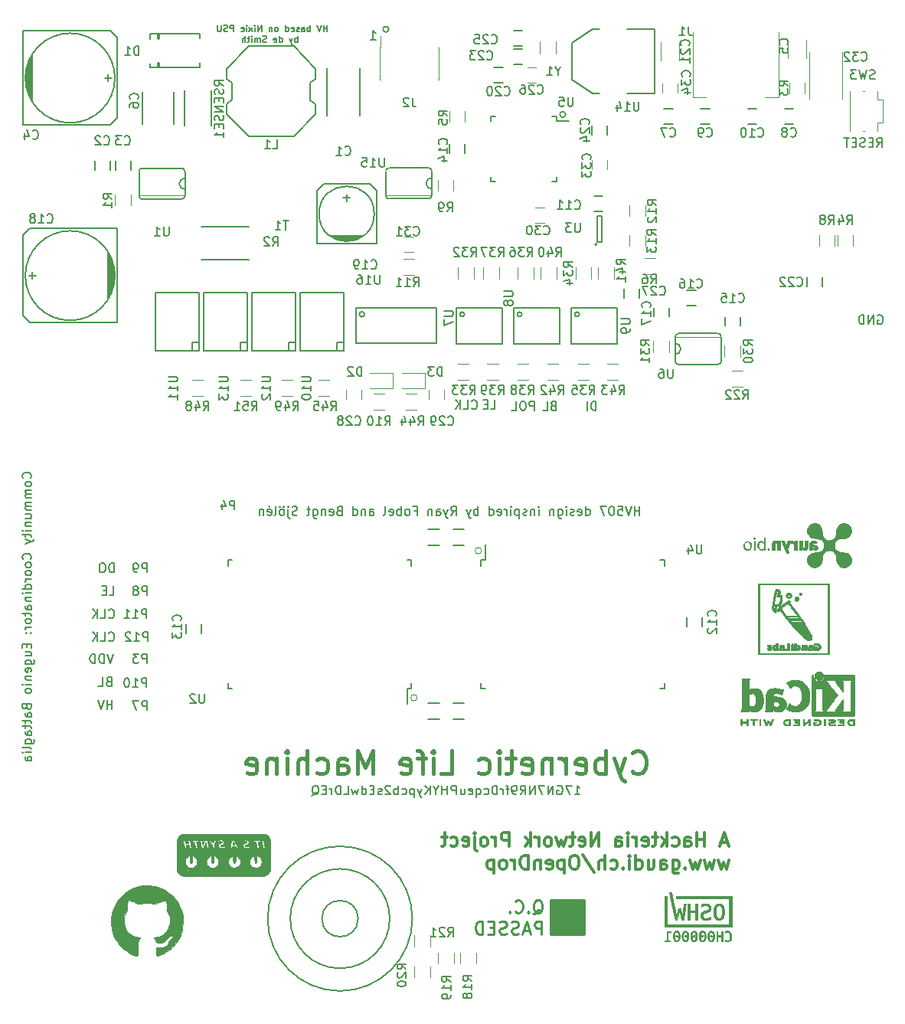
<source format=gbr>
%TF.GenerationSoftware,KiCad,Pcbnew,4.0.7-e2-6376~58~ubuntu16.04.1*%
%TF.CreationDate,2018-04-10T11:39:59+02:00*%
%TF.ProjectId,OpenDropV3,4F70656E44726F7056332E6B69636164,rev?*%
%TF.FileFunction,Legend,Bot*%
%FSLAX46Y46*%
G04 Gerber Fmt 4.6, Leading zero omitted, Abs format (unit mm)*
G04 Created by KiCad (PCBNEW 4.0.7-e2-6376~58~ubuntu16.04.1) date Tue Apr 10 11:39:59 2018*
%MOMM*%
%LPD*%
G01*
G04 APERTURE LIST*
%ADD10C,0.100000*%
%ADD11C,0.250000*%
%ADD12C,0.150000*%
%ADD13C,0.200000*%
%ADD14C,0.400000*%
%ADD15C,0.300000*%
%ADD16C,0.120000*%
%ADD17C,0.076200*%
%ADD18C,0.152400*%
%ADD19C,0.010000*%
%ADD20C,0.254000*%
G04 APERTURE END LIST*
D10*
D11*
X109628333Y-131526667D02*
X109761667Y-131460000D01*
X109895000Y-131326667D01*
X110095000Y-131126667D01*
X110228333Y-131060000D01*
X110361667Y-131060000D01*
X110295000Y-131393333D02*
X110428333Y-131326667D01*
X110561667Y-131193333D01*
X110628333Y-130926667D01*
X110628333Y-130460000D01*
X110561667Y-130193333D01*
X110428333Y-130060000D01*
X110295000Y-129993333D01*
X110028333Y-129993333D01*
X109895000Y-130060000D01*
X109761667Y-130193333D01*
X109695000Y-130460000D01*
X109695000Y-130926667D01*
X109761667Y-131193333D01*
X109895000Y-131326667D01*
X110028333Y-131393333D01*
X110295000Y-131393333D01*
X109095000Y-131260000D02*
X109028333Y-131326667D01*
X109095000Y-131393333D01*
X109161666Y-131326667D01*
X109095000Y-131260000D01*
X109095000Y-131393333D01*
X107628333Y-131260000D02*
X107694999Y-131326667D01*
X107894999Y-131393333D01*
X108028333Y-131393333D01*
X108228333Y-131326667D01*
X108361666Y-131193333D01*
X108428333Y-131060000D01*
X108494999Y-130793333D01*
X108494999Y-130593333D01*
X108428333Y-130326667D01*
X108361666Y-130193333D01*
X108228333Y-130060000D01*
X108028333Y-129993333D01*
X107894999Y-129993333D01*
X107694999Y-130060000D01*
X107628333Y-130126667D01*
X107028333Y-131260000D02*
X106961666Y-131326667D01*
X107028333Y-131393333D01*
X107094999Y-131326667D01*
X107028333Y-131260000D01*
X107028333Y-131393333D01*
X110561667Y-133743333D02*
X110561667Y-132343333D01*
X110028333Y-132343333D01*
X109895000Y-132410000D01*
X109828333Y-132476667D01*
X109761667Y-132610000D01*
X109761667Y-132810000D01*
X109828333Y-132943333D01*
X109895000Y-133010000D01*
X110028333Y-133076667D01*
X110561667Y-133076667D01*
X109228333Y-133343333D02*
X108561667Y-133343333D01*
X109361667Y-133743333D02*
X108895000Y-132343333D01*
X108428333Y-133743333D01*
X108028333Y-133676667D02*
X107828333Y-133743333D01*
X107495000Y-133743333D01*
X107361667Y-133676667D01*
X107295000Y-133610000D01*
X107228333Y-133476667D01*
X107228333Y-133343333D01*
X107295000Y-133210000D01*
X107361667Y-133143333D01*
X107495000Y-133076667D01*
X107761667Y-133010000D01*
X107895000Y-132943333D01*
X107961667Y-132876667D01*
X108028333Y-132743333D01*
X108028333Y-132610000D01*
X107961667Y-132476667D01*
X107895000Y-132410000D01*
X107761667Y-132343333D01*
X107428333Y-132343333D01*
X107228333Y-132410000D01*
X106695000Y-133676667D02*
X106495000Y-133743333D01*
X106161667Y-133743333D01*
X106028334Y-133676667D01*
X105961667Y-133610000D01*
X105895000Y-133476667D01*
X105895000Y-133343333D01*
X105961667Y-133210000D01*
X106028334Y-133143333D01*
X106161667Y-133076667D01*
X106428334Y-133010000D01*
X106561667Y-132943333D01*
X106628334Y-132876667D01*
X106695000Y-132743333D01*
X106695000Y-132610000D01*
X106628334Y-132476667D01*
X106561667Y-132410000D01*
X106428334Y-132343333D01*
X106095000Y-132343333D01*
X105895000Y-132410000D01*
X105295001Y-133010000D02*
X104828334Y-133010000D01*
X104628334Y-133743333D02*
X105295001Y-133743333D01*
X105295001Y-132343333D01*
X104628334Y-132343333D01*
X104028334Y-133743333D02*
X104028334Y-132343333D01*
X103695000Y-132343333D01*
X103495000Y-132410000D01*
X103361667Y-132543333D01*
X103295000Y-132676667D01*
X103228334Y-132943333D01*
X103228334Y-133143333D01*
X103295000Y-133410000D01*
X103361667Y-133543333D01*
X103495000Y-133676667D01*
X103695000Y-133743333D01*
X104028334Y-133743333D01*
D12*
X147627381Y-46727381D02*
X147960715Y-46251190D01*
X148198810Y-46727381D02*
X148198810Y-45727381D01*
X147817857Y-45727381D01*
X147722619Y-45775000D01*
X147675000Y-45822619D01*
X147627381Y-45917857D01*
X147627381Y-46060714D01*
X147675000Y-46155952D01*
X147722619Y-46203571D01*
X147817857Y-46251190D01*
X148198810Y-46251190D01*
X147198810Y-46203571D02*
X146865476Y-46203571D01*
X146722619Y-46727381D02*
X147198810Y-46727381D01*
X147198810Y-45727381D01*
X146722619Y-45727381D01*
X146341667Y-46679762D02*
X146198810Y-46727381D01*
X145960714Y-46727381D01*
X145865476Y-46679762D01*
X145817857Y-46632143D01*
X145770238Y-46536905D01*
X145770238Y-46441667D01*
X145817857Y-46346429D01*
X145865476Y-46298810D01*
X145960714Y-46251190D01*
X146151191Y-46203571D01*
X146246429Y-46155952D01*
X146294048Y-46108333D01*
X146341667Y-46013095D01*
X146341667Y-45917857D01*
X146294048Y-45822619D01*
X146246429Y-45775000D01*
X146151191Y-45727381D01*
X145913095Y-45727381D01*
X145770238Y-45775000D01*
X145341667Y-46203571D02*
X145008333Y-46203571D01*
X144865476Y-46727381D02*
X145341667Y-46727381D01*
X145341667Y-45727381D01*
X144865476Y-45727381D01*
X144579762Y-45727381D02*
X144008333Y-45727381D01*
X144294048Y-46727381D02*
X144294048Y-45727381D01*
D13*
X63071286Y-108869381D02*
X63071286Y-107869381D01*
X63071286Y-108345571D02*
X62499857Y-108345571D01*
X62499857Y-108869381D02*
X62499857Y-107869381D01*
X62166524Y-107869381D02*
X61833191Y-108869381D01*
X61499857Y-107869381D01*
X63182333Y-102789381D02*
X62849000Y-103789381D01*
X62515666Y-102789381D01*
X62182333Y-103789381D02*
X62182333Y-102789381D01*
X61944238Y-102789381D01*
X61801380Y-102837000D01*
X61706142Y-102932238D01*
X61658523Y-103027476D01*
X61610904Y-103217952D01*
X61610904Y-103360810D01*
X61658523Y-103551286D01*
X61706142Y-103646524D01*
X61801380Y-103741762D01*
X61944238Y-103789381D01*
X62182333Y-103789381D01*
X61182333Y-103789381D02*
X61182333Y-102789381D01*
X60944238Y-102789381D01*
X60801380Y-102837000D01*
X60706142Y-102932238D01*
X60658523Y-103027476D01*
X60610904Y-103217952D01*
X60610904Y-103360810D01*
X60658523Y-103551286D01*
X60706142Y-103646524D01*
X60801380Y-103741762D01*
X60944238Y-103789381D01*
X61182333Y-103789381D01*
X62698238Y-101281143D02*
X62745857Y-101328762D01*
X62888714Y-101376381D01*
X62983952Y-101376381D01*
X63126810Y-101328762D01*
X63222048Y-101233524D01*
X63269667Y-101138286D01*
X63317286Y-100947810D01*
X63317286Y-100804952D01*
X63269667Y-100614476D01*
X63222048Y-100519238D01*
X63126810Y-100424000D01*
X62983952Y-100376381D01*
X62888714Y-100376381D01*
X62745857Y-100424000D01*
X62698238Y-100471619D01*
X61793476Y-101376381D02*
X62269667Y-101376381D01*
X62269667Y-100376381D01*
X61460143Y-101376381D02*
X61460143Y-100376381D01*
X60888714Y-101376381D02*
X61317286Y-100804952D01*
X60888714Y-100376381D02*
X61460143Y-100947810D01*
X62698238Y-98741143D02*
X62745857Y-98788762D01*
X62888714Y-98836381D01*
X62983952Y-98836381D01*
X63126810Y-98788762D01*
X63222048Y-98693524D01*
X63269667Y-98598286D01*
X63317286Y-98407810D01*
X63317286Y-98264952D01*
X63269667Y-98074476D01*
X63222048Y-97979238D01*
X63126810Y-97884000D01*
X62983952Y-97836381D01*
X62888714Y-97836381D01*
X62745857Y-97884000D01*
X62698238Y-97931619D01*
X61793476Y-98836381D02*
X62269667Y-98836381D01*
X62269667Y-97836381D01*
X61460143Y-98836381D02*
X61460143Y-97836381D01*
X60888714Y-98836381D02*
X61317286Y-98264952D01*
X60888714Y-97836381D02*
X61460143Y-98407810D01*
X62753857Y-96296381D02*
X63230048Y-96296381D01*
X63230048Y-95296381D01*
X62420524Y-95772571D02*
X62087190Y-95772571D01*
X61944333Y-96296381D02*
X62420524Y-96296381D01*
X62420524Y-95296381D01*
X61944333Y-95296381D01*
X63269714Y-93756381D02*
X63269714Y-92756381D01*
X63031619Y-92756381D01*
X62888761Y-92804000D01*
X62793523Y-92899238D01*
X62745904Y-92994476D01*
X62698285Y-93184952D01*
X62698285Y-93327810D01*
X62745904Y-93518286D01*
X62793523Y-93613524D01*
X62888761Y-93708762D01*
X63031619Y-93756381D01*
X63269714Y-93756381D01*
X62079238Y-92756381D02*
X61888761Y-92756381D01*
X61793523Y-92804000D01*
X61698285Y-92899238D01*
X61650666Y-93089714D01*
X61650666Y-93423048D01*
X61698285Y-93613524D01*
X61793523Y-93708762D01*
X61888761Y-93756381D01*
X62079238Y-93756381D01*
X62174476Y-93708762D01*
X62269714Y-93613524D01*
X62317333Y-93423048D01*
X62317333Y-93089714D01*
X62269714Y-92899238D01*
X62174476Y-92804000D01*
X62079238Y-92756381D01*
X62690333Y-105805571D02*
X62547476Y-105853190D01*
X62499857Y-105900810D01*
X62452238Y-105996048D01*
X62452238Y-106138905D01*
X62499857Y-106234143D01*
X62547476Y-106281762D01*
X62642714Y-106329381D01*
X63023667Y-106329381D01*
X63023667Y-105329381D01*
X62690333Y-105329381D01*
X62595095Y-105377000D01*
X62547476Y-105424619D01*
X62499857Y-105519857D01*
X62499857Y-105615095D01*
X62547476Y-105710333D01*
X62595095Y-105757952D01*
X62690333Y-105805571D01*
X63023667Y-105805571D01*
X61547476Y-106329381D02*
X62023667Y-106329381D01*
X62023667Y-105329381D01*
X102830238Y-75627143D02*
X102877857Y-75674762D01*
X103020714Y-75722381D01*
X103115952Y-75722381D01*
X103258810Y-75674762D01*
X103354048Y-75579524D01*
X103401667Y-75484286D01*
X103449286Y-75293810D01*
X103449286Y-75150952D01*
X103401667Y-74960476D01*
X103354048Y-74865238D01*
X103258810Y-74770000D01*
X103115952Y-74722381D01*
X103020714Y-74722381D01*
X102877857Y-74770000D01*
X102830238Y-74817619D01*
X101925476Y-75722381D02*
X102401667Y-75722381D01*
X102401667Y-74722381D01*
X101592143Y-75722381D02*
X101592143Y-74722381D01*
X101020714Y-75722381D02*
X101449286Y-75150952D01*
X101020714Y-74722381D02*
X101592143Y-75293810D01*
X104917857Y-75722381D02*
X105394048Y-75722381D01*
X105394048Y-74722381D01*
X104584524Y-75198571D02*
X104251190Y-75198571D01*
X104108333Y-75722381D02*
X104584524Y-75722381D01*
X104584524Y-74722381D01*
X104108333Y-74722381D01*
X109775476Y-75849381D02*
X109775476Y-74849381D01*
X109394523Y-74849381D01*
X109299285Y-74897000D01*
X109251666Y-74944619D01*
X109204047Y-75039857D01*
X109204047Y-75182714D01*
X109251666Y-75277952D01*
X109299285Y-75325571D01*
X109394523Y-75373190D01*
X109775476Y-75373190D01*
X108585000Y-74849381D02*
X108394523Y-74849381D01*
X108299285Y-74897000D01*
X108204047Y-74992238D01*
X108156428Y-75182714D01*
X108156428Y-75516048D01*
X108204047Y-75706524D01*
X108299285Y-75801762D01*
X108394523Y-75849381D01*
X108585000Y-75849381D01*
X108680238Y-75801762D01*
X108775476Y-75706524D01*
X108823095Y-75516048D01*
X108823095Y-75182714D01*
X108775476Y-74992238D01*
X108680238Y-74897000D01*
X108585000Y-74849381D01*
X107251666Y-75849381D02*
X107727857Y-75849381D01*
X107727857Y-74849381D01*
X111839333Y-75325571D02*
X111696476Y-75373190D01*
X111648857Y-75420810D01*
X111601238Y-75516048D01*
X111601238Y-75658905D01*
X111648857Y-75754143D01*
X111696476Y-75801762D01*
X111791714Y-75849381D01*
X112172667Y-75849381D01*
X112172667Y-74849381D01*
X111839333Y-74849381D01*
X111744095Y-74897000D01*
X111696476Y-74944619D01*
X111648857Y-75039857D01*
X111648857Y-75135095D01*
X111696476Y-75230333D01*
X111744095Y-75277952D01*
X111839333Y-75325571D01*
X112172667Y-75325571D01*
X110696476Y-75849381D02*
X111172667Y-75849381D01*
X111172667Y-74849381D01*
X116578000Y-75849381D02*
X116578000Y-74849381D01*
X116339905Y-74849381D01*
X116197047Y-74897000D01*
X116101809Y-74992238D01*
X116054190Y-75087476D01*
X116006571Y-75277952D01*
X116006571Y-75420810D01*
X116054190Y-75611286D01*
X116101809Y-75706524D01*
X116197047Y-75801762D01*
X116339905Y-75849381D01*
X116578000Y-75849381D01*
X115578000Y-75849381D02*
X115578000Y-74849381D01*
X147736904Y-65372000D02*
X147832142Y-65324381D01*
X147974999Y-65324381D01*
X148117857Y-65372000D01*
X148213095Y-65467238D01*
X148260714Y-65562476D01*
X148308333Y-65752952D01*
X148308333Y-65895810D01*
X148260714Y-66086286D01*
X148213095Y-66181524D01*
X148117857Y-66276762D01*
X147974999Y-66324381D01*
X147879761Y-66324381D01*
X147736904Y-66276762D01*
X147689285Y-66229143D01*
X147689285Y-65895810D01*
X147879761Y-65895810D01*
X147260714Y-66324381D02*
X147260714Y-65324381D01*
X146689285Y-66324381D01*
X146689285Y-65324381D01*
X146213095Y-66324381D02*
X146213095Y-65324381D01*
X145975000Y-65324381D01*
X145832142Y-65372000D01*
X145736904Y-65467238D01*
X145689285Y-65562476D01*
X145641666Y-65752952D01*
X145641666Y-65895810D01*
X145689285Y-66086286D01*
X145736904Y-66181524D01*
X145832142Y-66276762D01*
X145975000Y-66324381D01*
X146213095Y-66324381D01*
D12*
X114214287Y-118327381D02*
X114785716Y-118327381D01*
X114500002Y-118327381D02*
X114500002Y-117327381D01*
X114595240Y-117470238D01*
X114690478Y-117565476D01*
X114785716Y-117613095D01*
X113880954Y-117327381D02*
X113214287Y-117327381D01*
X113642859Y-118327381D01*
X112309525Y-117375000D02*
X112404763Y-117327381D01*
X112547620Y-117327381D01*
X112690478Y-117375000D01*
X112785716Y-117470238D01*
X112833335Y-117565476D01*
X112880954Y-117755952D01*
X112880954Y-117898810D01*
X112833335Y-118089286D01*
X112785716Y-118184524D01*
X112690478Y-118279762D01*
X112547620Y-118327381D01*
X112452382Y-118327381D01*
X112309525Y-118279762D01*
X112261906Y-118232143D01*
X112261906Y-117898810D01*
X112452382Y-117898810D01*
X111833335Y-118327381D02*
X111833335Y-117327381D01*
X111261906Y-118327381D01*
X111261906Y-117327381D01*
X110880954Y-117327381D02*
X110214287Y-117327381D01*
X110642859Y-118327381D01*
X109833335Y-118327381D02*
X109833335Y-117327381D01*
X109261906Y-118327381D01*
X109261906Y-117327381D01*
X108214287Y-118327381D02*
X108547621Y-117851190D01*
X108785716Y-118327381D02*
X108785716Y-117327381D01*
X108404763Y-117327381D01*
X108309525Y-117375000D01*
X108261906Y-117422619D01*
X108214287Y-117517857D01*
X108214287Y-117660714D01*
X108261906Y-117755952D01*
X108309525Y-117803571D01*
X108404763Y-117851190D01*
X108785716Y-117851190D01*
X107738097Y-118327381D02*
X107547621Y-118327381D01*
X107452382Y-118279762D01*
X107404763Y-118232143D01*
X107309525Y-118089286D01*
X107261906Y-117898810D01*
X107261906Y-117517857D01*
X107309525Y-117422619D01*
X107357144Y-117375000D01*
X107452382Y-117327381D01*
X107642859Y-117327381D01*
X107738097Y-117375000D01*
X107785716Y-117422619D01*
X107833335Y-117517857D01*
X107833335Y-117755952D01*
X107785716Y-117851190D01*
X107738097Y-117898810D01*
X107642859Y-117946429D01*
X107452382Y-117946429D01*
X107357144Y-117898810D01*
X107309525Y-117851190D01*
X107261906Y-117755952D01*
X106976192Y-117660714D02*
X106595240Y-117660714D01*
X106833335Y-118327381D02*
X106833335Y-117470238D01*
X106785716Y-117375000D01*
X106690478Y-117327381D01*
X106595240Y-117327381D01*
X106261906Y-118327381D02*
X106261906Y-117660714D01*
X106261906Y-117851190D02*
X106214287Y-117755952D01*
X106166668Y-117708333D01*
X106071430Y-117660714D01*
X105976191Y-117660714D01*
X105642858Y-118327381D02*
X105642858Y-117327381D01*
X105404763Y-117327381D01*
X105261905Y-117375000D01*
X105166667Y-117470238D01*
X105119048Y-117565476D01*
X105071429Y-117755952D01*
X105071429Y-117898810D01*
X105119048Y-118089286D01*
X105166667Y-118184524D01*
X105261905Y-118279762D01*
X105404763Y-118327381D01*
X105642858Y-118327381D01*
X104214286Y-118279762D02*
X104309524Y-118327381D01*
X104500001Y-118327381D01*
X104595239Y-118279762D01*
X104642858Y-118232143D01*
X104690477Y-118136905D01*
X104690477Y-117851190D01*
X104642858Y-117755952D01*
X104595239Y-117708333D01*
X104500001Y-117660714D01*
X104309524Y-117660714D01*
X104214286Y-117708333D01*
X103357143Y-117660714D02*
X103357143Y-118660714D01*
X103357143Y-118279762D02*
X103452381Y-118327381D01*
X103642858Y-118327381D01*
X103738096Y-118279762D01*
X103785715Y-118232143D01*
X103833334Y-118136905D01*
X103833334Y-117851190D01*
X103785715Y-117755952D01*
X103738096Y-117708333D01*
X103642858Y-117660714D01*
X103452381Y-117660714D01*
X103357143Y-117708333D01*
X102500000Y-118279762D02*
X102595238Y-118327381D01*
X102785715Y-118327381D01*
X102880953Y-118279762D01*
X102928572Y-118184524D01*
X102928572Y-117803571D01*
X102880953Y-117708333D01*
X102785715Y-117660714D01*
X102595238Y-117660714D01*
X102500000Y-117708333D01*
X102452381Y-117803571D01*
X102452381Y-117898810D01*
X102928572Y-117994048D01*
X101595238Y-117660714D02*
X101595238Y-118327381D01*
X102023810Y-117660714D02*
X102023810Y-118184524D01*
X101976191Y-118279762D01*
X101880953Y-118327381D01*
X101738095Y-118327381D01*
X101642857Y-118279762D01*
X101595238Y-118232143D01*
X101119048Y-118327381D02*
X101119048Y-117327381D01*
X100738095Y-117327381D01*
X100642857Y-117375000D01*
X100595238Y-117422619D01*
X100547619Y-117517857D01*
X100547619Y-117660714D01*
X100595238Y-117755952D01*
X100642857Y-117803571D01*
X100738095Y-117851190D01*
X101119048Y-117851190D01*
X100119048Y-118327381D02*
X100119048Y-117327381D01*
X100119048Y-117803571D02*
X99547619Y-117803571D01*
X99547619Y-118327381D02*
X99547619Y-117327381D01*
X98880953Y-117851190D02*
X98880953Y-118327381D01*
X99214286Y-117327381D02*
X98880953Y-117851190D01*
X98547619Y-117327381D01*
X98214286Y-118327381D02*
X98214286Y-117327381D01*
X97642857Y-118327381D02*
X98071429Y-117755952D01*
X97642857Y-117327381D02*
X98214286Y-117898810D01*
X97309524Y-117660714D02*
X97071429Y-118327381D01*
X96833333Y-117660714D02*
X97071429Y-118327381D01*
X97166667Y-118565476D01*
X97214286Y-118613095D01*
X97309524Y-118660714D01*
X96452381Y-117660714D02*
X96452381Y-118660714D01*
X96452381Y-117708333D02*
X96357143Y-117660714D01*
X96166666Y-117660714D01*
X96071428Y-117708333D01*
X96023809Y-117755952D01*
X95976190Y-117851190D01*
X95976190Y-118136905D01*
X96023809Y-118232143D01*
X96071428Y-118279762D01*
X96166666Y-118327381D01*
X96357143Y-118327381D01*
X96452381Y-118279762D01*
X95119047Y-118279762D02*
X95214285Y-118327381D01*
X95404762Y-118327381D01*
X95500000Y-118279762D01*
X95547619Y-118232143D01*
X95595238Y-118136905D01*
X95595238Y-117851190D01*
X95547619Y-117755952D01*
X95500000Y-117708333D01*
X95404762Y-117660714D01*
X95214285Y-117660714D01*
X95119047Y-117708333D01*
X94690476Y-118327381D02*
X94690476Y-117327381D01*
X94690476Y-117708333D02*
X94595238Y-117660714D01*
X94404761Y-117660714D01*
X94309523Y-117708333D01*
X94261904Y-117755952D01*
X94214285Y-117851190D01*
X94214285Y-118136905D01*
X94261904Y-118232143D01*
X94309523Y-118279762D01*
X94404761Y-118327381D01*
X94595238Y-118327381D01*
X94690476Y-118279762D01*
X93833333Y-117422619D02*
X93785714Y-117375000D01*
X93690476Y-117327381D01*
X93452380Y-117327381D01*
X93357142Y-117375000D01*
X93309523Y-117422619D01*
X93261904Y-117517857D01*
X93261904Y-117613095D01*
X93309523Y-117755952D01*
X93880952Y-118327381D01*
X93261904Y-118327381D01*
X92880952Y-118279762D02*
X92785714Y-118327381D01*
X92595238Y-118327381D01*
X92499999Y-118279762D01*
X92452380Y-118184524D01*
X92452380Y-118136905D01*
X92499999Y-118041667D01*
X92595238Y-117994048D01*
X92738095Y-117994048D01*
X92833333Y-117946429D01*
X92880952Y-117851190D01*
X92880952Y-117803571D01*
X92833333Y-117708333D01*
X92738095Y-117660714D01*
X92595238Y-117660714D01*
X92499999Y-117708333D01*
X92023809Y-117803571D02*
X91690475Y-117803571D01*
X91547618Y-118327381D02*
X92023809Y-118327381D01*
X92023809Y-117327381D01*
X91547618Y-117327381D01*
X90690475Y-118327381D02*
X90690475Y-117327381D01*
X90690475Y-118279762D02*
X90785713Y-118327381D01*
X90976190Y-118327381D01*
X91071428Y-118279762D01*
X91119047Y-118232143D01*
X91166666Y-118136905D01*
X91166666Y-117851190D01*
X91119047Y-117755952D01*
X91071428Y-117708333D01*
X90976190Y-117660714D01*
X90785713Y-117660714D01*
X90690475Y-117708333D01*
X90309523Y-117660714D02*
X90119047Y-118327381D01*
X89928570Y-117851190D01*
X89738094Y-118327381D01*
X89547618Y-117660714D01*
X88690475Y-118327381D02*
X89166666Y-118327381D01*
X89166666Y-117327381D01*
X88357142Y-118327381D02*
X88357142Y-117327381D01*
X88119047Y-117327381D01*
X87976189Y-117375000D01*
X87880951Y-117470238D01*
X87833332Y-117565476D01*
X87785713Y-117755952D01*
X87785713Y-117898810D01*
X87833332Y-118089286D01*
X87880951Y-118184524D01*
X87976189Y-118279762D01*
X88119047Y-118327381D01*
X88357142Y-118327381D01*
X87357142Y-118327381D02*
X87357142Y-117660714D01*
X87357142Y-117851190D02*
X87309523Y-117755952D01*
X87261904Y-117708333D01*
X87166666Y-117660714D01*
X87071427Y-117660714D01*
X86738094Y-117803571D02*
X86404760Y-117803571D01*
X86261903Y-118327381D02*
X86738094Y-118327381D01*
X86738094Y-117327381D01*
X86261903Y-117327381D01*
X85166665Y-118422619D02*
X85261903Y-118375000D01*
X85357141Y-118279762D01*
X85499998Y-118136905D01*
X85595237Y-118089286D01*
X85690475Y-118089286D01*
X85642856Y-118327381D02*
X85738094Y-118279762D01*
X85833332Y-118184524D01*
X85880951Y-117994048D01*
X85880951Y-117660714D01*
X85833332Y-117470238D01*
X85738094Y-117375000D01*
X85642856Y-117327381D01*
X85452379Y-117327381D01*
X85357141Y-117375000D01*
X85261903Y-117470238D01*
X85214284Y-117660714D01*
X85214284Y-117994048D01*
X85261903Y-118184524D01*
X85357141Y-118279762D01*
X85452379Y-118327381D01*
X85642856Y-118327381D01*
D10*
X103915210Y-91372000D02*
G75*
G03X103915210Y-91372000I-359210J0D01*
G01*
X96803210Y-107628000D02*
G75*
G03X96803210Y-107628000I-359210J0D01*
G01*
D14*
X120595237Y-115767857D02*
X120714285Y-115886905D01*
X121071428Y-116005952D01*
X121309523Y-116005952D01*
X121666666Y-115886905D01*
X121904761Y-115648810D01*
X122023809Y-115410714D01*
X122142857Y-114934524D01*
X122142857Y-114577381D01*
X122023809Y-114101190D01*
X121904761Y-113863095D01*
X121666666Y-113625000D01*
X121309523Y-113505952D01*
X121071428Y-113505952D01*
X120714285Y-113625000D01*
X120595237Y-113744048D01*
X119761904Y-114339286D02*
X119166666Y-116005952D01*
X118571428Y-114339286D02*
X119166666Y-116005952D01*
X119404761Y-116601190D01*
X119523809Y-116720238D01*
X119761904Y-116839286D01*
X117619047Y-116005952D02*
X117619047Y-113505952D01*
X117619047Y-114458333D02*
X117380952Y-114339286D01*
X116904761Y-114339286D01*
X116666666Y-114458333D01*
X116547618Y-114577381D01*
X116428571Y-114815476D01*
X116428571Y-115529762D01*
X116547618Y-115767857D01*
X116666666Y-115886905D01*
X116904761Y-116005952D01*
X117380952Y-116005952D01*
X117619047Y-115886905D01*
X114404761Y-115886905D02*
X114642856Y-116005952D01*
X115119047Y-116005952D01*
X115357142Y-115886905D01*
X115476190Y-115648810D01*
X115476190Y-114696429D01*
X115357142Y-114458333D01*
X115119047Y-114339286D01*
X114642856Y-114339286D01*
X114404761Y-114458333D01*
X114285713Y-114696429D01*
X114285713Y-114934524D01*
X115476190Y-115172619D01*
X113214285Y-116005952D02*
X113214285Y-114339286D01*
X113214285Y-114815476D02*
X113095237Y-114577381D01*
X112976190Y-114458333D01*
X112738094Y-114339286D01*
X112499999Y-114339286D01*
X111666666Y-114339286D02*
X111666666Y-116005952D01*
X111666666Y-114577381D02*
X111547618Y-114458333D01*
X111309523Y-114339286D01*
X110952380Y-114339286D01*
X110714285Y-114458333D01*
X110595237Y-114696429D01*
X110595237Y-116005952D01*
X108452380Y-115886905D02*
X108690475Y-116005952D01*
X109166666Y-116005952D01*
X109404761Y-115886905D01*
X109523809Y-115648810D01*
X109523809Y-114696429D01*
X109404761Y-114458333D01*
X109166666Y-114339286D01*
X108690475Y-114339286D01*
X108452380Y-114458333D01*
X108333332Y-114696429D01*
X108333332Y-114934524D01*
X109523809Y-115172619D01*
X107619047Y-114339286D02*
X106666666Y-114339286D01*
X107261904Y-113505952D02*
X107261904Y-115648810D01*
X107142856Y-115886905D01*
X106904761Y-116005952D01*
X106666666Y-116005952D01*
X105833333Y-116005952D02*
X105833333Y-114339286D01*
X105833333Y-113505952D02*
X105952381Y-113625000D01*
X105833333Y-113744048D01*
X105714285Y-113625000D01*
X105833333Y-113505952D01*
X105833333Y-113744048D01*
X103571428Y-115886905D02*
X103809524Y-116005952D01*
X104285714Y-116005952D01*
X104523809Y-115886905D01*
X104642857Y-115767857D01*
X104761905Y-115529762D01*
X104761905Y-114815476D01*
X104642857Y-114577381D01*
X104523809Y-114458333D01*
X104285714Y-114339286D01*
X103809524Y-114339286D01*
X103571428Y-114458333D01*
X99404762Y-116005952D02*
X100595238Y-116005952D01*
X100595238Y-113505952D01*
X98571428Y-116005952D02*
X98571428Y-114339286D01*
X98571428Y-113505952D02*
X98690476Y-113625000D01*
X98571428Y-113744048D01*
X98452380Y-113625000D01*
X98571428Y-113505952D01*
X98571428Y-113744048D01*
X97738095Y-114339286D02*
X96785714Y-114339286D01*
X97380952Y-116005952D02*
X97380952Y-113863095D01*
X97261904Y-113625000D01*
X97023809Y-113505952D01*
X96785714Y-113505952D01*
X95000000Y-115886905D02*
X95238095Y-116005952D01*
X95714286Y-116005952D01*
X95952381Y-115886905D01*
X96071429Y-115648810D01*
X96071429Y-114696429D01*
X95952381Y-114458333D01*
X95714286Y-114339286D01*
X95238095Y-114339286D01*
X95000000Y-114458333D01*
X94880952Y-114696429D01*
X94880952Y-114934524D01*
X96071429Y-115172619D01*
X91904762Y-116005952D02*
X91904762Y-113505952D01*
X91071429Y-115291667D01*
X90238095Y-113505952D01*
X90238095Y-116005952D01*
X87976190Y-116005952D02*
X87976190Y-114696429D01*
X88095238Y-114458333D01*
X88333333Y-114339286D01*
X88809524Y-114339286D01*
X89047619Y-114458333D01*
X87976190Y-115886905D02*
X88214286Y-116005952D01*
X88809524Y-116005952D01*
X89047619Y-115886905D01*
X89166667Y-115648810D01*
X89166667Y-115410714D01*
X89047619Y-115172619D01*
X88809524Y-115053571D01*
X88214286Y-115053571D01*
X87976190Y-114934524D01*
X85714285Y-115886905D02*
X85952381Y-116005952D01*
X86428571Y-116005952D01*
X86666666Y-115886905D01*
X86785714Y-115767857D01*
X86904762Y-115529762D01*
X86904762Y-114815476D01*
X86785714Y-114577381D01*
X86666666Y-114458333D01*
X86428571Y-114339286D01*
X85952381Y-114339286D01*
X85714285Y-114458333D01*
X84642857Y-116005952D02*
X84642857Y-113505952D01*
X83571428Y-116005952D02*
X83571428Y-114696429D01*
X83690476Y-114458333D01*
X83928571Y-114339286D01*
X84285714Y-114339286D01*
X84523809Y-114458333D01*
X84642857Y-114577381D01*
X82380952Y-116005952D02*
X82380952Y-114339286D01*
X82380952Y-113505952D02*
X82500000Y-113625000D01*
X82380952Y-113744048D01*
X82261904Y-113625000D01*
X82380952Y-113505952D01*
X82380952Y-113744048D01*
X81190476Y-114339286D02*
X81190476Y-116005952D01*
X81190476Y-114577381D02*
X81071428Y-114458333D01*
X80833333Y-114339286D01*
X80476190Y-114339286D01*
X80238095Y-114458333D01*
X80119047Y-114696429D01*
X80119047Y-116005952D01*
X77976190Y-115886905D02*
X78214285Y-116005952D01*
X78690476Y-116005952D01*
X78928571Y-115886905D01*
X79047619Y-115648810D01*
X79047619Y-114696429D01*
X78928571Y-114458333D01*
X78690476Y-114339286D01*
X78214285Y-114339286D01*
X77976190Y-114458333D01*
X77857142Y-114696429D01*
X77857142Y-114934524D01*
X79047619Y-115172619D01*
D12*
X54032143Y-83341666D02*
X54079762Y-83294047D01*
X54127381Y-83151190D01*
X54127381Y-83055952D01*
X54079762Y-82913094D01*
X53984524Y-82817856D01*
X53889286Y-82770237D01*
X53698810Y-82722618D01*
X53555952Y-82722618D01*
X53365476Y-82770237D01*
X53270238Y-82817856D01*
X53175000Y-82913094D01*
X53127381Y-83055952D01*
X53127381Y-83151190D01*
X53175000Y-83294047D01*
X53222619Y-83341666D01*
X54127381Y-83913094D02*
X54079762Y-83817856D01*
X54032143Y-83770237D01*
X53936905Y-83722618D01*
X53651190Y-83722618D01*
X53555952Y-83770237D01*
X53508333Y-83817856D01*
X53460714Y-83913094D01*
X53460714Y-84055952D01*
X53508333Y-84151190D01*
X53555952Y-84198809D01*
X53651190Y-84246428D01*
X53936905Y-84246428D01*
X54032143Y-84198809D01*
X54079762Y-84151190D01*
X54127381Y-84055952D01*
X54127381Y-83913094D01*
X54127381Y-84674999D02*
X53460714Y-84674999D01*
X53555952Y-84674999D02*
X53508333Y-84722618D01*
X53460714Y-84817856D01*
X53460714Y-84960714D01*
X53508333Y-85055952D01*
X53603571Y-85103571D01*
X54127381Y-85103571D01*
X53603571Y-85103571D02*
X53508333Y-85151190D01*
X53460714Y-85246428D01*
X53460714Y-85389285D01*
X53508333Y-85484523D01*
X53603571Y-85532142D01*
X54127381Y-85532142D01*
X54127381Y-86008332D02*
X53460714Y-86008332D01*
X53555952Y-86008332D02*
X53508333Y-86055951D01*
X53460714Y-86151189D01*
X53460714Y-86294047D01*
X53508333Y-86389285D01*
X53603571Y-86436904D01*
X54127381Y-86436904D01*
X53603571Y-86436904D02*
X53508333Y-86484523D01*
X53460714Y-86579761D01*
X53460714Y-86722618D01*
X53508333Y-86817856D01*
X53603571Y-86865475D01*
X54127381Y-86865475D01*
X53460714Y-87770237D02*
X54127381Y-87770237D01*
X53460714Y-87341665D02*
X53984524Y-87341665D01*
X54079762Y-87389284D01*
X54127381Y-87484522D01*
X54127381Y-87627380D01*
X54079762Y-87722618D01*
X54032143Y-87770237D01*
X53460714Y-88246427D02*
X54127381Y-88246427D01*
X53555952Y-88246427D02*
X53508333Y-88294046D01*
X53460714Y-88389284D01*
X53460714Y-88532142D01*
X53508333Y-88627380D01*
X53603571Y-88674999D01*
X54127381Y-88674999D01*
X54127381Y-89151189D02*
X53460714Y-89151189D01*
X53127381Y-89151189D02*
X53175000Y-89103570D01*
X53222619Y-89151189D01*
X53175000Y-89198808D01*
X53127381Y-89151189D01*
X53222619Y-89151189D01*
X53460714Y-89484522D02*
X53460714Y-89865474D01*
X53127381Y-89627379D02*
X53984524Y-89627379D01*
X54079762Y-89674998D01*
X54127381Y-89770236D01*
X54127381Y-89865474D01*
X53460714Y-90103570D02*
X54127381Y-90341665D01*
X53460714Y-90579761D02*
X54127381Y-90341665D01*
X54365476Y-90246427D01*
X54413095Y-90198808D01*
X54460714Y-90103570D01*
X54032143Y-92294047D02*
X54079762Y-92246428D01*
X54127381Y-92103571D01*
X54127381Y-92008333D01*
X54079762Y-91865475D01*
X53984524Y-91770237D01*
X53889286Y-91722618D01*
X53698810Y-91674999D01*
X53555952Y-91674999D01*
X53365476Y-91722618D01*
X53270238Y-91770237D01*
X53175000Y-91865475D01*
X53127381Y-92008333D01*
X53127381Y-92103571D01*
X53175000Y-92246428D01*
X53222619Y-92294047D01*
X54127381Y-92865475D02*
X54079762Y-92770237D01*
X54032143Y-92722618D01*
X53936905Y-92674999D01*
X53651190Y-92674999D01*
X53555952Y-92722618D01*
X53508333Y-92770237D01*
X53460714Y-92865475D01*
X53460714Y-93008333D01*
X53508333Y-93103571D01*
X53555952Y-93151190D01*
X53651190Y-93198809D01*
X53936905Y-93198809D01*
X54032143Y-93151190D01*
X54079762Y-93103571D01*
X54127381Y-93008333D01*
X54127381Y-92865475D01*
X54127381Y-93770237D02*
X54079762Y-93674999D01*
X54032143Y-93627380D01*
X53936905Y-93579761D01*
X53651190Y-93579761D01*
X53555952Y-93627380D01*
X53508333Y-93674999D01*
X53460714Y-93770237D01*
X53460714Y-93913095D01*
X53508333Y-94008333D01*
X53555952Y-94055952D01*
X53651190Y-94103571D01*
X53936905Y-94103571D01*
X54032143Y-94055952D01*
X54079762Y-94008333D01*
X54127381Y-93913095D01*
X54127381Y-93770237D01*
X54127381Y-94532142D02*
X53460714Y-94532142D01*
X53651190Y-94532142D02*
X53555952Y-94579761D01*
X53508333Y-94627380D01*
X53460714Y-94722618D01*
X53460714Y-94817857D01*
X54127381Y-95579762D02*
X53127381Y-95579762D01*
X54079762Y-95579762D02*
X54127381Y-95484524D01*
X54127381Y-95294047D01*
X54079762Y-95198809D01*
X54032143Y-95151190D01*
X53936905Y-95103571D01*
X53651190Y-95103571D01*
X53555952Y-95151190D01*
X53508333Y-95198809D01*
X53460714Y-95294047D01*
X53460714Y-95484524D01*
X53508333Y-95579762D01*
X54127381Y-96055952D02*
X53460714Y-96055952D01*
X53127381Y-96055952D02*
X53175000Y-96008333D01*
X53222619Y-96055952D01*
X53175000Y-96103571D01*
X53127381Y-96055952D01*
X53222619Y-96055952D01*
X53460714Y-96532142D02*
X54127381Y-96532142D01*
X53555952Y-96532142D02*
X53508333Y-96579761D01*
X53460714Y-96674999D01*
X53460714Y-96817857D01*
X53508333Y-96913095D01*
X53603571Y-96960714D01*
X54127381Y-96960714D01*
X54127381Y-97865476D02*
X53603571Y-97865476D01*
X53508333Y-97817857D01*
X53460714Y-97722619D01*
X53460714Y-97532142D01*
X53508333Y-97436904D01*
X54079762Y-97865476D02*
X54127381Y-97770238D01*
X54127381Y-97532142D01*
X54079762Y-97436904D01*
X53984524Y-97389285D01*
X53889286Y-97389285D01*
X53794048Y-97436904D01*
X53746429Y-97532142D01*
X53746429Y-97770238D01*
X53698810Y-97865476D01*
X53460714Y-98198809D02*
X53460714Y-98579761D01*
X53127381Y-98341666D02*
X53984524Y-98341666D01*
X54079762Y-98389285D01*
X54127381Y-98484523D01*
X54127381Y-98579761D01*
X54127381Y-99055952D02*
X54079762Y-98960714D01*
X54032143Y-98913095D01*
X53936905Y-98865476D01*
X53651190Y-98865476D01*
X53555952Y-98913095D01*
X53508333Y-98960714D01*
X53460714Y-99055952D01*
X53460714Y-99198810D01*
X53508333Y-99294048D01*
X53555952Y-99341667D01*
X53651190Y-99389286D01*
X53936905Y-99389286D01*
X54032143Y-99341667D01*
X54079762Y-99294048D01*
X54127381Y-99198810D01*
X54127381Y-99055952D01*
X54127381Y-99817857D02*
X53460714Y-99817857D01*
X53651190Y-99817857D02*
X53555952Y-99865476D01*
X53508333Y-99913095D01*
X53460714Y-100008333D01*
X53460714Y-100103572D01*
X54032143Y-100436905D02*
X54079762Y-100484524D01*
X54127381Y-100436905D01*
X54079762Y-100389286D01*
X54032143Y-100436905D01*
X54127381Y-100436905D01*
X53508333Y-100436905D02*
X53555952Y-100484524D01*
X53603571Y-100436905D01*
X53555952Y-100389286D01*
X53508333Y-100436905D01*
X53603571Y-100436905D01*
X53603571Y-101675000D02*
X53603571Y-102008334D01*
X54127381Y-102151191D02*
X54127381Y-101675000D01*
X53127381Y-101675000D01*
X53127381Y-102151191D01*
X53460714Y-103008334D02*
X54127381Y-103008334D01*
X53460714Y-102579762D02*
X53984524Y-102579762D01*
X54079762Y-102627381D01*
X54127381Y-102722619D01*
X54127381Y-102865477D01*
X54079762Y-102960715D01*
X54032143Y-103008334D01*
X53460714Y-103913096D02*
X54270238Y-103913096D01*
X54365476Y-103865477D01*
X54413095Y-103817858D01*
X54460714Y-103722619D01*
X54460714Y-103579762D01*
X54413095Y-103484524D01*
X54079762Y-103913096D02*
X54127381Y-103817858D01*
X54127381Y-103627381D01*
X54079762Y-103532143D01*
X54032143Y-103484524D01*
X53936905Y-103436905D01*
X53651190Y-103436905D01*
X53555952Y-103484524D01*
X53508333Y-103532143D01*
X53460714Y-103627381D01*
X53460714Y-103817858D01*
X53508333Y-103913096D01*
X54079762Y-104770239D02*
X54127381Y-104675001D01*
X54127381Y-104484524D01*
X54079762Y-104389286D01*
X53984524Y-104341667D01*
X53603571Y-104341667D01*
X53508333Y-104389286D01*
X53460714Y-104484524D01*
X53460714Y-104675001D01*
X53508333Y-104770239D01*
X53603571Y-104817858D01*
X53698810Y-104817858D01*
X53794048Y-104341667D01*
X53460714Y-105246429D02*
X54127381Y-105246429D01*
X53555952Y-105246429D02*
X53508333Y-105294048D01*
X53460714Y-105389286D01*
X53460714Y-105532144D01*
X53508333Y-105627382D01*
X53603571Y-105675001D01*
X54127381Y-105675001D01*
X54127381Y-106151191D02*
X53460714Y-106151191D01*
X53127381Y-106151191D02*
X53175000Y-106103572D01*
X53222619Y-106151191D01*
X53175000Y-106198810D01*
X53127381Y-106151191D01*
X53222619Y-106151191D01*
X54127381Y-106770238D02*
X54079762Y-106675000D01*
X54032143Y-106627381D01*
X53936905Y-106579762D01*
X53651190Y-106579762D01*
X53555952Y-106627381D01*
X53508333Y-106675000D01*
X53460714Y-106770238D01*
X53460714Y-106913096D01*
X53508333Y-107008334D01*
X53555952Y-107055953D01*
X53651190Y-107103572D01*
X53936905Y-107103572D01*
X54032143Y-107055953D01*
X54079762Y-107008334D01*
X54127381Y-106913096D01*
X54127381Y-106770238D01*
X53603571Y-108627382D02*
X53651190Y-108770239D01*
X53698810Y-108817858D01*
X53794048Y-108865477D01*
X53936905Y-108865477D01*
X54032143Y-108817858D01*
X54079762Y-108770239D01*
X54127381Y-108675001D01*
X54127381Y-108294048D01*
X53127381Y-108294048D01*
X53127381Y-108627382D01*
X53175000Y-108722620D01*
X53222619Y-108770239D01*
X53317857Y-108817858D01*
X53413095Y-108817858D01*
X53508333Y-108770239D01*
X53555952Y-108722620D01*
X53603571Y-108627382D01*
X53603571Y-108294048D01*
X54127381Y-109722620D02*
X53603571Y-109722620D01*
X53508333Y-109675001D01*
X53460714Y-109579763D01*
X53460714Y-109389286D01*
X53508333Y-109294048D01*
X54079762Y-109722620D02*
X54127381Y-109627382D01*
X54127381Y-109389286D01*
X54079762Y-109294048D01*
X53984524Y-109246429D01*
X53889286Y-109246429D01*
X53794048Y-109294048D01*
X53746429Y-109389286D01*
X53746429Y-109627382D01*
X53698810Y-109722620D01*
X53460714Y-110055953D02*
X53460714Y-110436905D01*
X53127381Y-110198810D02*
X53984524Y-110198810D01*
X54079762Y-110246429D01*
X54127381Y-110341667D01*
X54127381Y-110436905D01*
X53460714Y-110627382D02*
X53460714Y-111008334D01*
X53127381Y-110770239D02*
X53984524Y-110770239D01*
X54079762Y-110817858D01*
X54127381Y-110913096D01*
X54127381Y-111008334D01*
X54127381Y-111770240D02*
X53603571Y-111770240D01*
X53508333Y-111722621D01*
X53460714Y-111627383D01*
X53460714Y-111436906D01*
X53508333Y-111341668D01*
X54079762Y-111770240D02*
X54127381Y-111675002D01*
X54127381Y-111436906D01*
X54079762Y-111341668D01*
X53984524Y-111294049D01*
X53889286Y-111294049D01*
X53794048Y-111341668D01*
X53746429Y-111436906D01*
X53746429Y-111675002D01*
X53698810Y-111770240D01*
X53460714Y-112675002D02*
X54270238Y-112675002D01*
X54365476Y-112627383D01*
X54413095Y-112579764D01*
X54460714Y-112484525D01*
X54460714Y-112341668D01*
X54413095Y-112246430D01*
X54079762Y-112675002D02*
X54127381Y-112579764D01*
X54127381Y-112389287D01*
X54079762Y-112294049D01*
X54032143Y-112246430D01*
X53936905Y-112198811D01*
X53651190Y-112198811D01*
X53555952Y-112246430D01*
X53508333Y-112294049D01*
X53460714Y-112389287D01*
X53460714Y-112579764D01*
X53508333Y-112675002D01*
X54127381Y-113294049D02*
X54079762Y-113198811D01*
X53984524Y-113151192D01*
X53127381Y-113151192D01*
X54127381Y-113675002D02*
X53460714Y-113675002D01*
X53127381Y-113675002D02*
X53175000Y-113627383D01*
X53222619Y-113675002D01*
X53175000Y-113722621D01*
X53127381Y-113675002D01*
X53222619Y-113675002D01*
X54127381Y-114579764D02*
X53603571Y-114579764D01*
X53508333Y-114532145D01*
X53460714Y-114436907D01*
X53460714Y-114246430D01*
X53508333Y-114151192D01*
X54079762Y-114579764D02*
X54127381Y-114484526D01*
X54127381Y-114246430D01*
X54079762Y-114151192D01*
X53984524Y-114103573D01*
X53889286Y-114103573D01*
X53794048Y-114151192D01*
X53746429Y-114246430D01*
X53746429Y-114484526D01*
X53698810Y-114579764D01*
D13*
X121398812Y-87452381D02*
X121398812Y-86452381D01*
X121398812Y-86928571D02*
X120827383Y-86928571D01*
X120827383Y-87452381D02*
X120827383Y-86452381D01*
X120494050Y-86452381D02*
X120160717Y-87452381D01*
X119827383Y-86452381D01*
X119017859Y-86452381D02*
X119494050Y-86452381D01*
X119541669Y-86928571D01*
X119494050Y-86880952D01*
X119398812Y-86833333D01*
X119160716Y-86833333D01*
X119065478Y-86880952D01*
X119017859Y-86928571D01*
X118970240Y-87023810D01*
X118970240Y-87261905D01*
X119017859Y-87357143D01*
X119065478Y-87404762D01*
X119160716Y-87452381D01*
X119398812Y-87452381D01*
X119494050Y-87404762D01*
X119541669Y-87357143D01*
X118351193Y-86452381D02*
X118255954Y-86452381D01*
X118160716Y-86500000D01*
X118113097Y-86547619D01*
X118065478Y-86642857D01*
X118017859Y-86833333D01*
X118017859Y-87071429D01*
X118065478Y-87261905D01*
X118113097Y-87357143D01*
X118160716Y-87404762D01*
X118255954Y-87452381D01*
X118351193Y-87452381D01*
X118446431Y-87404762D01*
X118494050Y-87357143D01*
X118541669Y-87261905D01*
X118589288Y-87071429D01*
X118589288Y-86833333D01*
X118541669Y-86642857D01*
X118494050Y-86547619D01*
X118446431Y-86500000D01*
X118351193Y-86452381D01*
X117684526Y-86452381D02*
X117017859Y-86452381D01*
X117446431Y-87452381D01*
X115446430Y-87452381D02*
X115446430Y-86452381D01*
X115446430Y-87404762D02*
X115541668Y-87452381D01*
X115732145Y-87452381D01*
X115827383Y-87404762D01*
X115875002Y-87357143D01*
X115922621Y-87261905D01*
X115922621Y-86976190D01*
X115875002Y-86880952D01*
X115827383Y-86833333D01*
X115732145Y-86785714D01*
X115541668Y-86785714D01*
X115446430Y-86833333D01*
X114589287Y-87404762D02*
X114684525Y-87452381D01*
X114875002Y-87452381D01*
X114970240Y-87404762D01*
X115017859Y-87309524D01*
X115017859Y-86928571D01*
X114970240Y-86833333D01*
X114875002Y-86785714D01*
X114684525Y-86785714D01*
X114589287Y-86833333D01*
X114541668Y-86928571D01*
X114541668Y-87023810D01*
X115017859Y-87119048D01*
X114160716Y-87404762D02*
X114065478Y-87452381D01*
X113875002Y-87452381D01*
X113779763Y-87404762D01*
X113732144Y-87309524D01*
X113732144Y-87261905D01*
X113779763Y-87166667D01*
X113875002Y-87119048D01*
X114017859Y-87119048D01*
X114113097Y-87071429D01*
X114160716Y-86976190D01*
X114160716Y-86928571D01*
X114113097Y-86833333D01*
X114017859Y-86785714D01*
X113875002Y-86785714D01*
X113779763Y-86833333D01*
X113303573Y-87452381D02*
X113303573Y-86785714D01*
X113303573Y-86452381D02*
X113351192Y-86500000D01*
X113303573Y-86547619D01*
X113255954Y-86500000D01*
X113303573Y-86452381D01*
X113303573Y-86547619D01*
X112398811Y-86785714D02*
X112398811Y-87595238D01*
X112446430Y-87690476D01*
X112494049Y-87738095D01*
X112589288Y-87785714D01*
X112732145Y-87785714D01*
X112827383Y-87738095D01*
X112398811Y-87404762D02*
X112494049Y-87452381D01*
X112684526Y-87452381D01*
X112779764Y-87404762D01*
X112827383Y-87357143D01*
X112875002Y-87261905D01*
X112875002Y-86976190D01*
X112827383Y-86880952D01*
X112779764Y-86833333D01*
X112684526Y-86785714D01*
X112494049Y-86785714D01*
X112398811Y-86833333D01*
X111922621Y-86785714D02*
X111922621Y-87452381D01*
X111922621Y-86880952D02*
X111875002Y-86833333D01*
X111779764Y-86785714D01*
X111636906Y-86785714D01*
X111541668Y-86833333D01*
X111494049Y-86928571D01*
X111494049Y-87452381D01*
X110255954Y-87452381D02*
X110255954Y-86785714D01*
X110255954Y-86452381D02*
X110303573Y-86500000D01*
X110255954Y-86547619D01*
X110208335Y-86500000D01*
X110255954Y-86452381D01*
X110255954Y-86547619D01*
X109779764Y-86785714D02*
X109779764Y-87452381D01*
X109779764Y-86880952D02*
X109732145Y-86833333D01*
X109636907Y-86785714D01*
X109494049Y-86785714D01*
X109398811Y-86833333D01*
X109351192Y-86928571D01*
X109351192Y-87452381D01*
X108922621Y-87404762D02*
X108827383Y-87452381D01*
X108636907Y-87452381D01*
X108541668Y-87404762D01*
X108494049Y-87309524D01*
X108494049Y-87261905D01*
X108541668Y-87166667D01*
X108636907Y-87119048D01*
X108779764Y-87119048D01*
X108875002Y-87071429D01*
X108922621Y-86976190D01*
X108922621Y-86928571D01*
X108875002Y-86833333D01*
X108779764Y-86785714D01*
X108636907Y-86785714D01*
X108541668Y-86833333D01*
X108065478Y-86785714D02*
X108065478Y-87785714D01*
X108065478Y-86833333D02*
X107970240Y-86785714D01*
X107779763Y-86785714D01*
X107684525Y-86833333D01*
X107636906Y-86880952D01*
X107589287Y-86976190D01*
X107589287Y-87261905D01*
X107636906Y-87357143D01*
X107684525Y-87404762D01*
X107779763Y-87452381D01*
X107970240Y-87452381D01*
X108065478Y-87404762D01*
X107160716Y-87452381D02*
X107160716Y-86785714D01*
X107160716Y-86452381D02*
X107208335Y-86500000D01*
X107160716Y-86547619D01*
X107113097Y-86500000D01*
X107160716Y-86452381D01*
X107160716Y-86547619D01*
X106684526Y-87452381D02*
X106684526Y-86785714D01*
X106684526Y-86976190D02*
X106636907Y-86880952D01*
X106589288Y-86833333D01*
X106494050Y-86785714D01*
X106398811Y-86785714D01*
X105684525Y-87404762D02*
X105779763Y-87452381D01*
X105970240Y-87452381D01*
X106065478Y-87404762D01*
X106113097Y-87309524D01*
X106113097Y-86928571D01*
X106065478Y-86833333D01*
X105970240Y-86785714D01*
X105779763Y-86785714D01*
X105684525Y-86833333D01*
X105636906Y-86928571D01*
X105636906Y-87023810D01*
X106113097Y-87119048D01*
X104779763Y-87452381D02*
X104779763Y-86452381D01*
X104779763Y-87404762D02*
X104875001Y-87452381D01*
X105065478Y-87452381D01*
X105160716Y-87404762D01*
X105208335Y-87357143D01*
X105255954Y-87261905D01*
X105255954Y-86976190D01*
X105208335Y-86880952D01*
X105160716Y-86833333D01*
X105065478Y-86785714D01*
X104875001Y-86785714D01*
X104779763Y-86833333D01*
X103541668Y-87452381D02*
X103541668Y-86452381D01*
X103541668Y-86833333D02*
X103446430Y-86785714D01*
X103255953Y-86785714D01*
X103160715Y-86833333D01*
X103113096Y-86880952D01*
X103065477Y-86976190D01*
X103065477Y-87261905D01*
X103113096Y-87357143D01*
X103160715Y-87404762D01*
X103255953Y-87452381D01*
X103446430Y-87452381D01*
X103541668Y-87404762D01*
X102732144Y-86785714D02*
X102494049Y-87452381D01*
X102255953Y-86785714D02*
X102494049Y-87452381D01*
X102589287Y-87690476D01*
X102636906Y-87738095D01*
X102732144Y-87785714D01*
X100541667Y-87452381D02*
X100875001Y-86976190D01*
X101113096Y-87452381D02*
X101113096Y-86452381D01*
X100732143Y-86452381D01*
X100636905Y-86500000D01*
X100589286Y-86547619D01*
X100541667Y-86642857D01*
X100541667Y-86785714D01*
X100589286Y-86880952D01*
X100636905Y-86928571D01*
X100732143Y-86976190D01*
X101113096Y-86976190D01*
X100208334Y-86785714D02*
X99970239Y-87452381D01*
X99732143Y-86785714D02*
X99970239Y-87452381D01*
X100065477Y-87690476D01*
X100113096Y-87738095D01*
X100208334Y-87785714D01*
X98922619Y-87452381D02*
X98922619Y-86928571D01*
X98970238Y-86833333D01*
X99065476Y-86785714D01*
X99255953Y-86785714D01*
X99351191Y-86833333D01*
X98922619Y-87404762D02*
X99017857Y-87452381D01*
X99255953Y-87452381D01*
X99351191Y-87404762D01*
X99398810Y-87309524D01*
X99398810Y-87214286D01*
X99351191Y-87119048D01*
X99255953Y-87071429D01*
X99017857Y-87071429D01*
X98922619Y-87023810D01*
X98446429Y-86785714D02*
X98446429Y-87452381D01*
X98446429Y-86880952D02*
X98398810Y-86833333D01*
X98303572Y-86785714D01*
X98160714Y-86785714D01*
X98065476Y-86833333D01*
X98017857Y-86928571D01*
X98017857Y-87452381D01*
X96446428Y-86928571D02*
X96779762Y-86928571D01*
X96779762Y-87452381D02*
X96779762Y-86452381D01*
X96303571Y-86452381D01*
X95779762Y-87452381D02*
X95875000Y-87404762D01*
X95922619Y-87357143D01*
X95970238Y-87261905D01*
X95970238Y-86976190D01*
X95922619Y-86880952D01*
X95875000Y-86833333D01*
X95779762Y-86785714D01*
X95636904Y-86785714D01*
X95541666Y-86833333D01*
X95494047Y-86880952D01*
X95446428Y-86976190D01*
X95446428Y-87261905D01*
X95494047Y-87357143D01*
X95541666Y-87404762D01*
X95636904Y-87452381D01*
X95779762Y-87452381D01*
X95017857Y-87452381D02*
X95017857Y-86452381D01*
X95017857Y-86833333D02*
X94922619Y-86785714D01*
X94732142Y-86785714D01*
X94636904Y-86833333D01*
X94589285Y-86880952D01*
X94541666Y-86976190D01*
X94541666Y-87261905D01*
X94589285Y-87357143D01*
X94636904Y-87404762D01*
X94732142Y-87452381D01*
X94922619Y-87452381D01*
X95017857Y-87404762D01*
X93732142Y-87404762D02*
X93827380Y-87452381D01*
X94017857Y-87452381D01*
X94113095Y-87404762D01*
X94160714Y-87309524D01*
X94160714Y-86928571D01*
X94113095Y-86833333D01*
X94017857Y-86785714D01*
X93827380Y-86785714D01*
X93732142Y-86833333D01*
X93684523Y-86928571D01*
X93684523Y-87023810D01*
X94160714Y-87119048D01*
X93113095Y-87452381D02*
X93208333Y-87404762D01*
X93255952Y-87309524D01*
X93255952Y-86452381D01*
X91541665Y-87452381D02*
X91541665Y-86928571D01*
X91589284Y-86833333D01*
X91684522Y-86785714D01*
X91874999Y-86785714D01*
X91970237Y-86833333D01*
X91541665Y-87404762D02*
X91636903Y-87452381D01*
X91874999Y-87452381D01*
X91970237Y-87404762D01*
X92017856Y-87309524D01*
X92017856Y-87214286D01*
X91970237Y-87119048D01*
X91874999Y-87071429D01*
X91636903Y-87071429D01*
X91541665Y-87023810D01*
X91065475Y-86785714D02*
X91065475Y-87452381D01*
X91065475Y-86880952D02*
X91017856Y-86833333D01*
X90922618Y-86785714D01*
X90779760Y-86785714D01*
X90684522Y-86833333D01*
X90636903Y-86928571D01*
X90636903Y-87452381D01*
X89732141Y-87452381D02*
X89732141Y-86452381D01*
X89732141Y-87404762D02*
X89827379Y-87452381D01*
X90017856Y-87452381D01*
X90113094Y-87404762D01*
X90160713Y-87357143D01*
X90208332Y-87261905D01*
X90208332Y-86976190D01*
X90160713Y-86880952D01*
X90113094Y-86833333D01*
X90017856Y-86785714D01*
X89827379Y-86785714D01*
X89732141Y-86833333D01*
X88160712Y-86928571D02*
X88017855Y-86976190D01*
X87970236Y-87023810D01*
X87922617Y-87119048D01*
X87922617Y-87261905D01*
X87970236Y-87357143D01*
X88017855Y-87404762D01*
X88113093Y-87452381D01*
X88494046Y-87452381D01*
X88494046Y-86452381D01*
X88160712Y-86452381D01*
X88065474Y-86500000D01*
X88017855Y-86547619D01*
X87970236Y-86642857D01*
X87970236Y-86738095D01*
X88017855Y-86833333D01*
X88065474Y-86880952D01*
X88160712Y-86928571D01*
X88494046Y-86928571D01*
X87113093Y-87404762D02*
X87208331Y-87452381D01*
X87398808Y-87452381D01*
X87494046Y-87404762D01*
X87541665Y-87309524D01*
X87541665Y-86928571D01*
X87494046Y-86833333D01*
X87398808Y-86785714D01*
X87208331Y-86785714D01*
X87113093Y-86833333D01*
X87065474Y-86928571D01*
X87065474Y-87023810D01*
X87541665Y-87119048D01*
X86636903Y-86785714D02*
X86636903Y-87452381D01*
X86636903Y-86880952D02*
X86589284Y-86833333D01*
X86494046Y-86785714D01*
X86351188Y-86785714D01*
X86255950Y-86833333D01*
X86208331Y-86928571D01*
X86208331Y-87452381D01*
X85303569Y-86785714D02*
X85303569Y-87595238D01*
X85351188Y-87690476D01*
X85398807Y-87738095D01*
X85494046Y-87785714D01*
X85636903Y-87785714D01*
X85732141Y-87738095D01*
X85303569Y-87404762D02*
X85398807Y-87452381D01*
X85589284Y-87452381D01*
X85684522Y-87404762D01*
X85732141Y-87357143D01*
X85779760Y-87261905D01*
X85779760Y-86976190D01*
X85732141Y-86880952D01*
X85684522Y-86833333D01*
X85589284Y-86785714D01*
X85398807Y-86785714D01*
X85303569Y-86833333D01*
X84970236Y-86785714D02*
X84589284Y-86785714D01*
X84827379Y-86452381D02*
X84827379Y-87309524D01*
X84779760Y-87404762D01*
X84684522Y-87452381D01*
X84589284Y-87452381D01*
X83541664Y-87404762D02*
X83398807Y-87452381D01*
X83160711Y-87452381D01*
X83065473Y-87404762D01*
X83017854Y-87357143D01*
X82970235Y-87261905D01*
X82970235Y-87166667D01*
X83017854Y-87071429D01*
X83065473Y-87023810D01*
X83160711Y-86976190D01*
X83351188Y-86928571D01*
X83446426Y-86880952D01*
X83494045Y-86833333D01*
X83541664Y-86738095D01*
X83541664Y-86642857D01*
X83494045Y-86547619D01*
X83446426Y-86500000D01*
X83351188Y-86452381D01*
X83113092Y-86452381D01*
X82970235Y-86500000D01*
X82541664Y-86785714D02*
X82541664Y-87642857D01*
X82589283Y-87738095D01*
X82684521Y-87785714D01*
X82732140Y-87785714D01*
X82541664Y-86452381D02*
X82589283Y-86500000D01*
X82541664Y-86547619D01*
X82494045Y-86500000D01*
X82541664Y-86452381D01*
X82541664Y-86547619D01*
X81922617Y-87452381D02*
X82017855Y-87404762D01*
X82065474Y-87357143D01*
X82113093Y-87261905D01*
X82113093Y-86976190D01*
X82065474Y-86880952D01*
X82017855Y-86833333D01*
X81922617Y-86785714D01*
X81779759Y-86785714D01*
X81684521Y-86833333D01*
X81636902Y-86880952D01*
X81589283Y-86976190D01*
X81589283Y-87261905D01*
X81636902Y-87357143D01*
X81684521Y-87404762D01*
X81779759Y-87452381D01*
X81922617Y-87452381D01*
X82017855Y-86452381D02*
X81970236Y-86500000D01*
X82017855Y-86547619D01*
X82065474Y-86500000D01*
X82017855Y-86452381D01*
X82017855Y-86547619D01*
X81636902Y-86452381D02*
X81589283Y-86500000D01*
X81636902Y-86547619D01*
X81684521Y-86500000D01*
X81636902Y-86452381D01*
X81636902Y-86547619D01*
X81017855Y-87452381D02*
X81113093Y-87404762D01*
X81160712Y-87309524D01*
X81160712Y-86452381D01*
X80255949Y-87404762D02*
X80351187Y-87452381D01*
X80541664Y-87452381D01*
X80636902Y-87404762D01*
X80684521Y-87309524D01*
X80684521Y-86928571D01*
X80636902Y-86833333D01*
X80541664Y-86785714D01*
X80351187Y-86785714D01*
X80255949Y-86833333D01*
X80208330Y-86928571D01*
X80208330Y-87023810D01*
X80684521Y-87119048D01*
X80351187Y-86404762D02*
X80494045Y-86547619D01*
X79779759Y-86785714D02*
X79779759Y-87452381D01*
X79779759Y-86880952D02*
X79732140Y-86833333D01*
X79636902Y-86785714D01*
X79494044Y-86785714D01*
X79398806Y-86833333D01*
X79351187Y-86928571D01*
X79351187Y-87452381D01*
D12*
X86851331Y-33965667D02*
X86851331Y-33265667D01*
X86851331Y-33599000D02*
X86451331Y-33599000D01*
X86451331Y-33965667D02*
X86451331Y-33265667D01*
X86217998Y-33265667D02*
X85984665Y-33965667D01*
X85751332Y-33265667D01*
X84984665Y-33965667D02*
X84984665Y-33265667D01*
X84984665Y-33532333D02*
X84917999Y-33499000D01*
X84784665Y-33499000D01*
X84717999Y-33532333D01*
X84684665Y-33565667D01*
X84651332Y-33632333D01*
X84651332Y-33832333D01*
X84684665Y-33899000D01*
X84717999Y-33932333D01*
X84784665Y-33965667D01*
X84917999Y-33965667D01*
X84984665Y-33932333D01*
X84051332Y-33965667D02*
X84051332Y-33599000D01*
X84084666Y-33532333D01*
X84151332Y-33499000D01*
X84284666Y-33499000D01*
X84351332Y-33532333D01*
X84051332Y-33932333D02*
X84117999Y-33965667D01*
X84284666Y-33965667D01*
X84351332Y-33932333D01*
X84384666Y-33865667D01*
X84384666Y-33799000D01*
X84351332Y-33732333D01*
X84284666Y-33699000D01*
X84117999Y-33699000D01*
X84051332Y-33665667D01*
X83751333Y-33932333D02*
X83684666Y-33965667D01*
X83551333Y-33965667D01*
X83484666Y-33932333D01*
X83451333Y-33865667D01*
X83451333Y-33832333D01*
X83484666Y-33765667D01*
X83551333Y-33732333D01*
X83651333Y-33732333D01*
X83717999Y-33699000D01*
X83751333Y-33632333D01*
X83751333Y-33599000D01*
X83717999Y-33532333D01*
X83651333Y-33499000D01*
X83551333Y-33499000D01*
X83484666Y-33532333D01*
X82884666Y-33932333D02*
X82951332Y-33965667D01*
X83084666Y-33965667D01*
X83151332Y-33932333D01*
X83184666Y-33865667D01*
X83184666Y-33599000D01*
X83151332Y-33532333D01*
X83084666Y-33499000D01*
X82951332Y-33499000D01*
X82884666Y-33532333D01*
X82851332Y-33599000D01*
X82851332Y-33665667D01*
X83184666Y-33732333D01*
X82251332Y-33965667D02*
X82251332Y-33265667D01*
X82251332Y-33932333D02*
X82317999Y-33965667D01*
X82451332Y-33965667D01*
X82517999Y-33932333D01*
X82551332Y-33899000D01*
X82584666Y-33832333D01*
X82584666Y-33632333D01*
X82551332Y-33565667D01*
X82517999Y-33532333D01*
X82451332Y-33499000D01*
X82317999Y-33499000D01*
X82251332Y-33532333D01*
X81284666Y-33965667D02*
X81351333Y-33932333D01*
X81384666Y-33899000D01*
X81418000Y-33832333D01*
X81418000Y-33632333D01*
X81384666Y-33565667D01*
X81351333Y-33532333D01*
X81284666Y-33499000D01*
X81184666Y-33499000D01*
X81118000Y-33532333D01*
X81084666Y-33565667D01*
X81051333Y-33632333D01*
X81051333Y-33832333D01*
X81084666Y-33899000D01*
X81118000Y-33932333D01*
X81184666Y-33965667D01*
X81284666Y-33965667D01*
X80751333Y-33499000D02*
X80751333Y-33965667D01*
X80751333Y-33565667D02*
X80718000Y-33532333D01*
X80651333Y-33499000D01*
X80551333Y-33499000D01*
X80484667Y-33532333D01*
X80451333Y-33599000D01*
X80451333Y-33965667D01*
X79584667Y-33965667D02*
X79584667Y-33265667D01*
X79184667Y-33965667D01*
X79184667Y-33265667D01*
X78851334Y-33965667D02*
X78851334Y-33499000D01*
X78851334Y-33265667D02*
X78884668Y-33299000D01*
X78851334Y-33332333D01*
X78818001Y-33299000D01*
X78851334Y-33265667D01*
X78851334Y-33332333D01*
X78584668Y-33965667D02*
X78218001Y-33499000D01*
X78584668Y-33499000D02*
X78218001Y-33965667D01*
X77951334Y-33965667D02*
X77951334Y-33499000D01*
X77951334Y-33265667D02*
X77984668Y-33299000D01*
X77951334Y-33332333D01*
X77918001Y-33299000D01*
X77951334Y-33265667D01*
X77951334Y-33332333D01*
X77351335Y-33932333D02*
X77418001Y-33965667D01*
X77551335Y-33965667D01*
X77618001Y-33932333D01*
X77651335Y-33865667D01*
X77651335Y-33599000D01*
X77618001Y-33532333D01*
X77551335Y-33499000D01*
X77418001Y-33499000D01*
X77351335Y-33532333D01*
X77318001Y-33599000D01*
X77318001Y-33665667D01*
X77651335Y-33732333D01*
X76484668Y-33965667D02*
X76484668Y-33265667D01*
X76218002Y-33265667D01*
X76151335Y-33299000D01*
X76118002Y-33332333D01*
X76084668Y-33399000D01*
X76084668Y-33499000D01*
X76118002Y-33565667D01*
X76151335Y-33599000D01*
X76218002Y-33632333D01*
X76484668Y-33632333D01*
X75818002Y-33932333D02*
X75718002Y-33965667D01*
X75551335Y-33965667D01*
X75484668Y-33932333D01*
X75451335Y-33899000D01*
X75418002Y-33832333D01*
X75418002Y-33765667D01*
X75451335Y-33699000D01*
X75484668Y-33665667D01*
X75551335Y-33632333D01*
X75684668Y-33599000D01*
X75751335Y-33565667D01*
X75784668Y-33532333D01*
X75818002Y-33465667D01*
X75818002Y-33399000D01*
X75784668Y-33332333D01*
X75751335Y-33299000D01*
X75684668Y-33265667D01*
X75518002Y-33265667D01*
X75418002Y-33299000D01*
X75118001Y-33265667D02*
X75118001Y-33832333D01*
X75084668Y-33899000D01*
X75051335Y-33932333D01*
X74984668Y-33965667D01*
X74851335Y-33965667D01*
X74784668Y-33932333D01*
X74751335Y-33899000D01*
X74718001Y-33832333D01*
X74718001Y-33265667D01*
X83567998Y-35165667D02*
X83567998Y-34465667D01*
X83567998Y-34732333D02*
X83501332Y-34699000D01*
X83367998Y-34699000D01*
X83301332Y-34732333D01*
X83267998Y-34765667D01*
X83234665Y-34832333D01*
X83234665Y-35032333D01*
X83267998Y-35099000D01*
X83301332Y-35132333D01*
X83367998Y-35165667D01*
X83501332Y-35165667D01*
X83567998Y-35132333D01*
X83001332Y-34699000D02*
X82834665Y-35165667D01*
X82667999Y-34699000D02*
X82834665Y-35165667D01*
X82901332Y-35332333D01*
X82934665Y-35365667D01*
X83001332Y-35399000D01*
X81567999Y-35165667D02*
X81567999Y-34465667D01*
X81567999Y-35132333D02*
X81634666Y-35165667D01*
X81767999Y-35165667D01*
X81834666Y-35132333D01*
X81867999Y-35099000D01*
X81901333Y-35032333D01*
X81901333Y-34832333D01*
X81867999Y-34765667D01*
X81834666Y-34732333D01*
X81767999Y-34699000D01*
X81634666Y-34699000D01*
X81567999Y-34732333D01*
X80968000Y-35132333D02*
X81034666Y-35165667D01*
X81168000Y-35165667D01*
X81234666Y-35132333D01*
X81268000Y-35065667D01*
X81268000Y-34799000D01*
X81234666Y-34732333D01*
X81168000Y-34699000D01*
X81034666Y-34699000D01*
X80968000Y-34732333D01*
X80934666Y-34799000D01*
X80934666Y-34865667D01*
X81268000Y-34932333D01*
X80134667Y-35132333D02*
X80034667Y-35165667D01*
X79868000Y-35165667D01*
X79801333Y-35132333D01*
X79768000Y-35099000D01*
X79734667Y-35032333D01*
X79734667Y-34965667D01*
X79768000Y-34899000D01*
X79801333Y-34865667D01*
X79868000Y-34832333D01*
X80001333Y-34799000D01*
X80068000Y-34765667D01*
X80101333Y-34732333D01*
X80134667Y-34665667D01*
X80134667Y-34599000D01*
X80101333Y-34532333D01*
X80068000Y-34499000D01*
X80001333Y-34465667D01*
X79834667Y-34465667D01*
X79734667Y-34499000D01*
X79434666Y-35165667D02*
X79434666Y-34699000D01*
X79434666Y-34765667D02*
X79401333Y-34732333D01*
X79334666Y-34699000D01*
X79234666Y-34699000D01*
X79168000Y-34732333D01*
X79134666Y-34799000D01*
X79134666Y-35165667D01*
X79134666Y-34799000D02*
X79101333Y-34732333D01*
X79034666Y-34699000D01*
X78934666Y-34699000D01*
X78868000Y-34732333D01*
X78834666Y-34799000D01*
X78834666Y-35165667D01*
X78501333Y-35165667D02*
X78501333Y-34699000D01*
X78501333Y-34465667D02*
X78534667Y-34499000D01*
X78501333Y-34532333D01*
X78468000Y-34499000D01*
X78501333Y-34465667D01*
X78501333Y-34532333D01*
X78268000Y-34699000D02*
X78001334Y-34699000D01*
X78168000Y-34465667D02*
X78168000Y-35065667D01*
X78134667Y-35132333D01*
X78068000Y-35165667D01*
X78001334Y-35165667D01*
X77768000Y-35165667D02*
X77768000Y-34465667D01*
X77468000Y-35165667D02*
X77468000Y-34799000D01*
X77501334Y-34732333D01*
X77568000Y-34699000D01*
X77668000Y-34699000D01*
X77734667Y-34732333D01*
X77768000Y-34765667D01*
D15*
X131089286Y-123625000D02*
X130375000Y-123625000D01*
X131232143Y-124053571D02*
X130732143Y-122553571D01*
X130232143Y-124053571D01*
X128589286Y-124053571D02*
X128589286Y-122553571D01*
X128589286Y-123267857D02*
X127732143Y-123267857D01*
X127732143Y-124053571D02*
X127732143Y-122553571D01*
X126375000Y-124053571D02*
X126375000Y-123267857D01*
X126446429Y-123125000D01*
X126589286Y-123053571D01*
X126875000Y-123053571D01*
X127017857Y-123125000D01*
X126375000Y-123982143D02*
X126517857Y-124053571D01*
X126875000Y-124053571D01*
X127017857Y-123982143D01*
X127089286Y-123839286D01*
X127089286Y-123696429D01*
X127017857Y-123553571D01*
X126875000Y-123482143D01*
X126517857Y-123482143D01*
X126375000Y-123410714D01*
X125017857Y-123982143D02*
X125160714Y-124053571D01*
X125446428Y-124053571D01*
X125589286Y-123982143D01*
X125660714Y-123910714D01*
X125732143Y-123767857D01*
X125732143Y-123339286D01*
X125660714Y-123196429D01*
X125589286Y-123125000D01*
X125446428Y-123053571D01*
X125160714Y-123053571D01*
X125017857Y-123125000D01*
X124375000Y-124053571D02*
X124375000Y-122553571D01*
X124232143Y-123482143D02*
X123803572Y-124053571D01*
X123803572Y-123053571D02*
X124375000Y-123625000D01*
X123375000Y-123053571D02*
X122803571Y-123053571D01*
X123160714Y-122553571D02*
X123160714Y-123839286D01*
X123089286Y-123982143D01*
X122946428Y-124053571D01*
X122803571Y-124053571D01*
X121732143Y-123982143D02*
X121875000Y-124053571D01*
X122160714Y-124053571D01*
X122303571Y-123982143D01*
X122375000Y-123839286D01*
X122375000Y-123267857D01*
X122303571Y-123125000D01*
X122160714Y-123053571D01*
X121875000Y-123053571D01*
X121732143Y-123125000D01*
X121660714Y-123267857D01*
X121660714Y-123410714D01*
X122375000Y-123553571D01*
X121017857Y-124053571D02*
X121017857Y-123053571D01*
X121017857Y-123339286D02*
X120946429Y-123196429D01*
X120875000Y-123125000D01*
X120732143Y-123053571D01*
X120589286Y-123053571D01*
X120089286Y-124053571D02*
X120089286Y-123053571D01*
X120089286Y-122553571D02*
X120160715Y-122625000D01*
X120089286Y-122696429D01*
X120017858Y-122625000D01*
X120089286Y-122553571D01*
X120089286Y-122696429D01*
X118732143Y-124053571D02*
X118732143Y-123267857D01*
X118803572Y-123125000D01*
X118946429Y-123053571D01*
X119232143Y-123053571D01*
X119375000Y-123125000D01*
X118732143Y-123982143D02*
X118875000Y-124053571D01*
X119232143Y-124053571D01*
X119375000Y-123982143D01*
X119446429Y-123839286D01*
X119446429Y-123696429D01*
X119375000Y-123553571D01*
X119232143Y-123482143D01*
X118875000Y-123482143D01*
X118732143Y-123410714D01*
X116875000Y-124053571D02*
X116875000Y-122553571D01*
X116017857Y-124053571D01*
X116017857Y-122553571D01*
X114732143Y-123982143D02*
X114875000Y-124053571D01*
X115160714Y-124053571D01*
X115303571Y-123982143D01*
X115375000Y-123839286D01*
X115375000Y-123267857D01*
X115303571Y-123125000D01*
X115160714Y-123053571D01*
X114875000Y-123053571D01*
X114732143Y-123125000D01*
X114660714Y-123267857D01*
X114660714Y-123410714D01*
X115375000Y-123553571D01*
X114232143Y-123053571D02*
X113660714Y-123053571D01*
X114017857Y-122553571D02*
X114017857Y-123839286D01*
X113946429Y-123982143D01*
X113803571Y-124053571D01*
X113660714Y-124053571D01*
X113303571Y-123053571D02*
X113017857Y-124053571D01*
X112732143Y-123339286D01*
X112446428Y-124053571D01*
X112160714Y-123053571D01*
X111374999Y-124053571D02*
X111517857Y-123982143D01*
X111589285Y-123910714D01*
X111660714Y-123767857D01*
X111660714Y-123339286D01*
X111589285Y-123196429D01*
X111517857Y-123125000D01*
X111374999Y-123053571D01*
X111160714Y-123053571D01*
X111017857Y-123125000D01*
X110946428Y-123196429D01*
X110874999Y-123339286D01*
X110874999Y-123767857D01*
X110946428Y-123910714D01*
X111017857Y-123982143D01*
X111160714Y-124053571D01*
X111374999Y-124053571D01*
X110232142Y-124053571D02*
X110232142Y-123053571D01*
X110232142Y-123339286D02*
X110160714Y-123196429D01*
X110089285Y-123125000D01*
X109946428Y-123053571D01*
X109803571Y-123053571D01*
X109303571Y-124053571D02*
X109303571Y-122553571D01*
X109160714Y-123482143D02*
X108732143Y-124053571D01*
X108732143Y-123053571D02*
X109303571Y-123625000D01*
X106946428Y-124053571D02*
X106946428Y-122553571D01*
X106375000Y-122553571D01*
X106232142Y-122625000D01*
X106160714Y-122696429D01*
X106089285Y-122839286D01*
X106089285Y-123053571D01*
X106160714Y-123196429D01*
X106232142Y-123267857D01*
X106375000Y-123339286D01*
X106946428Y-123339286D01*
X105446428Y-124053571D02*
X105446428Y-123053571D01*
X105446428Y-123339286D02*
X105375000Y-123196429D01*
X105303571Y-123125000D01*
X105160714Y-123053571D01*
X105017857Y-123053571D01*
X104303571Y-124053571D02*
X104446429Y-123982143D01*
X104517857Y-123910714D01*
X104589286Y-123767857D01*
X104589286Y-123339286D01*
X104517857Y-123196429D01*
X104446429Y-123125000D01*
X104303571Y-123053571D01*
X104089286Y-123053571D01*
X103946429Y-123125000D01*
X103875000Y-123196429D01*
X103803571Y-123339286D01*
X103803571Y-123767857D01*
X103875000Y-123910714D01*
X103946429Y-123982143D01*
X104089286Y-124053571D01*
X104303571Y-124053571D01*
X103160714Y-123053571D02*
X103160714Y-124339286D01*
X103232143Y-124482143D01*
X103375000Y-124553571D01*
X103446428Y-124553571D01*
X103160714Y-122553571D02*
X103232143Y-122625000D01*
X103160714Y-122696429D01*
X103089286Y-122625000D01*
X103160714Y-122553571D01*
X103160714Y-122696429D01*
X101875000Y-123982143D02*
X102017857Y-124053571D01*
X102303571Y-124053571D01*
X102446428Y-123982143D01*
X102517857Y-123839286D01*
X102517857Y-123267857D01*
X102446428Y-123125000D01*
X102303571Y-123053571D01*
X102017857Y-123053571D01*
X101875000Y-123125000D01*
X101803571Y-123267857D01*
X101803571Y-123410714D01*
X102517857Y-123553571D01*
X100517857Y-123982143D02*
X100660714Y-124053571D01*
X100946428Y-124053571D01*
X101089286Y-123982143D01*
X101160714Y-123910714D01*
X101232143Y-123767857D01*
X101232143Y-123339286D01*
X101160714Y-123196429D01*
X101089286Y-123125000D01*
X100946428Y-123053571D01*
X100660714Y-123053571D01*
X100517857Y-123125000D01*
X100089286Y-123053571D02*
X99517857Y-123053571D01*
X99875000Y-122553571D02*
X99875000Y-123839286D01*
X99803572Y-123982143D01*
X99660714Y-124053571D01*
X99517857Y-124053571D01*
X131267858Y-125553571D02*
X130982144Y-126553571D01*
X130696430Y-125839286D01*
X130410715Y-126553571D01*
X130125001Y-125553571D01*
X129696429Y-125553571D02*
X129410715Y-126553571D01*
X129125001Y-125839286D01*
X128839286Y-126553571D01*
X128553572Y-125553571D01*
X128125000Y-125553571D02*
X127839286Y-126553571D01*
X127553572Y-125839286D01*
X127267857Y-126553571D01*
X126982143Y-125553571D01*
X126410714Y-126410714D02*
X126339286Y-126482143D01*
X126410714Y-126553571D01*
X126482143Y-126482143D01*
X126410714Y-126410714D01*
X126410714Y-126553571D01*
X125053571Y-125553571D02*
X125053571Y-126767857D01*
X125125000Y-126910714D01*
X125196428Y-126982143D01*
X125339285Y-127053571D01*
X125553571Y-127053571D01*
X125696428Y-126982143D01*
X125053571Y-126482143D02*
X125196428Y-126553571D01*
X125482142Y-126553571D01*
X125625000Y-126482143D01*
X125696428Y-126410714D01*
X125767857Y-126267857D01*
X125767857Y-125839286D01*
X125696428Y-125696429D01*
X125625000Y-125625000D01*
X125482142Y-125553571D01*
X125196428Y-125553571D01*
X125053571Y-125625000D01*
X123696428Y-126553571D02*
X123696428Y-125767857D01*
X123767857Y-125625000D01*
X123910714Y-125553571D01*
X124196428Y-125553571D01*
X124339285Y-125625000D01*
X123696428Y-126482143D02*
X123839285Y-126553571D01*
X124196428Y-126553571D01*
X124339285Y-126482143D01*
X124410714Y-126339286D01*
X124410714Y-126196429D01*
X124339285Y-126053571D01*
X124196428Y-125982143D01*
X123839285Y-125982143D01*
X123696428Y-125910714D01*
X122339285Y-125553571D02*
X122339285Y-126553571D01*
X122982142Y-125553571D02*
X122982142Y-126339286D01*
X122910714Y-126482143D01*
X122767856Y-126553571D01*
X122553571Y-126553571D01*
X122410714Y-126482143D01*
X122339285Y-126410714D01*
X120982142Y-126553571D02*
X120982142Y-125053571D01*
X120982142Y-126482143D02*
X121124999Y-126553571D01*
X121410713Y-126553571D01*
X121553571Y-126482143D01*
X121624999Y-126410714D01*
X121696428Y-126267857D01*
X121696428Y-125839286D01*
X121624999Y-125696429D01*
X121553571Y-125625000D01*
X121410713Y-125553571D01*
X121124999Y-125553571D01*
X120982142Y-125625000D01*
X120267856Y-126553571D02*
X120267856Y-125553571D01*
X120267856Y-125053571D02*
X120339285Y-125125000D01*
X120267856Y-125196429D01*
X120196428Y-125125000D01*
X120267856Y-125053571D01*
X120267856Y-125196429D01*
X119553570Y-126410714D02*
X119482142Y-126482143D01*
X119553570Y-126553571D01*
X119624999Y-126482143D01*
X119553570Y-126410714D01*
X119553570Y-126553571D01*
X118196427Y-126482143D02*
X118339284Y-126553571D01*
X118624998Y-126553571D01*
X118767856Y-126482143D01*
X118839284Y-126410714D01*
X118910713Y-126267857D01*
X118910713Y-125839286D01*
X118839284Y-125696429D01*
X118767856Y-125625000D01*
X118624998Y-125553571D01*
X118339284Y-125553571D01*
X118196427Y-125625000D01*
X117553570Y-126553571D02*
X117553570Y-125053571D01*
X116910713Y-126553571D02*
X116910713Y-125767857D01*
X116982142Y-125625000D01*
X117124999Y-125553571D01*
X117339284Y-125553571D01*
X117482142Y-125625000D01*
X117553570Y-125696429D01*
X115124999Y-124982143D02*
X116410713Y-126910714D01*
X114339284Y-125053571D02*
X114053570Y-125053571D01*
X113910712Y-125125000D01*
X113767855Y-125267857D01*
X113696427Y-125553571D01*
X113696427Y-126053571D01*
X113767855Y-126339286D01*
X113910712Y-126482143D01*
X114053570Y-126553571D01*
X114339284Y-126553571D01*
X114482141Y-126482143D01*
X114624998Y-126339286D01*
X114696427Y-126053571D01*
X114696427Y-125553571D01*
X114624998Y-125267857D01*
X114482141Y-125125000D01*
X114339284Y-125053571D01*
X113053569Y-125553571D02*
X113053569Y-127053571D01*
X113053569Y-125625000D02*
X112910712Y-125553571D01*
X112624998Y-125553571D01*
X112482141Y-125625000D01*
X112410712Y-125696429D01*
X112339283Y-125839286D01*
X112339283Y-126267857D01*
X112410712Y-126410714D01*
X112482141Y-126482143D01*
X112624998Y-126553571D01*
X112910712Y-126553571D01*
X113053569Y-126482143D01*
X111124998Y-126482143D02*
X111267855Y-126553571D01*
X111553569Y-126553571D01*
X111696426Y-126482143D01*
X111767855Y-126339286D01*
X111767855Y-125767857D01*
X111696426Y-125625000D01*
X111553569Y-125553571D01*
X111267855Y-125553571D01*
X111124998Y-125625000D01*
X111053569Y-125767857D01*
X111053569Y-125910714D01*
X111767855Y-126053571D01*
X110410712Y-125553571D02*
X110410712Y-126553571D01*
X110410712Y-125696429D02*
X110339284Y-125625000D01*
X110196426Y-125553571D01*
X109982141Y-125553571D01*
X109839284Y-125625000D01*
X109767855Y-125767857D01*
X109767855Y-126553571D01*
X109053569Y-126553571D02*
X109053569Y-125053571D01*
X108696426Y-125053571D01*
X108482141Y-125125000D01*
X108339283Y-125267857D01*
X108267855Y-125410714D01*
X108196426Y-125696429D01*
X108196426Y-125910714D01*
X108267855Y-126196429D01*
X108339283Y-126339286D01*
X108482141Y-126482143D01*
X108696426Y-126553571D01*
X109053569Y-126553571D01*
X107553569Y-126553571D02*
X107553569Y-125553571D01*
X107553569Y-125839286D02*
X107482141Y-125696429D01*
X107410712Y-125625000D01*
X107267855Y-125553571D01*
X107124998Y-125553571D01*
X106410712Y-126553571D02*
X106553570Y-126482143D01*
X106624998Y-126410714D01*
X106696427Y-126267857D01*
X106696427Y-125839286D01*
X106624998Y-125696429D01*
X106553570Y-125625000D01*
X106410712Y-125553571D01*
X106196427Y-125553571D01*
X106053570Y-125625000D01*
X105982141Y-125696429D01*
X105910712Y-125839286D01*
X105910712Y-126267857D01*
X105982141Y-126410714D01*
X106053570Y-126482143D01*
X106196427Y-126553571D01*
X106410712Y-126553571D01*
X105267855Y-125553571D02*
X105267855Y-127053571D01*
X105267855Y-125625000D02*
X105124998Y-125553571D01*
X104839284Y-125553571D01*
X104696427Y-125625000D01*
X104624998Y-125696429D01*
X104553569Y-125839286D01*
X104553569Y-126267857D01*
X104624998Y-126410714D01*
X104696427Y-126482143D01*
X104839284Y-126553571D01*
X105124998Y-126553571D01*
X105267855Y-126482143D01*
D12*
X107450000Y-33907000D02*
X108450000Y-33907000D01*
X108450000Y-35607000D02*
X107450000Y-35607000D01*
D16*
X110377000Y-35098000D02*
X110377000Y-36448000D01*
X112127000Y-35098000D02*
X112127000Y-36448000D01*
D12*
X100369000Y-47449000D02*
X100369000Y-46449000D01*
X102069000Y-46449000D02*
X102069000Y-47449000D01*
X83247860Y-68318140D02*
X82546820Y-68318140D01*
X82546820Y-68367000D02*
X82546820Y-69267000D01*
X83347000Y-62867000D02*
X83347000Y-69267000D01*
X83347000Y-69267000D02*
X78547000Y-69267000D01*
X78547000Y-69267000D02*
X78547000Y-62867000D01*
X78547000Y-62867000D02*
X83347000Y-62867000D01*
X63246000Y-61976000D02*
X63246000Y-59944000D01*
X63119000Y-59563000D02*
X63119000Y-62484000D01*
X62992000Y-62738000D02*
X62992000Y-59182000D01*
X62865000Y-58801000D02*
X62865000Y-63119000D01*
X62738000Y-63373000D02*
X62738000Y-58547000D01*
X62611000Y-58420000D02*
X62611000Y-63500000D01*
X63627000Y-55753000D02*
X63627000Y-66167000D01*
X63627000Y-66167000D02*
X53975000Y-66167000D01*
X53975000Y-66167000D02*
X53213000Y-65405000D01*
X53213000Y-65405000D02*
X53213000Y-56515000D01*
X53213000Y-56515000D02*
X53975000Y-55753000D01*
X53975000Y-55753000D02*
X63627000Y-55753000D01*
X53848000Y-60960000D02*
X54610000Y-60960000D01*
X54229000Y-60579000D02*
X54229000Y-61341000D01*
X63373000Y-60960000D02*
G75*
G03X63373000Y-60960000I-4953000J0D01*
G01*
D16*
X101276000Y-60069500D02*
X101276000Y-61269500D01*
X103036000Y-61269500D02*
X103036000Y-60069500D01*
D12*
X114729000Y-65241500D02*
G75*
G03X114729000Y-65241500I-254000J0D01*
G01*
X113840000Y-68467300D02*
X113840000Y-64555700D01*
X118920000Y-68467300D02*
X118920000Y-64555700D01*
X113840000Y-68467300D02*
X118920000Y-68467300D01*
X118920000Y-64555700D02*
X113840000Y-64555700D01*
X112570000Y-64555700D02*
X107490000Y-64555700D01*
X107490000Y-68467300D02*
X112570000Y-68467300D01*
X112570000Y-68467300D02*
X112570000Y-64555700D01*
X107490000Y-68467300D02*
X107490000Y-64555700D01*
X108379000Y-65241500D02*
G75*
G03X108379000Y-65241500I-254000J0D01*
G01*
D16*
X101302000Y-72471500D02*
X102502000Y-72471500D01*
X102502000Y-70711500D02*
X101302000Y-70711500D01*
X63382000Y-51978000D02*
X63382000Y-53178000D01*
X65142000Y-53178000D02*
X65142000Y-51978000D01*
X102099000Y-43993000D02*
X102099000Y-42793000D01*
X100339000Y-42793000D02*
X100339000Y-43993000D01*
X101530000Y-135817000D02*
X101530000Y-137017000D01*
X103290000Y-137017000D02*
X103290000Y-135817000D01*
X100877000Y-137017000D02*
X100877000Y-135817000D01*
X99117000Y-135817000D02*
X99117000Y-137017000D01*
X98210000Y-138541000D02*
X98210000Y-137341000D01*
X96450000Y-137341000D02*
X96450000Y-138541000D01*
X98210000Y-135112000D02*
X98210000Y-133912000D01*
X96450000Y-133912000D02*
X96450000Y-135112000D01*
X131576000Y-73243040D02*
X132776000Y-73243040D01*
X132776000Y-71483040D02*
X131576000Y-71483040D01*
X130788000Y-68715040D02*
X130788000Y-69915040D01*
X132548000Y-69915040D02*
X132548000Y-68715040D01*
X122914000Y-68207040D02*
X122914000Y-69407040D01*
X124674000Y-69407040D02*
X124674000Y-68207040D01*
X114589000Y-72467000D02*
X115789000Y-72467000D01*
X115789000Y-70707000D02*
X114589000Y-70707000D01*
X107906000Y-72471500D02*
X109106000Y-72471500D01*
X109106000Y-70711500D02*
X107906000Y-70711500D01*
X105756000Y-70707000D02*
X104556000Y-70707000D01*
X104556000Y-72467000D02*
X105756000Y-72467000D01*
X112408000Y-70711500D02*
X111208000Y-70711500D01*
X111208000Y-72471500D02*
X112408000Y-72471500D01*
X96739000Y-74009000D02*
X95539000Y-74009000D01*
X95539000Y-75769000D02*
X96739000Y-75769000D01*
X85887000Y-74245000D02*
X87087000Y-74245000D01*
X87087000Y-72485000D02*
X85887000Y-72485000D01*
X73117000Y-72485000D02*
X71917000Y-72485000D01*
X71917000Y-74245000D02*
X73117000Y-74245000D01*
X83023000Y-72485000D02*
X81823000Y-72485000D01*
X81823000Y-74245000D02*
X83023000Y-74245000D01*
X78451000Y-72485000D02*
X77251000Y-72485000D01*
X77251000Y-74245000D02*
X78451000Y-74245000D01*
X116770000Y-60069500D02*
X116770000Y-61269500D01*
X118530000Y-61269500D02*
X118530000Y-60069500D01*
X119012000Y-70711500D02*
X117812000Y-70711500D01*
X117812000Y-72471500D02*
X119012000Y-72471500D01*
X137931000Y-39618000D02*
X137931000Y-40818000D01*
X139691000Y-40818000D02*
X139691000Y-39618000D01*
X145025000Y-57709000D02*
X145025000Y-56509000D01*
X143265000Y-56509000D02*
X143265000Y-57709000D01*
X123155000Y-59023000D02*
X121955000Y-59023000D01*
X121955000Y-60783000D02*
X123155000Y-60783000D01*
X142993000Y-57709000D02*
X142993000Y-56509000D01*
X141233000Y-56509000D02*
X141233000Y-57709000D01*
X114295000Y-60075000D02*
X114295000Y-61275000D01*
X116055000Y-61275000D02*
X116055000Y-60075000D01*
X107880000Y-60069500D02*
X107880000Y-61269500D01*
X109640000Y-61269500D02*
X109640000Y-60069500D01*
X104095000Y-60075000D02*
X104095000Y-61275000D01*
X105855000Y-61275000D02*
X105855000Y-60075000D01*
X110420000Y-60069500D02*
X110420000Y-61269500D01*
X112180000Y-61269500D02*
X112180000Y-60069500D01*
X99069000Y-50413000D02*
X99069000Y-51613000D01*
X100829000Y-51613000D02*
X100829000Y-50413000D01*
X91983000Y-75769000D02*
X93183000Y-75769000D01*
X93183000Y-74009000D02*
X91983000Y-74009000D01*
X96485000Y-59150000D02*
X95285000Y-59150000D01*
X95285000Y-60910000D02*
X96485000Y-60910000D01*
D12*
X99225000Y-89000000D02*
X98025000Y-89000000D01*
X98025000Y-90750000D02*
X99225000Y-90750000D01*
X72579860Y-68318140D02*
X71878820Y-68318140D01*
X71878820Y-68367000D02*
X71878820Y-69267000D01*
X72679000Y-62867000D02*
X72679000Y-69267000D01*
X72679000Y-69267000D02*
X67879000Y-69267000D01*
X67879000Y-69267000D02*
X67879000Y-62867000D01*
X67879000Y-62867000D02*
X72679000Y-62867000D01*
X88581860Y-68318140D02*
X87880820Y-68318140D01*
X87880820Y-68367000D02*
X87880820Y-69267000D01*
X88681000Y-62867000D02*
X88681000Y-69267000D01*
X88681000Y-69267000D02*
X83881000Y-69267000D01*
X83881000Y-69267000D02*
X83881000Y-62867000D01*
X83881000Y-62867000D02*
X88681000Y-62867000D01*
X77913860Y-68318140D02*
X77212820Y-68318140D01*
X77212820Y-68367000D02*
X77212820Y-69267000D01*
X78013000Y-62867000D02*
X78013000Y-69267000D01*
X78013000Y-69267000D02*
X73213000Y-69267000D01*
X73213000Y-69267000D02*
X73213000Y-62867000D01*
X73213000Y-62867000D02*
X78013000Y-62867000D01*
X102029000Y-65241500D02*
G75*
G03X102029000Y-65241500I-254000J0D01*
G01*
X101140000Y-68467300D02*
X101140000Y-64555700D01*
X106220000Y-68467300D02*
X106220000Y-64555700D01*
X101140000Y-68467300D02*
X106220000Y-68467300D01*
X106220000Y-64555700D02*
X101140000Y-64555700D01*
X124644000Y-64497040D02*
X124644000Y-65497040D01*
X122944000Y-65497040D02*
X122944000Y-64497040D01*
D17*
X125328000Y-67761040D02*
X130388000Y-67761040D01*
D12*
X125948000Y-69061040D02*
G75*
G02X125328000Y-69681040I-620000J0D01*
G01*
X125308000Y-68431040D02*
G75*
G02X125948000Y-69051040I10000J-630000D01*
G01*
X125328000Y-67711040D02*
G75*
G02X125688000Y-67371040I350000J-10000D01*
G01*
X130068000Y-67351040D02*
G75*
G02X130398000Y-67681040I0J-330000D01*
G01*
X130398000Y-70481040D02*
G75*
G02X130058000Y-70761040I-310000J30000D01*
G01*
X125708000Y-70771040D02*
G75*
G02X125328000Y-70451040I-30000J350000D01*
G01*
X125318000Y-70381840D02*
X125318000Y-67740240D01*
X130398000Y-70381840D02*
X130398000Y-67740240D01*
X125699000Y-70762840D02*
X130017000Y-70762840D01*
X130017000Y-67359240D02*
X125699000Y-67359240D01*
X78165000Y-55538000D02*
X72965000Y-55538000D01*
X72965000Y-59188000D02*
X78165000Y-59188000D01*
X71090000Y-40495000D02*
X71090000Y-44395000D01*
X74040000Y-44395000D02*
X74040000Y-40495000D01*
X62826000Y-48268000D02*
X62826000Y-49268000D01*
X61126000Y-49268000D02*
X61126000Y-48268000D01*
X63412000Y-49268000D02*
X63412000Y-48268000D01*
X65112000Y-48268000D02*
X65112000Y-49268000D01*
X90471000Y-43240000D02*
X90471000Y-38040000D01*
X86821000Y-38040000D02*
X86821000Y-43240000D01*
X126582000Y-99746000D02*
X126582000Y-98746000D01*
X128282000Y-98746000D02*
X128282000Y-99746000D01*
X72910000Y-99508000D02*
X72910000Y-100508000D01*
X71210000Y-100508000D02*
X71210000Y-99508000D01*
X72775000Y-37945000D02*
X72775000Y-37415000D01*
X72775000Y-34245000D02*
X72775000Y-34755000D01*
X67275000Y-37945000D02*
X67275000Y-37485000D01*
X67275000Y-34245000D02*
X67275000Y-34785000D01*
D15*
X68225000Y-37845000D02*
X68225000Y-37495000D01*
X68225000Y-34345000D02*
X68225000Y-34695000D01*
D12*
X67275000Y-34245000D02*
X72775000Y-34245000D01*
X72775000Y-37945000D02*
X67275000Y-37945000D01*
X130818000Y-66513040D02*
X130818000Y-65513040D01*
X132518000Y-65513040D02*
X132518000Y-66513040D01*
X127627000Y-64309000D02*
X126627000Y-64309000D01*
X126627000Y-62609000D02*
X127627000Y-62609000D01*
X101975000Y-108250000D02*
X100775000Y-108250000D01*
X100775000Y-110000000D02*
X101975000Y-110000000D01*
X101975000Y-89000000D02*
X100775000Y-89000000D01*
X100775000Y-90750000D02*
X101975000Y-90750000D01*
X98025000Y-110000000D02*
X99225000Y-110000000D01*
X99225000Y-108250000D02*
X98025000Y-108250000D01*
X53594000Y-38100000D02*
X53594000Y-40132000D01*
X53721000Y-40513000D02*
X53721000Y-37592000D01*
X53848000Y-37338000D02*
X53848000Y-40894000D01*
X53975000Y-41275000D02*
X53975000Y-36957000D01*
X54102000Y-36703000D02*
X54102000Y-41529000D01*
X54229000Y-41656000D02*
X54229000Y-36576000D01*
X53213000Y-44323000D02*
X53213000Y-33909000D01*
X53213000Y-33909000D02*
X62865000Y-33909000D01*
X62865000Y-33909000D02*
X63627000Y-34671000D01*
X63627000Y-34671000D02*
X63627000Y-43561000D01*
X63627000Y-43561000D02*
X62865000Y-44323000D01*
X62865000Y-44323000D02*
X53213000Y-44323000D01*
X62992000Y-39116000D02*
X62230000Y-39116000D01*
X62611000Y-39497000D02*
X62611000Y-38735000D01*
X63373000Y-39116000D02*
G75*
G03X63373000Y-39116000I-4953000J0D01*
G01*
X105291000Y-37971000D02*
X106291000Y-37971000D01*
X106291000Y-39671000D02*
X105291000Y-39671000D01*
X141566000Y-61181000D02*
X141566000Y-62181000D01*
X139866000Y-62181000D02*
X139866000Y-61181000D01*
X107450000Y-35939000D02*
X108450000Y-35939000D01*
X108450000Y-37639000D02*
X107450000Y-37639000D01*
X117817000Y-44417000D02*
X117817000Y-45417000D01*
X116117000Y-45417000D02*
X116117000Y-44417000D01*
X89762000Y-57046000D02*
X88238000Y-57046000D01*
X87857000Y-56919000D02*
X90143000Y-56919000D01*
X90397000Y-56792000D02*
X87603000Y-56792000D01*
X87349000Y-56665000D02*
X90651000Y-56665000D01*
X90778000Y-56538000D02*
X87222000Y-56538000D01*
X92302000Y-57427000D02*
X85698000Y-57427000D01*
X85698000Y-57427000D02*
X85698000Y-51585000D01*
X85698000Y-51585000D02*
X86460000Y-50823000D01*
X86460000Y-50823000D02*
X91540000Y-50823000D01*
X91540000Y-50823000D02*
X92302000Y-51585000D01*
X92302000Y-51585000D02*
X92302000Y-57427000D01*
X89000000Y-51966000D02*
X89000000Y-52728000D01*
X89381000Y-52347000D02*
X88619000Y-52347000D01*
X92048000Y-54125000D02*
G75*
G03X92048000Y-54125000I-3048000J0D01*
G01*
X78145000Y-45599000D02*
X83145000Y-45599000D01*
X83145000Y-35599000D02*
X78145000Y-35599000D01*
X84945000Y-39599000D02*
X84945000Y-41599000D01*
X76345000Y-39599000D02*
X76345000Y-41499000D01*
X76345000Y-39599000D02*
X75745000Y-39199000D01*
X76345000Y-41499000D02*
X75745000Y-41999000D01*
X84945000Y-41599000D02*
X85545000Y-41999000D01*
X84945000Y-39599000D02*
X85545000Y-39199000D01*
X75745000Y-39199000D02*
X75745000Y-38099000D01*
X75745000Y-41999000D02*
X75745000Y-43099000D01*
X85545000Y-41999000D02*
X85545000Y-43099000D01*
X85545000Y-39199000D02*
X85545000Y-38099000D01*
X85545000Y-38099000D02*
X83145000Y-35599000D01*
X75745000Y-38099000D02*
X78145000Y-35599000D01*
X75745000Y-43099000D02*
X78145000Y-45599000D01*
X85545000Y-43099000D02*
X83145000Y-45599000D01*
X124087000Y-42543000D02*
X125087000Y-42543000D01*
X125087000Y-44243000D02*
X124087000Y-44243000D01*
X138422000Y-44243000D02*
X137422000Y-44243000D01*
X137422000Y-42543000D02*
X138422000Y-42543000D01*
X129151000Y-44243000D02*
X128151000Y-44243000D01*
X128151000Y-42543000D02*
X129151000Y-42543000D01*
X133358000Y-42543000D02*
X134358000Y-42543000D01*
X134358000Y-44243000D02*
X133358000Y-44243000D01*
X116340000Y-52195000D02*
X117340000Y-52195000D01*
X117340000Y-53895000D02*
X116340000Y-53895000D01*
X66395000Y-44245000D02*
X66395000Y-40645000D01*
X69845000Y-40645000D02*
X69845000Y-44245000D01*
X121373000Y-62451000D02*
X121373000Y-63451000D01*
X119673000Y-63451000D02*
X119673000Y-62451000D01*
D17*
X71110000Y-52100000D02*
X66050000Y-52100000D01*
D12*
X70490000Y-50800000D02*
G75*
G02X71110000Y-50180000I620000J0D01*
G01*
X71130000Y-51430000D02*
G75*
G02X70490000Y-50810000I-10000J630000D01*
G01*
X71110000Y-52150000D02*
G75*
G02X70750000Y-52490000I-350000J10000D01*
G01*
X66370000Y-52510000D02*
G75*
G02X66040000Y-52180000I0J330000D01*
G01*
X66040000Y-49380000D02*
G75*
G02X66380000Y-49100000I310000J-30000D01*
G01*
X70730000Y-49090000D02*
G75*
G02X71110000Y-49410000I30000J-350000D01*
G01*
X71120000Y-49479200D02*
X71120000Y-52120800D01*
X66040000Y-49479200D02*
X66040000Y-52120800D01*
X70739000Y-49098200D02*
X66421000Y-49098200D01*
X66421000Y-52501800D02*
X70739000Y-52501800D01*
D17*
X98415000Y-52059000D02*
X93355000Y-52059000D01*
D12*
X97795000Y-50759000D02*
G75*
G02X98415000Y-50139000I620000J0D01*
G01*
X98435000Y-51389000D02*
G75*
G02X97795000Y-50769000I-10000J630000D01*
G01*
X98415000Y-52109000D02*
G75*
G02X98055000Y-52449000I-350000J10000D01*
G01*
X93675000Y-52469000D02*
G75*
G02X93345000Y-52139000I0J330000D01*
G01*
X93345000Y-49339000D02*
G75*
G02X93685000Y-49059000I310000J-30000D01*
G01*
X98035000Y-49049000D02*
G75*
G02X98415000Y-49369000I30000J-350000D01*
G01*
X98425000Y-49438200D02*
X98425000Y-52079800D01*
X93345000Y-49438200D02*
X93345000Y-52079800D01*
X98044000Y-49057200D02*
X93726000Y-49057200D01*
X93726000Y-52460800D02*
X98044000Y-52460800D01*
X116667000Y-57539000D02*
G75*
G03X116667000Y-57539000I-100000J0D01*
G01*
X117217000Y-57289000D02*
X116717000Y-57289000D01*
X117217000Y-54389000D02*
X117217000Y-57289000D01*
X116717000Y-54389000D02*
X117217000Y-54389000D01*
X116717000Y-57289000D02*
X116717000Y-54389000D01*
D16*
X88939000Y-74627000D02*
X88939000Y-73627000D01*
X90639000Y-73627000D02*
X90639000Y-74627000D01*
X99783000Y-73627000D02*
X99783000Y-74627000D01*
X98083000Y-74627000D02*
X98083000Y-73627000D01*
X96385000Y-58340000D02*
X95385000Y-58340000D01*
X95385000Y-56640000D02*
X96385000Y-56640000D01*
X94083000Y-71753000D02*
X91533000Y-71753000D01*
X94083000Y-73453000D02*
X91533000Y-73453000D01*
X94083000Y-71753000D02*
X94083000Y-73453000D01*
X97639000Y-71753000D02*
X97639000Y-73453000D01*
X97639000Y-73453000D02*
X95089000Y-73453000D01*
X97639000Y-71753000D02*
X95089000Y-71753000D01*
D12*
X90978591Y-65227000D02*
G75*
G03X90978591Y-65227000I-288591J0D01*
G01*
X98945000Y-68455800D02*
X98945000Y-64544200D01*
X98945000Y-64544200D02*
X90055000Y-64544200D01*
X90055000Y-68455800D02*
X90055000Y-64544200D01*
X90055000Y-68455800D02*
X98945000Y-68455800D01*
X90055000Y-67008000D02*
X90055000Y-65738000D01*
D16*
X109974000Y-39671000D02*
X108974000Y-39671000D01*
X108974000Y-37971000D02*
X109974000Y-37971000D01*
D18*
X93652028Y-33725600D02*
G75*
G03X93652028Y-33725600I-316228J0D01*
G01*
D16*
X99105800Y-39290600D02*
X99170800Y-39290600D01*
X99105800Y-35760600D02*
X99170800Y-35760600D01*
X92700800Y-39290600D02*
X92765800Y-39290600D01*
X92700800Y-35760600D02*
X92765800Y-35760600D01*
X92765800Y-34435600D02*
X92765800Y-35760600D01*
X99170800Y-35760600D02*
X99170800Y-39290600D01*
X92700800Y-35760600D02*
X92700800Y-39290600D01*
D18*
X113201228Y-43149000D02*
G75*
G03X113201228Y-43149000I-316228J0D01*
G01*
D12*
X112210000Y-43324000D02*
X112210000Y-43849000D01*
X104960000Y-43324000D02*
X104960000Y-43849000D01*
X104960000Y-50574000D02*
X104960000Y-50049000D01*
X112210000Y-50574000D02*
X112210000Y-50049000D01*
X112210000Y-43324000D02*
X111685000Y-43324000D01*
X112210000Y-50574000D02*
X111685000Y-50574000D01*
X104960000Y-50574000D02*
X105485000Y-50574000D01*
X104960000Y-43324000D02*
X105485000Y-43324000D01*
X112210000Y-43849000D02*
X113585000Y-43849000D01*
D16*
X109863000Y-53465000D02*
X110863000Y-53465000D01*
X110863000Y-55165000D02*
X109863000Y-55165000D01*
X116117000Y-49227000D02*
X116117000Y-48227000D01*
X117817000Y-48227000D02*
X117817000Y-49227000D01*
D12*
X120015000Y-33741000D02*
X123063000Y-33741000D01*
X123063000Y-33741000D02*
X123063000Y-40853000D01*
X123063000Y-40853000D02*
X120015000Y-40853000D01*
X116967000Y-33741000D02*
X116205000Y-33741000D01*
X116205000Y-33741000D02*
X113919000Y-35265000D01*
X113919000Y-35265000D02*
X113919000Y-39329000D01*
X113919000Y-39329000D02*
X116205000Y-40853000D01*
X116205000Y-40853000D02*
X116967000Y-40853000D01*
D16*
X143806000Y-41421000D02*
X143806000Y-36221000D01*
X140166000Y-36221000D02*
X140166000Y-41421000D01*
X148327000Y-44008000D02*
X147727000Y-44008000D01*
X148327000Y-41508000D02*
X147727000Y-41508000D01*
X148327000Y-44008000D02*
X148327000Y-41508000D01*
X146127000Y-40558000D02*
X146227000Y-40558000D01*
X144627000Y-44958000D02*
X144627000Y-40558000D01*
X147727000Y-44008000D02*
X147727000Y-44958000D01*
X146127000Y-44958000D02*
X146227000Y-44958000D01*
X147727000Y-40558000D02*
X147727000Y-41508000D01*
X135250000Y-41270000D02*
X136750000Y-41270000D01*
X136750000Y-41270000D02*
X136750000Y-34010000D01*
X127250000Y-41270000D02*
X127250000Y-34010000D01*
X127250000Y-41270000D02*
X128750000Y-41270000D01*
X137791000Y-36900000D02*
X137791000Y-34900000D01*
X139831000Y-34900000D02*
X139831000Y-36900000D01*
X125734000Y-35154000D02*
X125734000Y-37154000D01*
X123694000Y-37154000D02*
X123694000Y-35154000D01*
X125564000Y-39718000D02*
X125564000Y-40718000D01*
X123864000Y-40718000D02*
X123864000Y-39718000D01*
D12*
X103875000Y-92375000D02*
X104325000Y-92375000D01*
X103875000Y-106625000D02*
X104325000Y-106625000D01*
X124125000Y-106625000D02*
X123675000Y-106625000D01*
X124125000Y-92375000D02*
X123675000Y-92375000D01*
X103875000Y-92375000D02*
X103875000Y-93025000D01*
X124125000Y-92375000D02*
X124125000Y-93025000D01*
X124125000Y-106625000D02*
X124125000Y-105975000D01*
X103875000Y-106625000D02*
X103875000Y-105975000D01*
X104325000Y-92375000D02*
X104325000Y-90700000D01*
X96125000Y-106625000D02*
X95675000Y-106625000D01*
X96125000Y-92375000D02*
X95675000Y-92375000D01*
X75875000Y-92375000D02*
X76325000Y-92375000D01*
X75875000Y-106625000D02*
X76325000Y-106625000D01*
X96125000Y-106625000D02*
X96125000Y-105975000D01*
X75875000Y-106625000D02*
X75875000Y-105975000D01*
X75875000Y-92375000D02*
X75875000Y-93025000D01*
X96125000Y-92375000D02*
X96125000Y-93025000D01*
X95675000Y-106625000D02*
X95675000Y-108300000D01*
X96265000Y-132039000D02*
G75*
G03X96265000Y-132039000I-8000000J0D01*
G01*
X93765000Y-132039000D02*
G75*
G03X93765000Y-132039000I-5500000J0D01*
G01*
X90265000Y-132039000D02*
G75*
G03X90265000Y-132039000I-2000000J0D01*
G01*
D16*
X120278000Y-53207000D02*
X120278000Y-54407000D01*
X122038000Y-54407000D02*
X122038000Y-53207000D01*
X122038000Y-57709000D02*
X122038000Y-56509000D01*
X120278000Y-56509000D02*
X120278000Y-57709000D01*
D19*
G36*
X66541538Y-128385008D02*
X65995938Y-128477200D01*
X65466913Y-128642557D01*
X64963859Y-128878866D01*
X64496170Y-129183911D01*
X64095767Y-129532767D01*
X63717111Y-129969307D01*
X63410228Y-130446188D01*
X63176824Y-130956224D01*
X63018602Y-131492228D01*
X62937267Y-132047014D01*
X62934524Y-132613396D01*
X63012077Y-133184189D01*
X63126521Y-133618870D01*
X63321794Y-134098715D01*
X63588525Y-134556436D01*
X63916350Y-134981157D01*
X64294907Y-135362005D01*
X64713833Y-135688103D01*
X65162766Y-135948576D01*
X65471237Y-136079537D01*
X65619216Y-136130091D01*
X65712871Y-136150494D01*
X65776009Y-136143217D01*
X65824742Y-136116220D01*
X65855432Y-136089546D01*
X65878245Y-136050507D01*
X65894674Y-135986767D01*
X65906209Y-135885989D01*
X65914344Y-135735836D01*
X65920570Y-135523974D01*
X65925539Y-135282849D01*
X65931276Y-135007429D01*
X65937807Y-134802124D01*
X65947014Y-134652391D01*
X65960780Y-134543686D01*
X65980985Y-134461465D01*
X66009513Y-134391184D01*
X66048244Y-134318300D01*
X66050971Y-134313459D01*
X66161776Y-134117085D01*
X65951232Y-134089156D01*
X65689659Y-134031789D01*
X65411628Y-133933430D01*
X65153409Y-133808675D01*
X64987617Y-133701317D01*
X64762044Y-133477311D01*
X64585131Y-133190563D01*
X64460653Y-132850120D01*
X64392388Y-132465032D01*
X64380294Y-132246184D01*
X64401737Y-131877278D01*
X64480489Y-131562117D01*
X64619398Y-131289616D01*
X64630333Y-131273470D01*
X64709128Y-131152257D01*
X64744910Y-131067356D01*
X64745818Y-130987610D01*
X64726514Y-130905185D01*
X64702627Y-130730622D01*
X64707312Y-130514082D01*
X64738011Y-130292322D01*
X64780185Y-130134122D01*
X64817575Y-130044597D01*
X64865279Y-130008260D01*
X64954119Y-130008712D01*
X65004063Y-130014982D01*
X65118385Y-130044308D01*
X65280508Y-130103681D01*
X65463779Y-130182838D01*
X65559167Y-130228700D01*
X65940167Y-130419181D01*
X66236500Y-130359980D01*
X66550593Y-130317745D01*
X66905257Y-130303187D01*
X67261043Y-130316317D01*
X67578503Y-130357145D01*
X67591167Y-130359616D01*
X67887500Y-130418453D01*
X68283436Y-130223809D01*
X68551279Y-130103903D01*
X68755559Y-130038737D01*
X68852828Y-130025832D01*
X68964426Y-130029382D01*
X69024089Y-130060854D01*
X69062636Y-130142964D01*
X69078055Y-130191833D01*
X69113535Y-130363242D01*
X69130378Y-130563619D01*
X69127883Y-130759481D01*
X69105351Y-130917348D01*
X69093983Y-130953879D01*
X69075221Y-131041360D01*
X69102425Y-131124293D01*
X69156213Y-131202382D01*
X69325815Y-131492828D01*
X69430686Y-131828692D01*
X69468842Y-132198554D01*
X69438302Y-132590992D01*
X69416915Y-132704563D01*
X69303854Y-133078414D01*
X69134899Y-133391774D01*
X68906947Y-133647552D01*
X68616894Y-133848656D01*
X68261635Y-133997992D01*
X67951000Y-134077678D01*
X67821120Y-134105007D01*
X67730030Y-134126464D01*
X67702755Y-134135017D01*
X67712298Y-134173911D01*
X67755128Y-134257582D01*
X67771400Y-134285356D01*
X67836124Y-134412319D01*
X67880932Y-134533873D01*
X67883244Y-134543080D01*
X67933040Y-134641207D01*
X68034421Y-134704018D01*
X68198298Y-134736018D01*
X68366506Y-134742508D01*
X68565714Y-134724522D01*
X68730079Y-134662932D01*
X68880072Y-134545854D01*
X69036169Y-134361402D01*
X69046171Y-134347939D01*
X69159897Y-134211127D01*
X69282131Y-134090140D01*
X69368181Y-134023609D01*
X69495633Y-133965472D01*
X69636625Y-133931004D01*
X69761475Y-133924706D01*
X69840503Y-133951077D01*
X69841317Y-133951872D01*
X69827559Y-133993059D01*
X69763748Y-134074729D01*
X69662814Y-134180784D01*
X69638886Y-134203909D01*
X69414675Y-134464700D01*
X69275870Y-134700600D01*
X69185656Y-134863991D01*
X69087241Y-135000263D01*
X69015496Y-135070861D01*
X68831547Y-135164153D01*
X68590095Y-135224201D01*
X68313291Y-135246468D01*
X68177327Y-135242594D01*
X67905892Y-135225311D01*
X67917863Y-135645692D01*
X67925468Y-135842624D01*
X67937184Y-135972321D01*
X67956551Y-136052211D01*
X67987109Y-136099721D01*
X68014500Y-136121397D01*
X68079148Y-136150123D01*
X68158309Y-136147597D01*
X68280456Y-136111880D01*
X68310833Y-136101196D01*
X68809363Y-135879334D01*
X69270809Y-135586576D01*
X69688453Y-135231060D01*
X70055575Y-134820923D01*
X70365456Y-134364305D01*
X70611376Y-133869343D01*
X70786616Y-133344176D01*
X70854662Y-133020253D01*
X70908464Y-132444223D01*
X70881702Y-131880298D01*
X70778296Y-131335008D01*
X70602163Y-130814883D01*
X70357225Y-130326455D01*
X70047398Y-129876255D01*
X69676603Y-129470813D01*
X69248759Y-129116660D01*
X68767785Y-128820326D01*
X68237599Y-128588344D01*
X68183833Y-128569555D01*
X67644881Y-128428971D01*
X67094317Y-128368193D01*
X66541538Y-128385008D01*
X66541538Y-128385008D01*
G37*
X66541538Y-128385008D02*
X65995938Y-128477200D01*
X65466913Y-128642557D01*
X64963859Y-128878866D01*
X64496170Y-129183911D01*
X64095767Y-129532767D01*
X63717111Y-129969307D01*
X63410228Y-130446188D01*
X63176824Y-130956224D01*
X63018602Y-131492228D01*
X62937267Y-132047014D01*
X62934524Y-132613396D01*
X63012077Y-133184189D01*
X63126521Y-133618870D01*
X63321794Y-134098715D01*
X63588525Y-134556436D01*
X63916350Y-134981157D01*
X64294907Y-135362005D01*
X64713833Y-135688103D01*
X65162766Y-135948576D01*
X65471237Y-136079537D01*
X65619216Y-136130091D01*
X65712871Y-136150494D01*
X65776009Y-136143217D01*
X65824742Y-136116220D01*
X65855432Y-136089546D01*
X65878245Y-136050507D01*
X65894674Y-135986767D01*
X65906209Y-135885989D01*
X65914344Y-135735836D01*
X65920570Y-135523974D01*
X65925539Y-135282849D01*
X65931276Y-135007429D01*
X65937807Y-134802124D01*
X65947014Y-134652391D01*
X65960780Y-134543686D01*
X65980985Y-134461465D01*
X66009513Y-134391184D01*
X66048244Y-134318300D01*
X66050971Y-134313459D01*
X66161776Y-134117085D01*
X65951232Y-134089156D01*
X65689659Y-134031789D01*
X65411628Y-133933430D01*
X65153409Y-133808675D01*
X64987617Y-133701317D01*
X64762044Y-133477311D01*
X64585131Y-133190563D01*
X64460653Y-132850120D01*
X64392388Y-132465032D01*
X64380294Y-132246184D01*
X64401737Y-131877278D01*
X64480489Y-131562117D01*
X64619398Y-131289616D01*
X64630333Y-131273470D01*
X64709128Y-131152257D01*
X64744910Y-131067356D01*
X64745818Y-130987610D01*
X64726514Y-130905185D01*
X64702627Y-130730622D01*
X64707312Y-130514082D01*
X64738011Y-130292322D01*
X64780185Y-130134122D01*
X64817575Y-130044597D01*
X64865279Y-130008260D01*
X64954119Y-130008712D01*
X65004063Y-130014982D01*
X65118385Y-130044308D01*
X65280508Y-130103681D01*
X65463779Y-130182838D01*
X65559167Y-130228700D01*
X65940167Y-130419181D01*
X66236500Y-130359980D01*
X66550593Y-130317745D01*
X66905257Y-130303187D01*
X67261043Y-130316317D01*
X67578503Y-130357145D01*
X67591167Y-130359616D01*
X67887500Y-130418453D01*
X68283436Y-130223809D01*
X68551279Y-130103903D01*
X68755559Y-130038737D01*
X68852828Y-130025832D01*
X68964426Y-130029382D01*
X69024089Y-130060854D01*
X69062636Y-130142964D01*
X69078055Y-130191833D01*
X69113535Y-130363242D01*
X69130378Y-130563619D01*
X69127883Y-130759481D01*
X69105351Y-130917348D01*
X69093983Y-130953879D01*
X69075221Y-131041360D01*
X69102425Y-131124293D01*
X69156213Y-131202382D01*
X69325815Y-131492828D01*
X69430686Y-131828692D01*
X69468842Y-132198554D01*
X69438302Y-132590992D01*
X69416915Y-132704563D01*
X69303854Y-133078414D01*
X69134899Y-133391774D01*
X68906947Y-133647552D01*
X68616894Y-133848656D01*
X68261635Y-133997992D01*
X67951000Y-134077678D01*
X67821120Y-134105007D01*
X67730030Y-134126464D01*
X67702755Y-134135017D01*
X67712298Y-134173911D01*
X67755128Y-134257582D01*
X67771400Y-134285356D01*
X67836124Y-134412319D01*
X67880932Y-134533873D01*
X67883244Y-134543080D01*
X67933040Y-134641207D01*
X68034421Y-134704018D01*
X68198298Y-134736018D01*
X68366506Y-134742508D01*
X68565714Y-134724522D01*
X68730079Y-134662932D01*
X68880072Y-134545854D01*
X69036169Y-134361402D01*
X69046171Y-134347939D01*
X69159897Y-134211127D01*
X69282131Y-134090140D01*
X69368181Y-134023609D01*
X69495633Y-133965472D01*
X69636625Y-133931004D01*
X69761475Y-133924706D01*
X69840503Y-133951077D01*
X69841317Y-133951872D01*
X69827559Y-133993059D01*
X69763748Y-134074729D01*
X69662814Y-134180784D01*
X69638886Y-134203909D01*
X69414675Y-134464700D01*
X69275870Y-134700600D01*
X69185656Y-134863991D01*
X69087241Y-135000263D01*
X69015496Y-135070861D01*
X68831547Y-135164153D01*
X68590095Y-135224201D01*
X68313291Y-135246468D01*
X68177327Y-135242594D01*
X67905892Y-135225311D01*
X67917863Y-135645692D01*
X67925468Y-135842624D01*
X67937184Y-135972321D01*
X67956551Y-136052211D01*
X67987109Y-136099721D01*
X68014500Y-136121397D01*
X68079148Y-136150123D01*
X68158309Y-136147597D01*
X68280456Y-136111880D01*
X68310833Y-136101196D01*
X68809363Y-135879334D01*
X69270809Y-135586576D01*
X69688453Y-135231060D01*
X70055575Y-134820923D01*
X70365456Y-134364305D01*
X70611376Y-133869343D01*
X70786616Y-133344176D01*
X70854662Y-133020253D01*
X70908464Y-132444223D01*
X70881702Y-131880298D01*
X70778296Y-131335008D01*
X70602163Y-130814883D01*
X70357225Y-130326455D01*
X70047398Y-129876255D01*
X69676603Y-129470813D01*
X69248759Y-129116660D01*
X68767785Y-128820326D01*
X68237599Y-128588344D01*
X68183833Y-128569555D01*
X67644881Y-128428971D01*
X67094317Y-128368193D01*
X66541538Y-128385008D01*
G36*
X144986371Y-109974066D02*
X144946889Y-109974467D01*
X144831200Y-109977259D01*
X144734311Y-109985550D01*
X144652919Y-110000232D01*
X144583723Y-110022193D01*
X144523420Y-110052322D01*
X144468708Y-110091510D01*
X144449167Y-110108532D01*
X144416750Y-110148363D01*
X144387520Y-110202413D01*
X144364991Y-110262323D01*
X144352679Y-110319739D01*
X144351400Y-110340956D01*
X144359417Y-110399769D01*
X144380899Y-110464013D01*
X144411999Y-110524821D01*
X144448866Y-110573330D01*
X144454854Y-110579182D01*
X144505579Y-110620321D01*
X144561125Y-110652435D01*
X144624696Y-110676365D01*
X144699494Y-110692953D01*
X144788722Y-110703041D01*
X144895582Y-110707469D01*
X144944528Y-110707845D01*
X145006762Y-110707545D01*
X145050528Y-110706292D01*
X145079931Y-110703554D01*
X145099079Y-110698801D01*
X145112077Y-110691501D01*
X145119045Y-110685267D01*
X145125626Y-110677694D01*
X145130788Y-110667924D01*
X145134703Y-110653340D01*
X145137543Y-110631326D01*
X145139480Y-110599264D01*
X145140684Y-110554536D01*
X145141328Y-110494526D01*
X145141583Y-110416617D01*
X145141622Y-110340956D01*
X145141870Y-110240041D01*
X145141817Y-110159427D01*
X145140857Y-110120822D01*
X144994867Y-110120822D01*
X144994867Y-110561089D01*
X144901734Y-110561004D01*
X144845693Y-110559396D01*
X144786999Y-110555256D01*
X144738028Y-110549464D01*
X144736538Y-110549226D01*
X144657392Y-110530090D01*
X144596002Y-110500287D01*
X144549305Y-110457878D01*
X144519635Y-110411961D01*
X144501353Y-110361026D01*
X144502771Y-110313200D01*
X144523988Y-110261933D01*
X144565489Y-110208899D01*
X144622998Y-110169600D01*
X144697750Y-110143331D01*
X144747708Y-110134035D01*
X144804416Y-110127507D01*
X144864519Y-110122782D01*
X144915639Y-110120817D01*
X144918667Y-110120808D01*
X144994867Y-110120822D01*
X145140857Y-110120822D01*
X145140260Y-110096851D01*
X145135998Y-110050055D01*
X145127830Y-110016778D01*
X145114556Y-109994759D01*
X145094974Y-109981739D01*
X145067883Y-109975457D01*
X145032082Y-109973653D01*
X144986371Y-109974066D01*
X144986371Y-109974066D01*
G37*
X144986371Y-109974066D02*
X144946889Y-109974467D01*
X144831200Y-109977259D01*
X144734311Y-109985550D01*
X144652919Y-110000232D01*
X144583723Y-110022193D01*
X144523420Y-110052322D01*
X144468708Y-110091510D01*
X144449167Y-110108532D01*
X144416750Y-110148363D01*
X144387520Y-110202413D01*
X144364991Y-110262323D01*
X144352679Y-110319739D01*
X144351400Y-110340956D01*
X144359417Y-110399769D01*
X144380899Y-110464013D01*
X144411999Y-110524821D01*
X144448866Y-110573330D01*
X144454854Y-110579182D01*
X144505579Y-110620321D01*
X144561125Y-110652435D01*
X144624696Y-110676365D01*
X144699494Y-110692953D01*
X144788722Y-110703041D01*
X144895582Y-110707469D01*
X144944528Y-110707845D01*
X145006762Y-110707545D01*
X145050528Y-110706292D01*
X145079931Y-110703554D01*
X145099079Y-110698801D01*
X145112077Y-110691501D01*
X145119045Y-110685267D01*
X145125626Y-110677694D01*
X145130788Y-110667924D01*
X145134703Y-110653340D01*
X145137543Y-110631326D01*
X145139480Y-110599264D01*
X145140684Y-110554536D01*
X145141328Y-110494526D01*
X145141583Y-110416617D01*
X145141622Y-110340956D01*
X145141870Y-110240041D01*
X145141817Y-110159427D01*
X145140857Y-110120822D01*
X144994867Y-110120822D01*
X144994867Y-110561089D01*
X144901734Y-110561004D01*
X144845693Y-110559396D01*
X144786999Y-110555256D01*
X144738028Y-110549464D01*
X144736538Y-110549226D01*
X144657392Y-110530090D01*
X144596002Y-110500287D01*
X144549305Y-110457878D01*
X144519635Y-110411961D01*
X144501353Y-110361026D01*
X144502771Y-110313200D01*
X144523988Y-110261933D01*
X144565489Y-110208899D01*
X144622998Y-110169600D01*
X144697750Y-110143331D01*
X144747708Y-110134035D01*
X144804416Y-110127507D01*
X144864519Y-110122782D01*
X144915639Y-110120817D01*
X144918667Y-110120808D01*
X144994867Y-110120822D01*
X145140857Y-110120822D01*
X145140260Y-110096851D01*
X145135998Y-110050055D01*
X145127830Y-110016778D01*
X145114556Y-109994759D01*
X145094974Y-109981739D01*
X145067883Y-109975457D01*
X145032082Y-109973653D01*
X144986371Y-109974066D01*
G36*
X143577794Y-109974146D02*
X143508386Y-109974518D01*
X143455997Y-109975385D01*
X143417847Y-109976946D01*
X143391159Y-109979403D01*
X143373153Y-109982957D01*
X143361049Y-109987810D01*
X143352069Y-109994161D01*
X143348818Y-109997084D01*
X143329043Y-110028142D01*
X143325482Y-110063828D01*
X143338491Y-110095510D01*
X143344506Y-110101913D01*
X143354235Y-110108121D01*
X143369901Y-110112910D01*
X143394408Y-110116514D01*
X143430661Y-110119164D01*
X143481565Y-110121095D01*
X143550026Y-110122539D01*
X143612617Y-110123418D01*
X143860334Y-110126467D01*
X143863719Y-110191378D01*
X143867105Y-110256289D01*
X143698958Y-110256289D01*
X143625959Y-110256919D01*
X143572517Y-110259553D01*
X143535628Y-110265309D01*
X143512288Y-110275304D01*
X143499494Y-110290656D01*
X143494242Y-110312482D01*
X143493445Y-110332738D01*
X143495923Y-110357592D01*
X143505277Y-110375906D01*
X143524383Y-110388637D01*
X143556118Y-110396741D01*
X143603359Y-110401176D01*
X143668983Y-110402899D01*
X143704801Y-110403045D01*
X143865978Y-110403045D01*
X143865978Y-110561089D01*
X143617622Y-110561089D01*
X143536213Y-110561202D01*
X143474342Y-110561712D01*
X143428968Y-110562870D01*
X143397054Y-110564930D01*
X143375559Y-110568146D01*
X143361443Y-110572772D01*
X143351668Y-110579059D01*
X143346689Y-110583667D01*
X143329610Y-110610560D01*
X143324111Y-110634467D01*
X143331963Y-110663667D01*
X143346689Y-110685267D01*
X143354546Y-110692066D01*
X143364688Y-110697346D01*
X143379844Y-110701298D01*
X143402741Y-110704113D01*
X143436109Y-110705982D01*
X143482675Y-110707098D01*
X143545167Y-110707651D01*
X143626314Y-110707833D01*
X143668422Y-110707845D01*
X143758598Y-110707765D01*
X143828924Y-110707398D01*
X143882129Y-110706552D01*
X143920940Y-110705036D01*
X143948087Y-110702659D01*
X143966298Y-110699229D01*
X143978300Y-110694554D01*
X143986822Y-110688444D01*
X143990156Y-110685267D01*
X143996755Y-110677670D01*
X144001927Y-110667870D01*
X144005846Y-110653239D01*
X144008684Y-110631152D01*
X144010615Y-110598982D01*
X144011812Y-110554103D01*
X144012448Y-110493889D01*
X144012697Y-110415713D01*
X144012734Y-110342923D01*
X144012700Y-110249707D01*
X144012465Y-110176431D01*
X144011830Y-110120458D01*
X144010594Y-110079151D01*
X144008556Y-110049872D01*
X144005517Y-110029984D01*
X144001277Y-110016850D01*
X143995635Y-110007832D01*
X143988391Y-110000293D01*
X143986606Y-109998612D01*
X143977945Y-109991172D01*
X143967882Y-109985409D01*
X143953625Y-109981112D01*
X143932383Y-109978064D01*
X143901364Y-109976051D01*
X143857777Y-109974860D01*
X143798831Y-109974275D01*
X143721734Y-109974083D01*
X143667001Y-109974067D01*
X143577794Y-109974146D01*
X143577794Y-109974146D01*
G37*
X143577794Y-109974146D02*
X143508386Y-109974518D01*
X143455997Y-109975385D01*
X143417847Y-109976946D01*
X143391159Y-109979403D01*
X143373153Y-109982957D01*
X143361049Y-109987810D01*
X143352069Y-109994161D01*
X143348818Y-109997084D01*
X143329043Y-110028142D01*
X143325482Y-110063828D01*
X143338491Y-110095510D01*
X143344506Y-110101913D01*
X143354235Y-110108121D01*
X143369901Y-110112910D01*
X143394408Y-110116514D01*
X143430661Y-110119164D01*
X143481565Y-110121095D01*
X143550026Y-110122539D01*
X143612617Y-110123418D01*
X143860334Y-110126467D01*
X143863719Y-110191378D01*
X143867105Y-110256289D01*
X143698958Y-110256289D01*
X143625959Y-110256919D01*
X143572517Y-110259553D01*
X143535628Y-110265309D01*
X143512288Y-110275304D01*
X143499494Y-110290656D01*
X143494242Y-110312482D01*
X143493445Y-110332738D01*
X143495923Y-110357592D01*
X143505277Y-110375906D01*
X143524383Y-110388637D01*
X143556118Y-110396741D01*
X143603359Y-110401176D01*
X143668983Y-110402899D01*
X143704801Y-110403045D01*
X143865978Y-110403045D01*
X143865978Y-110561089D01*
X143617622Y-110561089D01*
X143536213Y-110561202D01*
X143474342Y-110561712D01*
X143428968Y-110562870D01*
X143397054Y-110564930D01*
X143375559Y-110568146D01*
X143361443Y-110572772D01*
X143351668Y-110579059D01*
X143346689Y-110583667D01*
X143329610Y-110610560D01*
X143324111Y-110634467D01*
X143331963Y-110663667D01*
X143346689Y-110685267D01*
X143354546Y-110692066D01*
X143364688Y-110697346D01*
X143379844Y-110701298D01*
X143402741Y-110704113D01*
X143436109Y-110705982D01*
X143482675Y-110707098D01*
X143545167Y-110707651D01*
X143626314Y-110707833D01*
X143668422Y-110707845D01*
X143758598Y-110707765D01*
X143828924Y-110707398D01*
X143882129Y-110706552D01*
X143920940Y-110705036D01*
X143948087Y-110702659D01*
X143966298Y-110699229D01*
X143978300Y-110694554D01*
X143986822Y-110688444D01*
X143990156Y-110685267D01*
X143996755Y-110677670D01*
X144001927Y-110667870D01*
X144005846Y-110653239D01*
X144008684Y-110631152D01*
X144010615Y-110598982D01*
X144011812Y-110554103D01*
X144012448Y-110493889D01*
X144012697Y-110415713D01*
X144012734Y-110342923D01*
X144012700Y-110249707D01*
X144012465Y-110176431D01*
X144011830Y-110120458D01*
X144010594Y-110079151D01*
X144008556Y-110049872D01*
X144005517Y-110029984D01*
X144001277Y-110016850D01*
X143995635Y-110007832D01*
X143988391Y-110000293D01*
X143986606Y-109998612D01*
X143977945Y-109991172D01*
X143967882Y-109985409D01*
X143953625Y-109981112D01*
X143932383Y-109978064D01*
X143901364Y-109976051D01*
X143857777Y-109974860D01*
X143798831Y-109974275D01*
X143721734Y-109974083D01*
X143667001Y-109974067D01*
X143577794Y-109974146D01*
G36*
X142556703Y-109975351D02*
X142481888Y-109980581D01*
X142412306Y-109988750D01*
X142352002Y-109999550D01*
X142305020Y-110012673D01*
X142275406Y-110027813D01*
X142270860Y-110032269D01*
X142255054Y-110066850D01*
X142259847Y-110102351D01*
X142284364Y-110132725D01*
X142285534Y-110133596D01*
X142299954Y-110142954D01*
X142315008Y-110147876D01*
X142336005Y-110148473D01*
X142368257Y-110144861D01*
X142417073Y-110137154D01*
X142421000Y-110136505D01*
X142493739Y-110127569D01*
X142572217Y-110123161D01*
X142650927Y-110123119D01*
X142724361Y-110127279D01*
X142787011Y-110135479D01*
X142833370Y-110147557D01*
X142836416Y-110148771D01*
X142870048Y-110167615D01*
X142881864Y-110186685D01*
X142872614Y-110205439D01*
X142843047Y-110223337D01*
X142793911Y-110239837D01*
X142725957Y-110254396D01*
X142680645Y-110261406D01*
X142586456Y-110274889D01*
X142511544Y-110287214D01*
X142452717Y-110299449D01*
X142406785Y-110312661D01*
X142370555Y-110327917D01*
X142340838Y-110346285D01*
X142314442Y-110368831D01*
X142293230Y-110390971D01*
X142268065Y-110421819D01*
X142255681Y-110448345D01*
X142251808Y-110481026D01*
X142251667Y-110492995D01*
X142254576Y-110532712D01*
X142266202Y-110562259D01*
X142286323Y-110588486D01*
X142327216Y-110628576D01*
X142372817Y-110659149D01*
X142426513Y-110681203D01*
X142491692Y-110695735D01*
X142571744Y-110703741D01*
X142670057Y-110706218D01*
X142686289Y-110706177D01*
X142751849Y-110704818D01*
X142816866Y-110701730D01*
X142874252Y-110697356D01*
X142916922Y-110692140D01*
X142920372Y-110691541D01*
X142962796Y-110681491D01*
X142998780Y-110668796D01*
X143019150Y-110657190D01*
X143038107Y-110626572D01*
X143039427Y-110590918D01*
X143023085Y-110559144D01*
X143019429Y-110555551D01*
X143004315Y-110544876D01*
X142985415Y-110540276D01*
X142956162Y-110541059D01*
X142920651Y-110545127D01*
X142880970Y-110548762D01*
X142825345Y-110551828D01*
X142760406Y-110554053D01*
X142692785Y-110555164D01*
X142675000Y-110555237D01*
X142607128Y-110554964D01*
X142557454Y-110553646D01*
X142521610Y-110550827D01*
X142495224Y-110546050D01*
X142473926Y-110538857D01*
X142461126Y-110532867D01*
X142433000Y-110516233D01*
X142415068Y-110501168D01*
X142412447Y-110496897D01*
X142417976Y-110479263D01*
X142444260Y-110462192D01*
X142489478Y-110446458D01*
X142551808Y-110432838D01*
X142570171Y-110429804D01*
X142666090Y-110414738D01*
X142742641Y-110402146D01*
X142802780Y-110391111D01*
X142849460Y-110380720D01*
X142885637Y-110370056D01*
X142914265Y-110358205D01*
X142938298Y-110344251D01*
X142960692Y-110327281D01*
X142984402Y-110306378D01*
X142992380Y-110299049D01*
X143020353Y-110271699D01*
X143035160Y-110250029D01*
X143040952Y-110225232D01*
X143041889Y-110193983D01*
X143031575Y-110132705D01*
X143000752Y-110080640D01*
X142949595Y-110037958D01*
X142878283Y-110004825D01*
X142827400Y-109989964D01*
X142772100Y-109980366D01*
X142705853Y-109974936D01*
X142632706Y-109973367D01*
X142556703Y-109975351D01*
X142556703Y-109975351D01*
G37*
X142556703Y-109975351D02*
X142481888Y-109980581D01*
X142412306Y-109988750D01*
X142352002Y-109999550D01*
X142305020Y-110012673D01*
X142275406Y-110027813D01*
X142270860Y-110032269D01*
X142255054Y-110066850D01*
X142259847Y-110102351D01*
X142284364Y-110132725D01*
X142285534Y-110133596D01*
X142299954Y-110142954D01*
X142315008Y-110147876D01*
X142336005Y-110148473D01*
X142368257Y-110144861D01*
X142417073Y-110137154D01*
X142421000Y-110136505D01*
X142493739Y-110127569D01*
X142572217Y-110123161D01*
X142650927Y-110123119D01*
X142724361Y-110127279D01*
X142787011Y-110135479D01*
X142833370Y-110147557D01*
X142836416Y-110148771D01*
X142870048Y-110167615D01*
X142881864Y-110186685D01*
X142872614Y-110205439D01*
X142843047Y-110223337D01*
X142793911Y-110239837D01*
X142725957Y-110254396D01*
X142680645Y-110261406D01*
X142586456Y-110274889D01*
X142511544Y-110287214D01*
X142452717Y-110299449D01*
X142406785Y-110312661D01*
X142370555Y-110327917D01*
X142340838Y-110346285D01*
X142314442Y-110368831D01*
X142293230Y-110390971D01*
X142268065Y-110421819D01*
X142255681Y-110448345D01*
X142251808Y-110481026D01*
X142251667Y-110492995D01*
X142254576Y-110532712D01*
X142266202Y-110562259D01*
X142286323Y-110588486D01*
X142327216Y-110628576D01*
X142372817Y-110659149D01*
X142426513Y-110681203D01*
X142491692Y-110695735D01*
X142571744Y-110703741D01*
X142670057Y-110706218D01*
X142686289Y-110706177D01*
X142751849Y-110704818D01*
X142816866Y-110701730D01*
X142874252Y-110697356D01*
X142916922Y-110692140D01*
X142920372Y-110691541D01*
X142962796Y-110681491D01*
X142998780Y-110668796D01*
X143019150Y-110657190D01*
X143038107Y-110626572D01*
X143039427Y-110590918D01*
X143023085Y-110559144D01*
X143019429Y-110555551D01*
X143004315Y-110544876D01*
X142985415Y-110540276D01*
X142956162Y-110541059D01*
X142920651Y-110545127D01*
X142880970Y-110548762D01*
X142825345Y-110551828D01*
X142760406Y-110554053D01*
X142692785Y-110555164D01*
X142675000Y-110555237D01*
X142607128Y-110554964D01*
X142557454Y-110553646D01*
X142521610Y-110550827D01*
X142495224Y-110546050D01*
X142473926Y-110538857D01*
X142461126Y-110532867D01*
X142433000Y-110516233D01*
X142415068Y-110501168D01*
X142412447Y-110496897D01*
X142417976Y-110479263D01*
X142444260Y-110462192D01*
X142489478Y-110446458D01*
X142551808Y-110432838D01*
X142570171Y-110429804D01*
X142666090Y-110414738D01*
X142742641Y-110402146D01*
X142802780Y-110391111D01*
X142849460Y-110380720D01*
X142885637Y-110370056D01*
X142914265Y-110358205D01*
X142938298Y-110344251D01*
X142960692Y-110327281D01*
X142984402Y-110306378D01*
X142992380Y-110299049D01*
X143020353Y-110271699D01*
X143035160Y-110250029D01*
X143040952Y-110225232D01*
X143041889Y-110193983D01*
X143031575Y-110132705D01*
X143000752Y-110080640D01*
X142949595Y-110037958D01*
X142878283Y-110004825D01*
X142827400Y-109989964D01*
X142772100Y-109980366D01*
X142705853Y-109974936D01*
X142632706Y-109973367D01*
X142556703Y-109975351D01*
G36*
X141788822Y-109996645D02*
X141782242Y-110004218D01*
X141777079Y-110013987D01*
X141773164Y-110028571D01*
X141770324Y-110050585D01*
X141768387Y-110082648D01*
X141767183Y-110127375D01*
X141766539Y-110187385D01*
X141766284Y-110265294D01*
X141766245Y-110340956D01*
X141766314Y-110434802D01*
X141766638Y-110508689D01*
X141767386Y-110565232D01*
X141768732Y-110607049D01*
X141770846Y-110636757D01*
X141773900Y-110656973D01*
X141778066Y-110670314D01*
X141783516Y-110679398D01*
X141788822Y-110685267D01*
X141821826Y-110704947D01*
X141856991Y-110703181D01*
X141888455Y-110681717D01*
X141895684Y-110673337D01*
X141901334Y-110663614D01*
X141905599Y-110649861D01*
X141908673Y-110629389D01*
X141910752Y-110599512D01*
X141912030Y-110557541D01*
X141912701Y-110500789D01*
X141912959Y-110426567D01*
X141913000Y-110342537D01*
X141913000Y-110029485D01*
X141885291Y-110001776D01*
X141851137Y-109978463D01*
X141818006Y-109977623D01*
X141788822Y-109996645D01*
X141788822Y-109996645D01*
G37*
X141788822Y-109996645D02*
X141782242Y-110004218D01*
X141777079Y-110013987D01*
X141773164Y-110028571D01*
X141770324Y-110050585D01*
X141768387Y-110082648D01*
X141767183Y-110127375D01*
X141766539Y-110187385D01*
X141766284Y-110265294D01*
X141766245Y-110340956D01*
X141766314Y-110434802D01*
X141766638Y-110508689D01*
X141767386Y-110565232D01*
X141768732Y-110607049D01*
X141770846Y-110636757D01*
X141773900Y-110656973D01*
X141778066Y-110670314D01*
X141783516Y-110679398D01*
X141788822Y-110685267D01*
X141821826Y-110704947D01*
X141856991Y-110703181D01*
X141888455Y-110681717D01*
X141895684Y-110673337D01*
X141901334Y-110663614D01*
X141905599Y-110649861D01*
X141908673Y-110629389D01*
X141910752Y-110599512D01*
X141912030Y-110557541D01*
X141912701Y-110500789D01*
X141912959Y-110426567D01*
X141913000Y-110342537D01*
X141913000Y-110029485D01*
X141885291Y-110001776D01*
X141851137Y-109978463D01*
X141818006Y-109977623D01*
X141788822Y-109996645D01*
G36*
X140815081Y-109979599D02*
X140746565Y-109991095D01*
X140693943Y-110008967D01*
X140659708Y-110032499D01*
X140650379Y-110045924D01*
X140640893Y-110077148D01*
X140647277Y-110105395D01*
X140667430Y-110132182D01*
X140698745Y-110144713D01*
X140744183Y-110143696D01*
X140779326Y-110136906D01*
X140857419Y-110123971D01*
X140937226Y-110122742D01*
X141026555Y-110133241D01*
X141051229Y-110137690D01*
X141134291Y-110161108D01*
X141199273Y-110195945D01*
X141245461Y-110241604D01*
X141272145Y-110297494D01*
X141277663Y-110326388D01*
X141274051Y-110385012D01*
X141250729Y-110436879D01*
X141209824Y-110480978D01*
X141153459Y-110516299D01*
X141083760Y-110541829D01*
X141002852Y-110556559D01*
X140912860Y-110559478D01*
X140815910Y-110549575D01*
X140810436Y-110548641D01*
X140771875Y-110541459D01*
X140750494Y-110534521D01*
X140741227Y-110524227D01*
X140739006Y-110506976D01*
X140738956Y-110497841D01*
X140738956Y-110459489D01*
X140807431Y-110459489D01*
X140867900Y-110455347D01*
X140909165Y-110442147D01*
X140933175Y-110418730D01*
X140941877Y-110383936D01*
X140941983Y-110379394D01*
X140936892Y-110349654D01*
X140919433Y-110328419D01*
X140886939Y-110314366D01*
X140836743Y-110306173D01*
X140788123Y-110303161D01*
X140717456Y-110301433D01*
X140666198Y-110304070D01*
X140631239Y-110313800D01*
X140609470Y-110333353D01*
X140597780Y-110365456D01*
X140593060Y-110412838D01*
X140592200Y-110475071D01*
X140593609Y-110544535D01*
X140597848Y-110591786D01*
X140604936Y-110617012D01*
X140606311Y-110618988D01*
X140645228Y-110650508D01*
X140702286Y-110675470D01*
X140773869Y-110693340D01*
X140856358Y-110703586D01*
X140946139Y-110705673D01*
X141039592Y-110699068D01*
X141094556Y-110690956D01*
X141180766Y-110666554D01*
X141260892Y-110626662D01*
X141327977Y-110574887D01*
X141338173Y-110564539D01*
X141371302Y-110521035D01*
X141401194Y-110467118D01*
X141424357Y-110410592D01*
X141437298Y-110359259D01*
X141438858Y-110339544D01*
X141432218Y-110298419D01*
X141414568Y-110247252D01*
X141389297Y-110193394D01*
X141359789Y-110144195D01*
X141333719Y-110111334D01*
X141272765Y-110062452D01*
X141193969Y-110023545D01*
X141100157Y-109995494D01*
X140994150Y-109979179D01*
X140897000Y-109975192D01*
X140815081Y-109979599D01*
X140815081Y-109979599D01*
G37*
X140815081Y-109979599D02*
X140746565Y-109991095D01*
X140693943Y-110008967D01*
X140659708Y-110032499D01*
X140650379Y-110045924D01*
X140640893Y-110077148D01*
X140647277Y-110105395D01*
X140667430Y-110132182D01*
X140698745Y-110144713D01*
X140744183Y-110143696D01*
X140779326Y-110136906D01*
X140857419Y-110123971D01*
X140937226Y-110122742D01*
X141026555Y-110133241D01*
X141051229Y-110137690D01*
X141134291Y-110161108D01*
X141199273Y-110195945D01*
X141245461Y-110241604D01*
X141272145Y-110297494D01*
X141277663Y-110326388D01*
X141274051Y-110385012D01*
X141250729Y-110436879D01*
X141209824Y-110480978D01*
X141153459Y-110516299D01*
X141083760Y-110541829D01*
X141002852Y-110556559D01*
X140912860Y-110559478D01*
X140815910Y-110549575D01*
X140810436Y-110548641D01*
X140771875Y-110541459D01*
X140750494Y-110534521D01*
X140741227Y-110524227D01*
X140739006Y-110506976D01*
X140738956Y-110497841D01*
X140738956Y-110459489D01*
X140807431Y-110459489D01*
X140867900Y-110455347D01*
X140909165Y-110442147D01*
X140933175Y-110418730D01*
X140941877Y-110383936D01*
X140941983Y-110379394D01*
X140936892Y-110349654D01*
X140919433Y-110328419D01*
X140886939Y-110314366D01*
X140836743Y-110306173D01*
X140788123Y-110303161D01*
X140717456Y-110301433D01*
X140666198Y-110304070D01*
X140631239Y-110313800D01*
X140609470Y-110333353D01*
X140597780Y-110365456D01*
X140593060Y-110412838D01*
X140592200Y-110475071D01*
X140593609Y-110544535D01*
X140597848Y-110591786D01*
X140604936Y-110617012D01*
X140606311Y-110618988D01*
X140645228Y-110650508D01*
X140702286Y-110675470D01*
X140773869Y-110693340D01*
X140856358Y-110703586D01*
X140946139Y-110705673D01*
X141039592Y-110699068D01*
X141094556Y-110690956D01*
X141180766Y-110666554D01*
X141260892Y-110626662D01*
X141327977Y-110574887D01*
X141338173Y-110564539D01*
X141371302Y-110521035D01*
X141401194Y-110467118D01*
X141424357Y-110410592D01*
X141437298Y-110359259D01*
X141438858Y-110339544D01*
X141432218Y-110298419D01*
X141414568Y-110247252D01*
X141389297Y-110193394D01*
X141359789Y-110144195D01*
X141333719Y-110111334D01*
X141272765Y-110062452D01*
X141193969Y-110023545D01*
X141100157Y-109995494D01*
X140994150Y-109979179D01*
X140897000Y-109975192D01*
X140815081Y-109979599D01*
G36*
X140165114Y-109978448D02*
X140141548Y-109992273D01*
X140110735Y-110014881D01*
X140071078Y-110047338D01*
X140020980Y-110090708D01*
X139958843Y-110146058D01*
X139883072Y-110214451D01*
X139796334Y-110293084D01*
X139615711Y-110456878D01*
X139610067Y-110237029D01*
X139608029Y-110161351D01*
X139606063Y-110104994D01*
X139603734Y-110064706D01*
X139600606Y-110037235D01*
X139596245Y-110019329D01*
X139590216Y-110007737D01*
X139582084Y-109999208D01*
X139577772Y-109995623D01*
X139543241Y-109976670D01*
X139510383Y-109979441D01*
X139484318Y-109995633D01*
X139457667Y-110017199D01*
X139454352Y-110332151D01*
X139453435Y-110424779D01*
X139452968Y-110497544D01*
X139453113Y-110553161D01*
X139454032Y-110594342D01*
X139455887Y-110623803D01*
X139458839Y-110644255D01*
X139463050Y-110658413D01*
X139468682Y-110668991D01*
X139474927Y-110677474D01*
X139488439Y-110693207D01*
X139501883Y-110703636D01*
X139517124Y-110707639D01*
X139536026Y-110704094D01*
X139560455Y-110691879D01*
X139592273Y-110669871D01*
X139633348Y-110636949D01*
X139685542Y-110591991D01*
X139750722Y-110533875D01*
X139824556Y-110467099D01*
X140089845Y-110226458D01*
X140095489Y-110445589D01*
X140097531Y-110521128D01*
X140099502Y-110577354D01*
X140101839Y-110617524D01*
X140104981Y-110644896D01*
X140109364Y-110662728D01*
X140115424Y-110674279D01*
X140123600Y-110682807D01*
X140127784Y-110686282D01*
X140164765Y-110705372D01*
X140199708Y-110702493D01*
X140230136Y-110678100D01*
X140237097Y-110668286D01*
X140242523Y-110656826D01*
X140246603Y-110640968D01*
X140249529Y-110617963D01*
X140251492Y-110585062D01*
X140252683Y-110539516D01*
X140253292Y-110478573D01*
X140253511Y-110399486D01*
X140253534Y-110340956D01*
X140253460Y-110249407D01*
X140253113Y-110177687D01*
X140252301Y-110123045D01*
X140250833Y-110082732D01*
X140248519Y-110053998D01*
X140245167Y-110034093D01*
X140240588Y-110020268D01*
X140234589Y-110009772D01*
X140230136Y-110003811D01*
X140218850Y-109989691D01*
X140208301Y-109979029D01*
X140196893Y-109972892D01*
X140183030Y-109972343D01*
X140165114Y-109978448D01*
X140165114Y-109978448D01*
G37*
X140165114Y-109978448D02*
X140141548Y-109992273D01*
X140110735Y-110014881D01*
X140071078Y-110047338D01*
X140020980Y-110090708D01*
X139958843Y-110146058D01*
X139883072Y-110214451D01*
X139796334Y-110293084D01*
X139615711Y-110456878D01*
X139610067Y-110237029D01*
X139608029Y-110161351D01*
X139606063Y-110104994D01*
X139603734Y-110064706D01*
X139600606Y-110037235D01*
X139596245Y-110019329D01*
X139590216Y-110007737D01*
X139582084Y-109999208D01*
X139577772Y-109995623D01*
X139543241Y-109976670D01*
X139510383Y-109979441D01*
X139484318Y-109995633D01*
X139457667Y-110017199D01*
X139454352Y-110332151D01*
X139453435Y-110424779D01*
X139452968Y-110497544D01*
X139453113Y-110553161D01*
X139454032Y-110594342D01*
X139455887Y-110623803D01*
X139458839Y-110644255D01*
X139463050Y-110658413D01*
X139468682Y-110668991D01*
X139474927Y-110677474D01*
X139488439Y-110693207D01*
X139501883Y-110703636D01*
X139517124Y-110707639D01*
X139536026Y-110704094D01*
X139560455Y-110691879D01*
X139592273Y-110669871D01*
X139633348Y-110636949D01*
X139685542Y-110591991D01*
X139750722Y-110533875D01*
X139824556Y-110467099D01*
X140089845Y-110226458D01*
X140095489Y-110445589D01*
X140097531Y-110521128D01*
X140099502Y-110577354D01*
X140101839Y-110617524D01*
X140104981Y-110644896D01*
X140109364Y-110662728D01*
X140115424Y-110674279D01*
X140123600Y-110682807D01*
X140127784Y-110686282D01*
X140164765Y-110705372D01*
X140199708Y-110702493D01*
X140230136Y-110678100D01*
X140237097Y-110668286D01*
X140242523Y-110656826D01*
X140246603Y-110640968D01*
X140249529Y-110617963D01*
X140251492Y-110585062D01*
X140252683Y-110539516D01*
X140253292Y-110478573D01*
X140253511Y-110399486D01*
X140253534Y-110340956D01*
X140253460Y-110249407D01*
X140253113Y-110177687D01*
X140252301Y-110123045D01*
X140250833Y-110082732D01*
X140248519Y-110053998D01*
X140245167Y-110034093D01*
X140240588Y-110020268D01*
X140234589Y-110009772D01*
X140230136Y-110003811D01*
X140218850Y-109989691D01*
X140208301Y-109979029D01*
X140196893Y-109972892D01*
X140183030Y-109972343D01*
X140165114Y-109978448D01*
G36*
X138634657Y-109974260D02*
X138558299Y-109975174D01*
X138499783Y-109977311D01*
X138456745Y-109981175D01*
X138426817Y-109987267D01*
X138407632Y-109996090D01*
X138396824Y-110008146D01*
X138392027Y-110023939D01*
X138390873Y-110043970D01*
X138390867Y-110046335D01*
X138391869Y-110068992D01*
X138396604Y-110086503D01*
X138407667Y-110099574D01*
X138427652Y-110108913D01*
X138459154Y-110115227D01*
X138504768Y-110119222D01*
X138567087Y-110121606D01*
X138648707Y-110123086D01*
X138673723Y-110123414D01*
X138915800Y-110126467D01*
X138919186Y-110191378D01*
X138922571Y-110256289D01*
X138754424Y-110256289D01*
X138688734Y-110256531D01*
X138641828Y-110257556D01*
X138609917Y-110259811D01*
X138589209Y-110263742D01*
X138575916Y-110269798D01*
X138566245Y-110278424D01*
X138566183Y-110278493D01*
X138548644Y-110312112D01*
X138549278Y-110348448D01*
X138567686Y-110379423D01*
X138571329Y-110382607D01*
X138584259Y-110390812D01*
X138601976Y-110396521D01*
X138628430Y-110400162D01*
X138667568Y-110402167D01*
X138723338Y-110402964D01*
X138759006Y-110403045D01*
X138921445Y-110403045D01*
X138921445Y-110561089D01*
X138674839Y-110561089D01*
X138593420Y-110561231D01*
X138531590Y-110561814D01*
X138486363Y-110563068D01*
X138454752Y-110565227D01*
X138433769Y-110568523D01*
X138420427Y-110573189D01*
X138411739Y-110579457D01*
X138409550Y-110581733D01*
X138393386Y-110613280D01*
X138392203Y-110649168D01*
X138405464Y-110680285D01*
X138415957Y-110690271D01*
X138426871Y-110695769D01*
X138443783Y-110700022D01*
X138469367Y-110703180D01*
X138506299Y-110705392D01*
X138557254Y-110706806D01*
X138624906Y-110707572D01*
X138711931Y-110707838D01*
X138731606Y-110707845D01*
X138820089Y-110707787D01*
X138888773Y-110707467D01*
X138940436Y-110706667D01*
X138977855Y-110705167D01*
X139003810Y-110702749D01*
X139021078Y-110699194D01*
X139032438Y-110694282D01*
X139040668Y-110687795D01*
X139045183Y-110683138D01*
X139051979Y-110674889D01*
X139057288Y-110664669D01*
X139061294Y-110649800D01*
X139064179Y-110627602D01*
X139066126Y-110595393D01*
X139067319Y-110550496D01*
X139067939Y-110490228D01*
X139068171Y-110411911D01*
X139068200Y-110345994D01*
X139068129Y-110253628D01*
X139067792Y-110181117D01*
X139067002Y-110125737D01*
X139065574Y-110084765D01*
X139063321Y-110055478D01*
X139060057Y-110035153D01*
X139055596Y-110021066D01*
X139049752Y-110010495D01*
X139044803Y-110003811D01*
X139021406Y-109974067D01*
X138731226Y-109974067D01*
X138634657Y-109974260D01*
X138634657Y-109974260D01*
G37*
X138634657Y-109974260D02*
X138558299Y-109975174D01*
X138499783Y-109977311D01*
X138456745Y-109981175D01*
X138426817Y-109987267D01*
X138407632Y-109996090D01*
X138396824Y-110008146D01*
X138392027Y-110023939D01*
X138390873Y-110043970D01*
X138390867Y-110046335D01*
X138391869Y-110068992D01*
X138396604Y-110086503D01*
X138407667Y-110099574D01*
X138427652Y-110108913D01*
X138459154Y-110115227D01*
X138504768Y-110119222D01*
X138567087Y-110121606D01*
X138648707Y-110123086D01*
X138673723Y-110123414D01*
X138915800Y-110126467D01*
X138919186Y-110191378D01*
X138922571Y-110256289D01*
X138754424Y-110256289D01*
X138688734Y-110256531D01*
X138641828Y-110257556D01*
X138609917Y-110259811D01*
X138589209Y-110263742D01*
X138575916Y-110269798D01*
X138566245Y-110278424D01*
X138566183Y-110278493D01*
X138548644Y-110312112D01*
X138549278Y-110348448D01*
X138567686Y-110379423D01*
X138571329Y-110382607D01*
X138584259Y-110390812D01*
X138601976Y-110396521D01*
X138628430Y-110400162D01*
X138667568Y-110402167D01*
X138723338Y-110402964D01*
X138759006Y-110403045D01*
X138921445Y-110403045D01*
X138921445Y-110561089D01*
X138674839Y-110561089D01*
X138593420Y-110561231D01*
X138531590Y-110561814D01*
X138486363Y-110563068D01*
X138454752Y-110565227D01*
X138433769Y-110568523D01*
X138420427Y-110573189D01*
X138411739Y-110579457D01*
X138409550Y-110581733D01*
X138393386Y-110613280D01*
X138392203Y-110649168D01*
X138405464Y-110680285D01*
X138415957Y-110690271D01*
X138426871Y-110695769D01*
X138443783Y-110700022D01*
X138469367Y-110703180D01*
X138506299Y-110705392D01*
X138557254Y-110706806D01*
X138624906Y-110707572D01*
X138711931Y-110707838D01*
X138731606Y-110707845D01*
X138820089Y-110707787D01*
X138888773Y-110707467D01*
X138940436Y-110706667D01*
X138977855Y-110705167D01*
X139003810Y-110702749D01*
X139021078Y-110699194D01*
X139032438Y-110694282D01*
X139040668Y-110687795D01*
X139045183Y-110683138D01*
X139051979Y-110674889D01*
X139057288Y-110664669D01*
X139061294Y-110649800D01*
X139064179Y-110627602D01*
X139066126Y-110595393D01*
X139067319Y-110550496D01*
X139067939Y-110490228D01*
X139068171Y-110411911D01*
X139068200Y-110345994D01*
X139068129Y-110253628D01*
X139067792Y-110181117D01*
X139067002Y-110125737D01*
X139065574Y-110084765D01*
X139063321Y-110055478D01*
X139060057Y-110035153D01*
X139055596Y-110021066D01*
X139049752Y-110010495D01*
X139044803Y-110003811D01*
X139021406Y-109974067D01*
X138731226Y-109974067D01*
X138634657Y-109974260D01*
G36*
X137846691Y-109974275D02*
X137717712Y-109978636D01*
X137608009Y-109991861D01*
X137515774Y-110014741D01*
X137439198Y-110048070D01*
X137376473Y-110092638D01*
X137325788Y-110149236D01*
X137285337Y-110218658D01*
X137284541Y-110220351D01*
X137260399Y-110282483D01*
X137251797Y-110337509D01*
X137258769Y-110392887D01*
X137281346Y-110456073D01*
X137285628Y-110465689D01*
X137314828Y-110521966D01*
X137347644Y-110565451D01*
X137389998Y-110602417D01*
X137447810Y-110639135D01*
X137451169Y-110641052D01*
X137501496Y-110665227D01*
X137558379Y-110683282D01*
X137625473Y-110695839D01*
X137706435Y-110703522D01*
X137804918Y-110706953D01*
X137839714Y-110707251D01*
X138005406Y-110707845D01*
X138028803Y-110678100D01*
X138035743Y-110668319D01*
X138041158Y-110656897D01*
X138045235Y-110641095D01*
X138048163Y-110618175D01*
X138050133Y-110585396D01*
X138050775Y-110561089D01*
X137894156Y-110561089D01*
X137800274Y-110561089D01*
X137745336Y-110559483D01*
X137688940Y-110555255D01*
X137642655Y-110549292D01*
X137639861Y-110548790D01*
X137557652Y-110526736D01*
X137493886Y-110493600D01*
X137446548Y-110447847D01*
X137413618Y-110387939D01*
X137407892Y-110372061D01*
X137402279Y-110347333D01*
X137404709Y-110322902D01*
X137416533Y-110290400D01*
X137423660Y-110274434D01*
X137447000Y-110232006D01*
X137475120Y-110202240D01*
X137506060Y-110181511D01*
X137568034Y-110154537D01*
X137647349Y-110134998D01*
X137739747Y-110123746D01*
X137806667Y-110121270D01*
X137894156Y-110120822D01*
X137894156Y-110561089D01*
X138050775Y-110561089D01*
X138051332Y-110540021D01*
X138051950Y-110479311D01*
X138052175Y-110400526D01*
X138052200Y-110338920D01*
X138052200Y-110029485D01*
X138024491Y-110001776D01*
X138012194Y-109990544D01*
X137998897Y-109982853D01*
X137980328Y-109978040D01*
X137952214Y-109975446D01*
X137910283Y-109974410D01*
X137850263Y-109974270D01*
X137846691Y-109974275D01*
X137846691Y-109974275D01*
G37*
X137846691Y-109974275D02*
X137717712Y-109978636D01*
X137608009Y-109991861D01*
X137515774Y-110014741D01*
X137439198Y-110048070D01*
X137376473Y-110092638D01*
X137325788Y-110149236D01*
X137285337Y-110218658D01*
X137284541Y-110220351D01*
X137260399Y-110282483D01*
X137251797Y-110337509D01*
X137258769Y-110392887D01*
X137281346Y-110456073D01*
X137285628Y-110465689D01*
X137314828Y-110521966D01*
X137347644Y-110565451D01*
X137389998Y-110602417D01*
X137447810Y-110639135D01*
X137451169Y-110641052D01*
X137501496Y-110665227D01*
X137558379Y-110683282D01*
X137625473Y-110695839D01*
X137706435Y-110703522D01*
X137804918Y-110706953D01*
X137839714Y-110707251D01*
X138005406Y-110707845D01*
X138028803Y-110678100D01*
X138035743Y-110668319D01*
X138041158Y-110656897D01*
X138045235Y-110641095D01*
X138048163Y-110618175D01*
X138050133Y-110585396D01*
X138050775Y-110561089D01*
X137894156Y-110561089D01*
X137800274Y-110561089D01*
X137745336Y-110559483D01*
X137688940Y-110555255D01*
X137642655Y-110549292D01*
X137639861Y-110548790D01*
X137557652Y-110526736D01*
X137493886Y-110493600D01*
X137446548Y-110447847D01*
X137413618Y-110387939D01*
X137407892Y-110372061D01*
X137402279Y-110347333D01*
X137404709Y-110322902D01*
X137416533Y-110290400D01*
X137423660Y-110274434D01*
X137447000Y-110232006D01*
X137475120Y-110202240D01*
X137506060Y-110181511D01*
X137568034Y-110154537D01*
X137647349Y-110134998D01*
X137739747Y-110123746D01*
X137806667Y-110121270D01*
X137894156Y-110120822D01*
X137894156Y-110561089D01*
X138050775Y-110561089D01*
X138051332Y-110540021D01*
X138051950Y-110479311D01*
X138052175Y-110400526D01*
X138052200Y-110338920D01*
X138052200Y-110029485D01*
X138024491Y-110001776D01*
X138012194Y-109990544D01*
X137998897Y-109982853D01*
X137980328Y-109978040D01*
X137952214Y-109975446D01*
X137910283Y-109974410D01*
X137850263Y-109974270D01*
X137846691Y-109974275D01*
G36*
X135120335Y-109976034D02*
X135100745Y-109983035D01*
X135099990Y-109983377D01*
X135073387Y-110003678D01*
X135058730Y-110024561D01*
X135055862Y-110034352D01*
X135056004Y-110047361D01*
X135060039Y-110065895D01*
X135068854Y-110092257D01*
X135083331Y-110128752D01*
X135104355Y-110177687D01*
X135132812Y-110241365D01*
X135169585Y-110322093D01*
X135189825Y-110366216D01*
X135226375Y-110444985D01*
X135260685Y-110517423D01*
X135291448Y-110580880D01*
X135317352Y-110632708D01*
X135337090Y-110670259D01*
X135349350Y-110690884D01*
X135351776Y-110693733D01*
X135382817Y-110706302D01*
X135417879Y-110704619D01*
X135446000Y-110689332D01*
X135447146Y-110688089D01*
X135458332Y-110671154D01*
X135477096Y-110638170D01*
X135501125Y-110593380D01*
X135528103Y-110541032D01*
X135537799Y-110521742D01*
X135610986Y-110375150D01*
X135690760Y-110534393D01*
X135719233Y-110589415D01*
X135745650Y-110637132D01*
X135767852Y-110673893D01*
X135783681Y-110696044D01*
X135789046Y-110700741D01*
X135830743Y-110707102D01*
X135865151Y-110693733D01*
X135875272Y-110679446D01*
X135892786Y-110647692D01*
X135916265Y-110601597D01*
X135944280Y-110544285D01*
X135975401Y-110478880D01*
X136008201Y-110408507D01*
X136041250Y-110336291D01*
X136073119Y-110265355D01*
X136102381Y-110198825D01*
X136127605Y-110139826D01*
X136147364Y-110091481D01*
X136160228Y-110056915D01*
X136164769Y-110039253D01*
X136164723Y-110038613D01*
X136153674Y-110016388D01*
X136131590Y-109993753D01*
X136130290Y-109992768D01*
X136103147Y-109977425D01*
X136078042Y-109977574D01*
X136068632Y-109980466D01*
X136057166Y-109986718D01*
X136044990Y-109999014D01*
X136030643Y-110019908D01*
X136012664Y-110051949D01*
X135989593Y-110097688D01*
X135959970Y-110159677D01*
X135933255Y-110216898D01*
X135902520Y-110283226D01*
X135874979Y-110342874D01*
X135852062Y-110392725D01*
X135835202Y-110429664D01*
X135825827Y-110450573D01*
X135824460Y-110453845D01*
X135818311Y-110448497D01*
X135804178Y-110426109D01*
X135783943Y-110389946D01*
X135759485Y-110343277D01*
X135749752Y-110324022D01*
X135716783Y-110259004D01*
X135691357Y-110211654D01*
X135671388Y-110179219D01*
X135654790Y-110158946D01*
X135639476Y-110148082D01*
X135623360Y-110143875D01*
X135612857Y-110143400D01*
X135594330Y-110145042D01*
X135578096Y-110151831D01*
X135561965Y-110166566D01*
X135543749Y-110192044D01*
X135521261Y-110231061D01*
X135492311Y-110286414D01*
X135476338Y-110317903D01*
X135450430Y-110368087D01*
X135427833Y-110409704D01*
X135410542Y-110439242D01*
X135400550Y-110453189D01*
X135399191Y-110453770D01*
X135392739Y-110442793D01*
X135378292Y-110414290D01*
X135357297Y-110371244D01*
X135331203Y-110316638D01*
X135301454Y-110253454D01*
X135286820Y-110222071D01*
X135248750Y-110141078D01*
X135218095Y-110078756D01*
X135193263Y-110033071D01*
X135172663Y-110001989D01*
X135154702Y-109983478D01*
X135137790Y-109975504D01*
X135120335Y-109976034D01*
X135120335Y-109976034D01*
G37*
X135120335Y-109976034D02*
X135100745Y-109983035D01*
X135099990Y-109983377D01*
X135073387Y-110003678D01*
X135058730Y-110024561D01*
X135055862Y-110034352D01*
X135056004Y-110047361D01*
X135060039Y-110065895D01*
X135068854Y-110092257D01*
X135083331Y-110128752D01*
X135104355Y-110177687D01*
X135132812Y-110241365D01*
X135169585Y-110322093D01*
X135189825Y-110366216D01*
X135226375Y-110444985D01*
X135260685Y-110517423D01*
X135291448Y-110580880D01*
X135317352Y-110632708D01*
X135337090Y-110670259D01*
X135349350Y-110690884D01*
X135351776Y-110693733D01*
X135382817Y-110706302D01*
X135417879Y-110704619D01*
X135446000Y-110689332D01*
X135447146Y-110688089D01*
X135458332Y-110671154D01*
X135477096Y-110638170D01*
X135501125Y-110593380D01*
X135528103Y-110541032D01*
X135537799Y-110521742D01*
X135610986Y-110375150D01*
X135690760Y-110534393D01*
X135719233Y-110589415D01*
X135745650Y-110637132D01*
X135767852Y-110673893D01*
X135783681Y-110696044D01*
X135789046Y-110700741D01*
X135830743Y-110707102D01*
X135865151Y-110693733D01*
X135875272Y-110679446D01*
X135892786Y-110647692D01*
X135916265Y-110601597D01*
X135944280Y-110544285D01*
X135975401Y-110478880D01*
X136008201Y-110408507D01*
X136041250Y-110336291D01*
X136073119Y-110265355D01*
X136102381Y-110198825D01*
X136127605Y-110139826D01*
X136147364Y-110091481D01*
X136160228Y-110056915D01*
X136164769Y-110039253D01*
X136164723Y-110038613D01*
X136153674Y-110016388D01*
X136131590Y-109993753D01*
X136130290Y-109992768D01*
X136103147Y-109977425D01*
X136078042Y-109977574D01*
X136068632Y-109980466D01*
X136057166Y-109986718D01*
X136044990Y-109999014D01*
X136030643Y-110019908D01*
X136012664Y-110051949D01*
X135989593Y-110097688D01*
X135959970Y-110159677D01*
X135933255Y-110216898D01*
X135902520Y-110283226D01*
X135874979Y-110342874D01*
X135852062Y-110392725D01*
X135835202Y-110429664D01*
X135825827Y-110450573D01*
X135824460Y-110453845D01*
X135818311Y-110448497D01*
X135804178Y-110426109D01*
X135783943Y-110389946D01*
X135759485Y-110343277D01*
X135749752Y-110324022D01*
X135716783Y-110259004D01*
X135691357Y-110211654D01*
X135671388Y-110179219D01*
X135654790Y-110158946D01*
X135639476Y-110148082D01*
X135623360Y-110143875D01*
X135612857Y-110143400D01*
X135594330Y-110145042D01*
X135578096Y-110151831D01*
X135561965Y-110166566D01*
X135543749Y-110192044D01*
X135521261Y-110231061D01*
X135492311Y-110286414D01*
X135476338Y-110317903D01*
X135450430Y-110368087D01*
X135427833Y-110409704D01*
X135410542Y-110439242D01*
X135400550Y-110453189D01*
X135399191Y-110453770D01*
X135392739Y-110442793D01*
X135378292Y-110414290D01*
X135357297Y-110371244D01*
X135331203Y-110316638D01*
X135301454Y-110253454D01*
X135286820Y-110222071D01*
X135248750Y-110141078D01*
X135218095Y-110078756D01*
X135193263Y-110033071D01*
X135172663Y-110001989D01*
X135154702Y-109983478D01*
X135137790Y-109975504D01*
X135120335Y-109976034D01*
G36*
X134676386Y-109980877D02*
X134652673Y-109995647D01*
X134626022Y-110017227D01*
X134626022Y-110338773D01*
X134626107Y-110432830D01*
X134626471Y-110506932D01*
X134627276Y-110563704D01*
X134628687Y-110605768D01*
X134630867Y-110635748D01*
X134633979Y-110656267D01*
X134638186Y-110669949D01*
X134643652Y-110679416D01*
X134647528Y-110684082D01*
X134678966Y-110704575D01*
X134714767Y-110703739D01*
X134746127Y-110686264D01*
X134772778Y-110664684D01*
X134772778Y-110017227D01*
X134746127Y-109995647D01*
X134720406Y-109979949D01*
X134699400Y-109974067D01*
X134676386Y-109980877D01*
X134676386Y-109980877D01*
G37*
X134676386Y-109980877D02*
X134652673Y-109995647D01*
X134626022Y-110017227D01*
X134626022Y-110338773D01*
X134626107Y-110432830D01*
X134626471Y-110506932D01*
X134627276Y-110563704D01*
X134628687Y-110605768D01*
X134630867Y-110635748D01*
X134633979Y-110656267D01*
X134638186Y-110669949D01*
X134643652Y-110679416D01*
X134647528Y-110684082D01*
X134678966Y-110704575D01*
X134714767Y-110703739D01*
X134746127Y-110686264D01*
X134772778Y-110664684D01*
X134772778Y-110017227D01*
X134746127Y-109995647D01*
X134720406Y-109979949D01*
X134699400Y-109974067D01*
X134676386Y-109980877D01*
G36*
X133901935Y-109974163D02*
X133823228Y-109974542D01*
X133762137Y-109975333D01*
X133716183Y-109976670D01*
X133682886Y-109978683D01*
X133659764Y-109981506D01*
X133644338Y-109985269D01*
X133634129Y-109990105D01*
X133629187Y-109993822D01*
X133603543Y-110026358D01*
X133600441Y-110060138D01*
X133616289Y-110090826D01*
X133626652Y-110103089D01*
X133637804Y-110111450D01*
X133653965Y-110116657D01*
X133679358Y-110119457D01*
X133718202Y-110120596D01*
X133774720Y-110120821D01*
X133785820Y-110120822D01*
X133931756Y-110120822D01*
X133931756Y-110391756D01*
X133931852Y-110477154D01*
X133932289Y-110542864D01*
X133933288Y-110591774D01*
X133935072Y-110626773D01*
X133937863Y-110650749D01*
X133941883Y-110666593D01*
X133947355Y-110677191D01*
X133954334Y-110685267D01*
X133987266Y-110705112D01*
X134021646Y-110703548D01*
X134052824Y-110680906D01*
X134055114Y-110678100D01*
X134062571Y-110667492D01*
X134068253Y-110655081D01*
X134072399Y-110637850D01*
X134075250Y-110612784D01*
X134077046Y-110576867D01*
X134078028Y-110527083D01*
X134078436Y-110460417D01*
X134078511Y-110384589D01*
X134078511Y-110120822D01*
X134217873Y-110120822D01*
X134277678Y-110120418D01*
X134319082Y-110118840D01*
X134346252Y-110115547D01*
X134363354Y-110109992D01*
X134374557Y-110101631D01*
X134375917Y-110100178D01*
X134392275Y-110066939D01*
X134390828Y-110029362D01*
X134372022Y-109996645D01*
X134364750Y-109990298D01*
X134355373Y-109985266D01*
X134341391Y-109981396D01*
X134320304Y-109978537D01*
X134289611Y-109976535D01*
X134246811Y-109975239D01*
X134189405Y-109974498D01*
X134114890Y-109974158D01*
X134020767Y-109974068D01*
X134000740Y-109974067D01*
X133901935Y-109974163D01*
X133901935Y-109974163D01*
G37*
X133901935Y-109974163D02*
X133823228Y-109974542D01*
X133762137Y-109975333D01*
X133716183Y-109976670D01*
X133682886Y-109978683D01*
X133659764Y-109981506D01*
X133644338Y-109985269D01*
X133634129Y-109990105D01*
X133629187Y-109993822D01*
X133603543Y-110026358D01*
X133600441Y-110060138D01*
X133616289Y-110090826D01*
X133626652Y-110103089D01*
X133637804Y-110111450D01*
X133653965Y-110116657D01*
X133679358Y-110119457D01*
X133718202Y-110120596D01*
X133774720Y-110120821D01*
X133785820Y-110120822D01*
X133931756Y-110120822D01*
X133931756Y-110391756D01*
X133931852Y-110477154D01*
X133932289Y-110542864D01*
X133933288Y-110591774D01*
X133935072Y-110626773D01*
X133937863Y-110650749D01*
X133941883Y-110666593D01*
X133947355Y-110677191D01*
X133954334Y-110685267D01*
X133987266Y-110705112D01*
X134021646Y-110703548D01*
X134052824Y-110680906D01*
X134055114Y-110678100D01*
X134062571Y-110667492D01*
X134068253Y-110655081D01*
X134072399Y-110637850D01*
X134075250Y-110612784D01*
X134077046Y-110576867D01*
X134078028Y-110527083D01*
X134078436Y-110460417D01*
X134078511Y-110384589D01*
X134078511Y-110120822D01*
X134217873Y-110120822D01*
X134277678Y-110120418D01*
X134319082Y-110118840D01*
X134346252Y-110115547D01*
X134363354Y-110109992D01*
X134374557Y-110101631D01*
X134375917Y-110100178D01*
X134392275Y-110066939D01*
X134390828Y-110029362D01*
X134372022Y-109996645D01*
X134364750Y-109990298D01*
X134355373Y-109985266D01*
X134341391Y-109981396D01*
X134320304Y-109978537D01*
X134289611Y-109976535D01*
X134246811Y-109975239D01*
X134189405Y-109974498D01*
X134114890Y-109974158D01*
X134020767Y-109974068D01*
X134000740Y-109974067D01*
X133901935Y-109974163D01*
G36*
X132636177Y-109979533D02*
X132604798Y-110001776D01*
X132577089Y-110029485D01*
X132577089Y-110338920D01*
X132577162Y-110430799D01*
X132577505Y-110502840D01*
X132578308Y-110557780D01*
X132579759Y-110598360D01*
X132582048Y-110627317D01*
X132585364Y-110647391D01*
X132589895Y-110661321D01*
X132595831Y-110671845D01*
X132600486Y-110678100D01*
X132631217Y-110702673D01*
X132666504Y-110705341D01*
X132698755Y-110690271D01*
X132709412Y-110681374D01*
X132716536Y-110669557D01*
X132720833Y-110650526D01*
X132723009Y-110619992D01*
X132723772Y-110573662D01*
X132723845Y-110537871D01*
X132723845Y-110403045D01*
X133220556Y-110403045D01*
X133220556Y-110525700D01*
X133221069Y-110581787D01*
X133223124Y-110620333D01*
X133227492Y-110646361D01*
X133234944Y-110664897D01*
X133243953Y-110678100D01*
X133274856Y-110702604D01*
X133309804Y-110705506D01*
X133343262Y-110688089D01*
X133352396Y-110678959D01*
X133358848Y-110666855D01*
X133363103Y-110648001D01*
X133365648Y-110618620D01*
X133366971Y-110574937D01*
X133367557Y-110513175D01*
X133367625Y-110499000D01*
X133368109Y-110382631D01*
X133368359Y-110286727D01*
X133368277Y-110209177D01*
X133367769Y-110147869D01*
X133366738Y-110100690D01*
X133365087Y-110065530D01*
X133362721Y-110040276D01*
X133359543Y-110022817D01*
X133355456Y-110011041D01*
X133350366Y-110002835D01*
X133344734Y-109996645D01*
X133312872Y-109976844D01*
X133279643Y-109979533D01*
X133248265Y-110001776D01*
X133235567Y-110016126D01*
X133227474Y-110031978D01*
X133222958Y-110054554D01*
X133220994Y-110089078D01*
X133220556Y-110140776D01*
X133220556Y-110256289D01*
X132723845Y-110256289D01*
X132723845Y-110137756D01*
X132723338Y-110083148D01*
X132721302Y-110046275D01*
X132716965Y-110022307D01*
X132709553Y-110006415D01*
X132701267Y-109996645D01*
X132669406Y-109976844D01*
X132636177Y-109979533D01*
X132636177Y-109979533D01*
G37*
X132636177Y-109979533D02*
X132604798Y-110001776D01*
X132577089Y-110029485D01*
X132577089Y-110338920D01*
X132577162Y-110430799D01*
X132577505Y-110502840D01*
X132578308Y-110557780D01*
X132579759Y-110598360D01*
X132582048Y-110627317D01*
X132585364Y-110647391D01*
X132589895Y-110661321D01*
X132595831Y-110671845D01*
X132600486Y-110678100D01*
X132631217Y-110702673D01*
X132666504Y-110705341D01*
X132698755Y-110690271D01*
X132709412Y-110681374D01*
X132716536Y-110669557D01*
X132720833Y-110650526D01*
X132723009Y-110619992D01*
X132723772Y-110573662D01*
X132723845Y-110537871D01*
X132723845Y-110403045D01*
X133220556Y-110403045D01*
X133220556Y-110525700D01*
X133221069Y-110581787D01*
X133223124Y-110620333D01*
X133227492Y-110646361D01*
X133234944Y-110664897D01*
X133243953Y-110678100D01*
X133274856Y-110702604D01*
X133309804Y-110705506D01*
X133343262Y-110688089D01*
X133352396Y-110678959D01*
X133358848Y-110666855D01*
X133363103Y-110648001D01*
X133365648Y-110618620D01*
X133366971Y-110574937D01*
X133367557Y-110513175D01*
X133367625Y-110499000D01*
X133368109Y-110382631D01*
X133368359Y-110286727D01*
X133368277Y-110209177D01*
X133367769Y-110147869D01*
X133366738Y-110100690D01*
X133365087Y-110065530D01*
X133362721Y-110040276D01*
X133359543Y-110022817D01*
X133355456Y-110011041D01*
X133350366Y-110002835D01*
X133344734Y-109996645D01*
X133312872Y-109976844D01*
X133279643Y-109979533D01*
X133248265Y-110001776D01*
X133235567Y-110016126D01*
X133227474Y-110031978D01*
X133222958Y-110054554D01*
X133220994Y-110089078D01*
X133220556Y-110140776D01*
X133220556Y-110256289D01*
X132723845Y-110256289D01*
X132723845Y-110137756D01*
X132723338Y-110083148D01*
X132721302Y-110046275D01*
X132716965Y-110022307D01*
X132709553Y-110006415D01*
X132701267Y-109996645D01*
X132669406Y-109976844D01*
X132636177Y-109979533D01*
G36*
X141811400Y-105194054D02*
X141800535Y-105307993D01*
X141768918Y-105415616D01*
X141718015Y-105514615D01*
X141649293Y-105602684D01*
X141564219Y-105677516D01*
X141467232Y-105735384D01*
X141360964Y-105775005D01*
X141253950Y-105793573D01*
X141148300Y-105792434D01*
X141046125Y-105772930D01*
X140949534Y-105736406D01*
X140860638Y-105684205D01*
X140781546Y-105617673D01*
X140714369Y-105538152D01*
X140661217Y-105446987D01*
X140624199Y-105345523D01*
X140605427Y-105235102D01*
X140603489Y-105185206D01*
X140603489Y-105097267D01*
X140551560Y-105097267D01*
X140515253Y-105100111D01*
X140488355Y-105111911D01*
X140461249Y-105135649D01*
X140422867Y-105174031D01*
X140422867Y-107365602D01*
X140422876Y-107627739D01*
X140422908Y-107868241D01*
X140422972Y-108088048D01*
X140423076Y-108288101D01*
X140423227Y-108469344D01*
X140423434Y-108632716D01*
X140423706Y-108779160D01*
X140424050Y-108909617D01*
X140424474Y-109025029D01*
X140424987Y-109126338D01*
X140425597Y-109214484D01*
X140426312Y-109290410D01*
X140427140Y-109355057D01*
X140428089Y-109409367D01*
X140429167Y-109454280D01*
X140430383Y-109490740D01*
X140431745Y-109519687D01*
X140433261Y-109542063D01*
X140434938Y-109558809D01*
X140436786Y-109570868D01*
X140438813Y-109579180D01*
X140441025Y-109584687D01*
X140442108Y-109586537D01*
X140446271Y-109593549D01*
X140449805Y-109599996D01*
X140453635Y-109605900D01*
X140458682Y-109611286D01*
X140465871Y-109616178D01*
X140476123Y-109620598D01*
X140490364Y-109624572D01*
X140509514Y-109628121D01*
X140534499Y-109631270D01*
X140566240Y-109634042D01*
X140605662Y-109636461D01*
X140653686Y-109638551D01*
X140711237Y-109640335D01*
X140779237Y-109641837D01*
X140858610Y-109643080D01*
X140950279Y-109644089D01*
X141055166Y-109644885D01*
X141174196Y-109645494D01*
X141308290Y-109645939D01*
X141458373Y-109646243D01*
X141625367Y-109646430D01*
X141810196Y-109646524D01*
X142013783Y-109646548D01*
X142237050Y-109646525D01*
X142480922Y-109646480D01*
X142746321Y-109646437D01*
X142784704Y-109646432D01*
X143051682Y-109646389D01*
X143297002Y-109646318D01*
X143521583Y-109646213D01*
X143726345Y-109646066D01*
X143912206Y-109645869D01*
X144080088Y-109645616D01*
X144230908Y-109645300D01*
X144365587Y-109644913D01*
X144485044Y-109644447D01*
X144590199Y-109643897D01*
X144681971Y-109643253D01*
X144761279Y-109642511D01*
X144829043Y-109641661D01*
X144886182Y-109640697D01*
X144933617Y-109639611D01*
X144972266Y-109638397D01*
X145003049Y-109637047D01*
X145026885Y-109635555D01*
X145044694Y-109633911D01*
X145057395Y-109632111D01*
X145065908Y-109630145D01*
X145070266Y-109628477D01*
X145078728Y-109624906D01*
X145086497Y-109622270D01*
X145093602Y-109619634D01*
X145100073Y-109616062D01*
X145105939Y-109610621D01*
X145111229Y-109602375D01*
X145115974Y-109590390D01*
X145120202Y-109573731D01*
X145123943Y-109551463D01*
X145127227Y-109522652D01*
X145130083Y-109486363D01*
X145132540Y-109441661D01*
X145134629Y-109387611D01*
X145136378Y-109323279D01*
X145137817Y-109247730D01*
X145138976Y-109160030D01*
X145139883Y-109059243D01*
X145140569Y-108944434D01*
X145141063Y-108814670D01*
X145141395Y-108669015D01*
X145141593Y-108506535D01*
X145141687Y-108326295D01*
X145141708Y-108127360D01*
X145141685Y-107908796D01*
X145141646Y-107669668D01*
X145141622Y-107409040D01*
X145141622Y-107366889D01*
X145141636Y-107103992D01*
X145141661Y-106862732D01*
X145141671Y-106642165D01*
X145141642Y-106441352D01*
X145141548Y-106259349D01*
X145141362Y-106095216D01*
X145141059Y-105948011D01*
X145140614Y-105816792D01*
X145140034Y-105706867D01*
X144837197Y-105706867D01*
X144797407Y-105764711D01*
X144786236Y-105780479D01*
X144776166Y-105794441D01*
X144767138Y-105807784D01*
X144759097Y-105821693D01*
X144751986Y-105837356D01*
X144745747Y-105855958D01*
X144740325Y-105878686D01*
X144735662Y-105906727D01*
X144731701Y-105941267D01*
X144728385Y-105983492D01*
X144725659Y-106034589D01*
X144723464Y-106095744D01*
X144721745Y-106168144D01*
X144720444Y-106252975D01*
X144719505Y-106351422D01*
X144718870Y-106464674D01*
X144718484Y-106593916D01*
X144718288Y-106740334D01*
X144718227Y-106905116D01*
X144718243Y-107089447D01*
X144718280Y-107294513D01*
X144718289Y-107417133D01*
X144718265Y-107634082D01*
X144718231Y-107829642D01*
X144718243Y-108004999D01*
X144718358Y-108161341D01*
X144718630Y-108299857D01*
X144719118Y-108421734D01*
X144719876Y-108528160D01*
X144720962Y-108620322D01*
X144722431Y-108699409D01*
X144724340Y-108766608D01*
X144726744Y-108823107D01*
X144729701Y-108870093D01*
X144733266Y-108908755D01*
X144737495Y-108940280D01*
X144742446Y-108965855D01*
X144748173Y-108986670D01*
X144754733Y-109003911D01*
X144762183Y-109018765D01*
X144770579Y-109032422D01*
X144779976Y-109046069D01*
X144790432Y-109060893D01*
X144796523Y-109069783D01*
X144835296Y-109127400D01*
X144303732Y-109127400D01*
X144180483Y-109127365D01*
X144077987Y-109127215D01*
X143994420Y-109126878D01*
X143927956Y-109126286D01*
X143876771Y-109125367D01*
X143839041Y-109124051D01*
X143812940Y-109122269D01*
X143796644Y-109119951D01*
X143788328Y-109117026D01*
X143786168Y-109113424D01*
X143788339Y-109109075D01*
X143789535Y-109107645D01*
X143814685Y-109070573D01*
X143840583Y-109017772D01*
X143864192Y-108955770D01*
X143872461Y-108929357D01*
X143877078Y-108911416D01*
X143880979Y-108890355D01*
X143884248Y-108864089D01*
X143886966Y-108830532D01*
X143889215Y-108787599D01*
X143891077Y-108733204D01*
X143892636Y-108665262D01*
X143893972Y-108581688D01*
X143895169Y-108480395D01*
X143896308Y-108359300D01*
X143896685Y-108314600D01*
X143897702Y-108189449D01*
X143898460Y-108085082D01*
X143898903Y-107999707D01*
X143898970Y-107931533D01*
X143898605Y-107878765D01*
X143897748Y-107839614D01*
X143896341Y-107812285D01*
X143894325Y-107794986D01*
X143891643Y-107785926D01*
X143888236Y-107783312D01*
X143884044Y-107785351D01*
X143879571Y-107789667D01*
X143869216Y-107802602D01*
X143847158Y-107831676D01*
X143814957Y-107874759D01*
X143774174Y-107929718D01*
X143726370Y-107994423D01*
X143673105Y-108066742D01*
X143615940Y-108144544D01*
X143556437Y-108225698D01*
X143496155Y-108308072D01*
X143436655Y-108389536D01*
X143379498Y-108467957D01*
X143326245Y-108541204D01*
X143278457Y-108607147D01*
X143237693Y-108663654D01*
X143205516Y-108708593D01*
X143183485Y-108739834D01*
X143178917Y-108746466D01*
X143155996Y-108783369D01*
X143129188Y-108831359D01*
X143103789Y-108880897D01*
X143100568Y-108887577D01*
X143078890Y-108935772D01*
X143066304Y-108973334D01*
X143060574Y-109009160D01*
X143059456Y-109051200D01*
X143060090Y-109127400D01*
X141905651Y-109127400D01*
X141996815Y-109033669D01*
X142043612Y-108983775D01*
X142093899Y-108927295D01*
X142139944Y-108873026D01*
X142160369Y-108847673D01*
X142190807Y-108808128D01*
X142230862Y-108754916D01*
X142279361Y-108689667D01*
X142335135Y-108614011D01*
X142397011Y-108529577D01*
X142463819Y-108437994D01*
X142534387Y-108340892D01*
X142607545Y-108239901D01*
X142682121Y-108136650D01*
X142756944Y-108032768D01*
X142830843Y-107929885D01*
X142902646Y-107829631D01*
X142971184Y-107733636D01*
X143035284Y-107643527D01*
X143093775Y-107560936D01*
X143145486Y-107487492D01*
X143189247Y-107424824D01*
X143223885Y-107374561D01*
X143248230Y-107338334D01*
X143261111Y-107317771D01*
X143262869Y-107313668D01*
X143254910Y-107302342D01*
X143234115Y-107275162D01*
X143201847Y-107233829D01*
X143159470Y-107180044D01*
X143108347Y-107115506D01*
X143049841Y-107041918D01*
X142985314Y-106960978D01*
X142916131Y-106874388D01*
X142843653Y-106783848D01*
X142769246Y-106691060D01*
X142709517Y-106616702D01*
X141698511Y-106616702D01*
X141692602Y-106629659D01*
X141678272Y-106651908D01*
X141677225Y-106653391D01*
X141658438Y-106683544D01*
X141638791Y-106720375D01*
X141634892Y-106728511D01*
X141631356Y-106736940D01*
X141628230Y-106747059D01*
X141625486Y-106760260D01*
X141623092Y-106777938D01*
X141621019Y-106801484D01*
X141619235Y-106832293D01*
X141617712Y-106871757D01*
X141616419Y-106921269D01*
X141615326Y-106982223D01*
X141614403Y-107056011D01*
X141613619Y-107144028D01*
X141612945Y-107247665D01*
X141612350Y-107368316D01*
X141611805Y-107507374D01*
X141611279Y-107666232D01*
X141610745Y-107845089D01*
X141610206Y-108030207D01*
X141609772Y-108194145D01*
X141609509Y-108338303D01*
X141609484Y-108464079D01*
X141609765Y-108572871D01*
X141610419Y-108666077D01*
X141611514Y-108745097D01*
X141613118Y-108811328D01*
X141615297Y-108866170D01*
X141618119Y-108911021D01*
X141621651Y-108947278D01*
X141625961Y-108976341D01*
X141631117Y-108999609D01*
X141637185Y-109018479D01*
X141644233Y-109034351D01*
X141652329Y-109048622D01*
X141661540Y-109062691D01*
X141670040Y-109075158D01*
X141687176Y-109101452D01*
X141697322Y-109119037D01*
X141698511Y-109122257D01*
X141687604Y-109123334D01*
X141656411Y-109124335D01*
X141607223Y-109125235D01*
X141542333Y-109126010D01*
X141464030Y-109126637D01*
X141374607Y-109127091D01*
X141276356Y-109127349D01*
X141207445Y-109127400D01*
X141102452Y-109127180D01*
X141005610Y-109126548D01*
X140919107Y-109125549D01*
X140845132Y-109124227D01*
X140785874Y-109122626D01*
X140743520Y-109120791D01*
X140720260Y-109118765D01*
X140716378Y-109117493D01*
X140724076Y-109102591D01*
X140732074Y-109094560D01*
X140745246Y-109077434D01*
X140762485Y-109047183D01*
X140774407Y-109022622D01*
X140801045Y-108963711D01*
X140804120Y-107786845D01*
X140807195Y-106609978D01*
X141252853Y-106609978D01*
X141350670Y-106610142D01*
X141441064Y-106610611D01*
X141521630Y-106611347D01*
X141589962Y-106612316D01*
X141643656Y-106613480D01*
X141680305Y-106614803D01*
X141697504Y-106616249D01*
X141698511Y-106616702D01*
X142709517Y-106616702D01*
X142694270Y-106597722D01*
X142620090Y-106505537D01*
X142548069Y-106416204D01*
X142479569Y-106331424D01*
X142415955Y-106252898D01*
X142358588Y-106182326D01*
X142308833Y-106121409D01*
X142268052Y-106071847D01*
X142250888Y-106051178D01*
X142164596Y-105950516D01*
X142087997Y-105867259D01*
X142019183Y-105799438D01*
X141956248Y-105745089D01*
X141946867Y-105737722D01*
X141907356Y-105707117D01*
X143039116Y-105706867D01*
X143033827Y-105754844D01*
X143037130Y-105812188D01*
X143058661Y-105880463D01*
X143098635Y-105960212D01*
X143143943Y-106032495D01*
X143160161Y-106055140D01*
X143188214Y-106092696D01*
X143226430Y-106143021D01*
X143273137Y-106203973D01*
X143326661Y-106273411D01*
X143385331Y-106349194D01*
X143447475Y-106429180D01*
X143511421Y-106511228D01*
X143575495Y-106593196D01*
X143638027Y-106672943D01*
X143697343Y-106748327D01*
X143751771Y-106817207D01*
X143799639Y-106877442D01*
X143839275Y-106926889D01*
X143869006Y-106963408D01*
X143887161Y-106984858D01*
X143890220Y-106988156D01*
X143893079Y-106980149D01*
X143895293Y-106949855D01*
X143896857Y-106897556D01*
X143897767Y-106823531D01*
X143898020Y-106728063D01*
X143897613Y-106611434D01*
X143896704Y-106491445D01*
X143895382Y-106359333D01*
X143893857Y-106247594D01*
X143891881Y-106154025D01*
X143889206Y-106076419D01*
X143885582Y-106012574D01*
X143880761Y-105960283D01*
X143874494Y-105917344D01*
X143866532Y-105881551D01*
X143856627Y-105850700D01*
X143844531Y-105822586D01*
X143829993Y-105795005D01*
X143815311Y-105769966D01*
X143777314Y-105706867D01*
X144837197Y-105706867D01*
X145140034Y-105706867D01*
X145140001Y-105700617D01*
X145139195Y-105598544D01*
X145138170Y-105509633D01*
X145136900Y-105432941D01*
X145135360Y-105367527D01*
X145133524Y-105312449D01*
X145131367Y-105266765D01*
X145128863Y-105229534D01*
X145125987Y-105199813D01*
X145122713Y-105176662D01*
X145119015Y-105159139D01*
X145114869Y-105146301D01*
X145110247Y-105137208D01*
X145105126Y-105130918D01*
X145099478Y-105126488D01*
X145093279Y-105122978D01*
X145086504Y-105119445D01*
X145080508Y-105115876D01*
X145075275Y-105113300D01*
X145067099Y-105110972D01*
X145054886Y-105108878D01*
X145037541Y-105107007D01*
X145013969Y-105105347D01*
X144983077Y-105103884D01*
X144943768Y-105102608D01*
X144894950Y-105101504D01*
X144835527Y-105100561D01*
X144764404Y-105099767D01*
X144680488Y-105099109D01*
X144582683Y-105098575D01*
X144469894Y-105098153D01*
X144341029Y-105097829D01*
X144194991Y-105097592D01*
X144030686Y-105097430D01*
X143847020Y-105097330D01*
X143642897Y-105097280D01*
X143431753Y-105097267D01*
X141811400Y-105097267D01*
X141811400Y-105194054D01*
X141811400Y-105194054D01*
G37*
X141811400Y-105194054D02*
X141800535Y-105307993D01*
X141768918Y-105415616D01*
X141718015Y-105514615D01*
X141649293Y-105602684D01*
X141564219Y-105677516D01*
X141467232Y-105735384D01*
X141360964Y-105775005D01*
X141253950Y-105793573D01*
X141148300Y-105792434D01*
X141046125Y-105772930D01*
X140949534Y-105736406D01*
X140860638Y-105684205D01*
X140781546Y-105617673D01*
X140714369Y-105538152D01*
X140661217Y-105446987D01*
X140624199Y-105345523D01*
X140605427Y-105235102D01*
X140603489Y-105185206D01*
X140603489Y-105097267D01*
X140551560Y-105097267D01*
X140515253Y-105100111D01*
X140488355Y-105111911D01*
X140461249Y-105135649D01*
X140422867Y-105174031D01*
X140422867Y-107365602D01*
X140422876Y-107627739D01*
X140422908Y-107868241D01*
X140422972Y-108088048D01*
X140423076Y-108288101D01*
X140423227Y-108469344D01*
X140423434Y-108632716D01*
X140423706Y-108779160D01*
X140424050Y-108909617D01*
X140424474Y-109025029D01*
X140424987Y-109126338D01*
X140425597Y-109214484D01*
X140426312Y-109290410D01*
X140427140Y-109355057D01*
X140428089Y-109409367D01*
X140429167Y-109454280D01*
X140430383Y-109490740D01*
X140431745Y-109519687D01*
X140433261Y-109542063D01*
X140434938Y-109558809D01*
X140436786Y-109570868D01*
X140438813Y-109579180D01*
X140441025Y-109584687D01*
X140442108Y-109586537D01*
X140446271Y-109593549D01*
X140449805Y-109599996D01*
X140453635Y-109605900D01*
X140458682Y-109611286D01*
X140465871Y-109616178D01*
X140476123Y-109620598D01*
X140490364Y-109624572D01*
X140509514Y-109628121D01*
X140534499Y-109631270D01*
X140566240Y-109634042D01*
X140605662Y-109636461D01*
X140653686Y-109638551D01*
X140711237Y-109640335D01*
X140779237Y-109641837D01*
X140858610Y-109643080D01*
X140950279Y-109644089D01*
X141055166Y-109644885D01*
X141174196Y-109645494D01*
X141308290Y-109645939D01*
X141458373Y-109646243D01*
X141625367Y-109646430D01*
X141810196Y-109646524D01*
X142013783Y-109646548D01*
X142237050Y-109646525D01*
X142480922Y-109646480D01*
X142746321Y-109646437D01*
X142784704Y-109646432D01*
X143051682Y-109646389D01*
X143297002Y-109646318D01*
X143521583Y-109646213D01*
X143726345Y-109646066D01*
X143912206Y-109645869D01*
X144080088Y-109645616D01*
X144230908Y-109645300D01*
X144365587Y-109644913D01*
X144485044Y-109644447D01*
X144590199Y-109643897D01*
X144681971Y-109643253D01*
X144761279Y-109642511D01*
X144829043Y-109641661D01*
X144886182Y-109640697D01*
X144933617Y-109639611D01*
X144972266Y-109638397D01*
X145003049Y-109637047D01*
X145026885Y-109635555D01*
X145044694Y-109633911D01*
X145057395Y-109632111D01*
X145065908Y-109630145D01*
X145070266Y-109628477D01*
X145078728Y-109624906D01*
X145086497Y-109622270D01*
X145093602Y-109619634D01*
X145100073Y-109616062D01*
X145105939Y-109610621D01*
X145111229Y-109602375D01*
X145115974Y-109590390D01*
X145120202Y-109573731D01*
X145123943Y-109551463D01*
X145127227Y-109522652D01*
X145130083Y-109486363D01*
X145132540Y-109441661D01*
X145134629Y-109387611D01*
X145136378Y-109323279D01*
X145137817Y-109247730D01*
X145138976Y-109160030D01*
X145139883Y-109059243D01*
X145140569Y-108944434D01*
X145141063Y-108814670D01*
X145141395Y-108669015D01*
X145141593Y-108506535D01*
X145141687Y-108326295D01*
X145141708Y-108127360D01*
X145141685Y-107908796D01*
X145141646Y-107669668D01*
X145141622Y-107409040D01*
X145141622Y-107366889D01*
X145141636Y-107103992D01*
X145141661Y-106862732D01*
X145141671Y-106642165D01*
X145141642Y-106441352D01*
X145141548Y-106259349D01*
X145141362Y-106095216D01*
X145141059Y-105948011D01*
X145140614Y-105816792D01*
X145140034Y-105706867D01*
X144837197Y-105706867D01*
X144797407Y-105764711D01*
X144786236Y-105780479D01*
X144776166Y-105794441D01*
X144767138Y-105807784D01*
X144759097Y-105821693D01*
X144751986Y-105837356D01*
X144745747Y-105855958D01*
X144740325Y-105878686D01*
X144735662Y-105906727D01*
X144731701Y-105941267D01*
X144728385Y-105983492D01*
X144725659Y-106034589D01*
X144723464Y-106095744D01*
X144721745Y-106168144D01*
X144720444Y-106252975D01*
X144719505Y-106351422D01*
X144718870Y-106464674D01*
X144718484Y-106593916D01*
X144718288Y-106740334D01*
X144718227Y-106905116D01*
X144718243Y-107089447D01*
X144718280Y-107294513D01*
X144718289Y-107417133D01*
X144718265Y-107634082D01*
X144718231Y-107829642D01*
X144718243Y-108004999D01*
X144718358Y-108161341D01*
X144718630Y-108299857D01*
X144719118Y-108421734D01*
X144719876Y-108528160D01*
X144720962Y-108620322D01*
X144722431Y-108699409D01*
X144724340Y-108766608D01*
X144726744Y-108823107D01*
X144729701Y-108870093D01*
X144733266Y-108908755D01*
X144737495Y-108940280D01*
X144742446Y-108965855D01*
X144748173Y-108986670D01*
X144754733Y-109003911D01*
X144762183Y-109018765D01*
X144770579Y-109032422D01*
X144779976Y-109046069D01*
X144790432Y-109060893D01*
X144796523Y-109069783D01*
X144835296Y-109127400D01*
X144303732Y-109127400D01*
X144180483Y-109127365D01*
X144077987Y-109127215D01*
X143994420Y-109126878D01*
X143927956Y-109126286D01*
X143876771Y-109125367D01*
X143839041Y-109124051D01*
X143812940Y-109122269D01*
X143796644Y-109119951D01*
X143788328Y-109117026D01*
X143786168Y-109113424D01*
X143788339Y-109109075D01*
X143789535Y-109107645D01*
X143814685Y-109070573D01*
X143840583Y-109017772D01*
X143864192Y-108955770D01*
X143872461Y-108929357D01*
X143877078Y-108911416D01*
X143880979Y-108890355D01*
X143884248Y-108864089D01*
X143886966Y-108830532D01*
X143889215Y-108787599D01*
X143891077Y-108733204D01*
X143892636Y-108665262D01*
X143893972Y-108581688D01*
X143895169Y-108480395D01*
X143896308Y-108359300D01*
X143896685Y-108314600D01*
X143897702Y-108189449D01*
X143898460Y-108085082D01*
X143898903Y-107999707D01*
X143898970Y-107931533D01*
X143898605Y-107878765D01*
X143897748Y-107839614D01*
X143896341Y-107812285D01*
X143894325Y-107794986D01*
X143891643Y-107785926D01*
X143888236Y-107783312D01*
X143884044Y-107785351D01*
X143879571Y-107789667D01*
X143869216Y-107802602D01*
X143847158Y-107831676D01*
X143814957Y-107874759D01*
X143774174Y-107929718D01*
X143726370Y-107994423D01*
X143673105Y-108066742D01*
X143615940Y-108144544D01*
X143556437Y-108225698D01*
X143496155Y-108308072D01*
X143436655Y-108389536D01*
X143379498Y-108467957D01*
X143326245Y-108541204D01*
X143278457Y-108607147D01*
X143237693Y-108663654D01*
X143205516Y-108708593D01*
X143183485Y-108739834D01*
X143178917Y-108746466D01*
X143155996Y-108783369D01*
X143129188Y-108831359D01*
X143103789Y-108880897D01*
X143100568Y-108887577D01*
X143078890Y-108935772D01*
X143066304Y-108973334D01*
X143060574Y-109009160D01*
X143059456Y-109051200D01*
X143060090Y-109127400D01*
X141905651Y-109127400D01*
X141996815Y-109033669D01*
X142043612Y-108983775D01*
X142093899Y-108927295D01*
X142139944Y-108873026D01*
X142160369Y-108847673D01*
X142190807Y-108808128D01*
X142230862Y-108754916D01*
X142279361Y-108689667D01*
X142335135Y-108614011D01*
X142397011Y-108529577D01*
X142463819Y-108437994D01*
X142534387Y-108340892D01*
X142607545Y-108239901D01*
X142682121Y-108136650D01*
X142756944Y-108032768D01*
X142830843Y-107929885D01*
X142902646Y-107829631D01*
X142971184Y-107733636D01*
X143035284Y-107643527D01*
X143093775Y-107560936D01*
X143145486Y-107487492D01*
X143189247Y-107424824D01*
X143223885Y-107374561D01*
X143248230Y-107338334D01*
X143261111Y-107317771D01*
X143262869Y-107313668D01*
X143254910Y-107302342D01*
X143234115Y-107275162D01*
X143201847Y-107233829D01*
X143159470Y-107180044D01*
X143108347Y-107115506D01*
X143049841Y-107041918D01*
X142985314Y-106960978D01*
X142916131Y-106874388D01*
X142843653Y-106783848D01*
X142769246Y-106691060D01*
X142709517Y-106616702D01*
X141698511Y-106616702D01*
X141692602Y-106629659D01*
X141678272Y-106651908D01*
X141677225Y-106653391D01*
X141658438Y-106683544D01*
X141638791Y-106720375D01*
X141634892Y-106728511D01*
X141631356Y-106736940D01*
X141628230Y-106747059D01*
X141625486Y-106760260D01*
X141623092Y-106777938D01*
X141621019Y-106801484D01*
X141619235Y-106832293D01*
X141617712Y-106871757D01*
X141616419Y-106921269D01*
X141615326Y-106982223D01*
X141614403Y-107056011D01*
X141613619Y-107144028D01*
X141612945Y-107247665D01*
X141612350Y-107368316D01*
X141611805Y-107507374D01*
X141611279Y-107666232D01*
X141610745Y-107845089D01*
X141610206Y-108030207D01*
X141609772Y-108194145D01*
X141609509Y-108338303D01*
X141609484Y-108464079D01*
X141609765Y-108572871D01*
X141610419Y-108666077D01*
X141611514Y-108745097D01*
X141613118Y-108811328D01*
X141615297Y-108866170D01*
X141618119Y-108911021D01*
X141621651Y-108947278D01*
X141625961Y-108976341D01*
X141631117Y-108999609D01*
X141637185Y-109018479D01*
X141644233Y-109034351D01*
X141652329Y-109048622D01*
X141661540Y-109062691D01*
X141670040Y-109075158D01*
X141687176Y-109101452D01*
X141697322Y-109119037D01*
X141698511Y-109122257D01*
X141687604Y-109123334D01*
X141656411Y-109124335D01*
X141607223Y-109125235D01*
X141542333Y-109126010D01*
X141464030Y-109126637D01*
X141374607Y-109127091D01*
X141276356Y-109127349D01*
X141207445Y-109127400D01*
X141102452Y-109127180D01*
X141005610Y-109126548D01*
X140919107Y-109125549D01*
X140845132Y-109124227D01*
X140785874Y-109122626D01*
X140743520Y-109120791D01*
X140720260Y-109118765D01*
X140716378Y-109117493D01*
X140724076Y-109102591D01*
X140732074Y-109094560D01*
X140745246Y-109077434D01*
X140762485Y-109047183D01*
X140774407Y-109022622D01*
X140801045Y-108963711D01*
X140804120Y-107786845D01*
X140807195Y-106609978D01*
X141252853Y-106609978D01*
X141350670Y-106610142D01*
X141441064Y-106610611D01*
X141521630Y-106611347D01*
X141589962Y-106612316D01*
X141643656Y-106613480D01*
X141680305Y-106614803D01*
X141697504Y-106616249D01*
X141698511Y-106616702D01*
X142709517Y-106616702D01*
X142694270Y-106597722D01*
X142620090Y-106505537D01*
X142548069Y-106416204D01*
X142479569Y-106331424D01*
X142415955Y-106252898D01*
X142358588Y-106182326D01*
X142308833Y-106121409D01*
X142268052Y-106071847D01*
X142250888Y-106051178D01*
X142164596Y-105950516D01*
X142087997Y-105867259D01*
X142019183Y-105799438D01*
X141956248Y-105745089D01*
X141946867Y-105737722D01*
X141907356Y-105707117D01*
X143039116Y-105706867D01*
X143033827Y-105754844D01*
X143037130Y-105812188D01*
X143058661Y-105880463D01*
X143098635Y-105960212D01*
X143143943Y-106032495D01*
X143160161Y-106055140D01*
X143188214Y-106092696D01*
X143226430Y-106143021D01*
X143273137Y-106203973D01*
X143326661Y-106273411D01*
X143385331Y-106349194D01*
X143447475Y-106429180D01*
X143511421Y-106511228D01*
X143575495Y-106593196D01*
X143638027Y-106672943D01*
X143697343Y-106748327D01*
X143751771Y-106817207D01*
X143799639Y-106877442D01*
X143839275Y-106926889D01*
X143869006Y-106963408D01*
X143887161Y-106984858D01*
X143890220Y-106988156D01*
X143893079Y-106980149D01*
X143895293Y-106949855D01*
X143896857Y-106897556D01*
X143897767Y-106823531D01*
X143898020Y-106728063D01*
X143897613Y-106611434D01*
X143896704Y-106491445D01*
X143895382Y-106359333D01*
X143893857Y-106247594D01*
X143891881Y-106154025D01*
X143889206Y-106076419D01*
X143885582Y-106012574D01*
X143880761Y-105960283D01*
X143874494Y-105917344D01*
X143866532Y-105881551D01*
X143856627Y-105850700D01*
X143844531Y-105822586D01*
X143829993Y-105795005D01*
X143815311Y-105769966D01*
X143777314Y-105706867D01*
X144837197Y-105706867D01*
X145140034Y-105706867D01*
X145140001Y-105700617D01*
X145139195Y-105598544D01*
X145138170Y-105509633D01*
X145136900Y-105432941D01*
X145135360Y-105367527D01*
X145133524Y-105312449D01*
X145131367Y-105266765D01*
X145128863Y-105229534D01*
X145125987Y-105199813D01*
X145122713Y-105176662D01*
X145119015Y-105159139D01*
X145114869Y-105146301D01*
X145110247Y-105137208D01*
X145105126Y-105130918D01*
X145099478Y-105126488D01*
X145093279Y-105122978D01*
X145086504Y-105119445D01*
X145080508Y-105115876D01*
X145075275Y-105113300D01*
X145067099Y-105110972D01*
X145054886Y-105108878D01*
X145037541Y-105107007D01*
X145013969Y-105105347D01*
X144983077Y-105103884D01*
X144943768Y-105102608D01*
X144894950Y-105101504D01*
X144835527Y-105100561D01*
X144764404Y-105099767D01*
X144680488Y-105099109D01*
X144582683Y-105098575D01*
X144469894Y-105098153D01*
X144341029Y-105097829D01*
X144194991Y-105097592D01*
X144030686Y-105097430D01*
X143847020Y-105097330D01*
X143642897Y-105097280D01*
X143431753Y-105097267D01*
X141811400Y-105097267D01*
X141811400Y-105194054D01*
G36*
X138536571Y-105654071D02*
X138376430Y-105675245D01*
X138212490Y-105715385D01*
X138042687Y-105774889D01*
X137864957Y-105854154D01*
X137853690Y-105859699D01*
X137795995Y-105887725D01*
X137744448Y-105911802D01*
X137702809Y-105930249D01*
X137674838Y-105941386D01*
X137665267Y-105943933D01*
X137646050Y-105948941D01*
X137641439Y-105953147D01*
X137646542Y-105963580D01*
X137662582Y-105989868D01*
X137687712Y-106029257D01*
X137720086Y-106078991D01*
X137757857Y-106136315D01*
X137799178Y-106198476D01*
X137842202Y-106262718D01*
X137885083Y-106326285D01*
X137925974Y-106386425D01*
X137963029Y-106440380D01*
X137994400Y-106485397D01*
X138018241Y-106518721D01*
X138032706Y-106537597D01*
X138034691Y-106539787D01*
X138044809Y-106535138D01*
X138067150Y-106517962D01*
X138097720Y-106491440D01*
X138113464Y-106476964D01*
X138209953Y-106401682D01*
X138316664Y-106346241D01*
X138432168Y-106311141D01*
X138555038Y-106296880D01*
X138624439Y-106298051D01*
X138745577Y-106315212D01*
X138854795Y-106351094D01*
X138952418Y-106405959D01*
X139038772Y-106480070D01*
X139114185Y-106573688D01*
X139178982Y-106687076D01*
X139216399Y-106773667D01*
X139260252Y-106909366D01*
X139292572Y-107056850D01*
X139313443Y-107212314D01*
X139322949Y-107371956D01*
X139321173Y-107531973D01*
X139308197Y-107688561D01*
X139284106Y-107837918D01*
X139248982Y-107976240D01*
X139202908Y-108099724D01*
X139186627Y-108133978D01*
X139118380Y-108248064D01*
X139037921Y-108344557D01*
X138946430Y-108422670D01*
X138845089Y-108481617D01*
X138735080Y-108520612D01*
X138617585Y-108538868D01*
X138576117Y-108540211D01*
X138454559Y-108529290D01*
X138334122Y-108496474D01*
X138216334Y-108442439D01*
X138102723Y-108367865D01*
X138011315Y-108289539D01*
X137964785Y-108245008D01*
X137783517Y-108542271D01*
X137738420Y-108616433D01*
X137697181Y-108684646D01*
X137661265Y-108744459D01*
X137632134Y-108793420D01*
X137611250Y-108829079D01*
X137600076Y-108848984D01*
X137598625Y-108852079D01*
X137606854Y-108861718D01*
X137632433Y-108878999D01*
X137672127Y-108902283D01*
X137722703Y-108929934D01*
X137780926Y-108960315D01*
X137843563Y-108991790D01*
X137907379Y-109022722D01*
X137969140Y-109051473D01*
X138025612Y-109076408D01*
X138073562Y-109095889D01*
X138097014Y-109104318D01*
X138230779Y-109142133D01*
X138368673Y-109167136D01*
X138516378Y-109180140D01*
X138643167Y-109182468D01*
X138711122Y-109181373D01*
X138776723Y-109179275D01*
X138834153Y-109176434D01*
X138877597Y-109173106D01*
X138891702Y-109171422D01*
X139030716Y-109142587D01*
X139172243Y-109097468D01*
X139309725Y-109038750D01*
X139436606Y-108969120D01*
X139514111Y-108916441D01*
X139641519Y-108808239D01*
X139759822Y-108681671D01*
X139866828Y-108539866D01*
X139960348Y-108385951D01*
X140038190Y-108223053D01*
X140082044Y-108105756D01*
X140132292Y-107922128D01*
X140165791Y-107727581D01*
X140182551Y-107526325D01*
X140182584Y-107322568D01*
X140165899Y-107120521D01*
X140132507Y-106924392D01*
X140082420Y-106738391D01*
X140078603Y-106726803D01*
X140015719Y-106564750D01*
X139938972Y-106416832D01*
X139845758Y-106278865D01*
X139733473Y-106146661D01*
X139689608Y-106101399D01*
X139553466Y-105977457D01*
X139413509Y-105874915D01*
X139267589Y-105792656D01*
X139113558Y-105729564D01*
X138949268Y-105684523D01*
X138853711Y-105667033D01*
X138694977Y-105651466D01*
X138536571Y-105654071D01*
X138536571Y-105654071D01*
G37*
X138536571Y-105654071D02*
X138376430Y-105675245D01*
X138212490Y-105715385D01*
X138042687Y-105774889D01*
X137864957Y-105854154D01*
X137853690Y-105859699D01*
X137795995Y-105887725D01*
X137744448Y-105911802D01*
X137702809Y-105930249D01*
X137674838Y-105941386D01*
X137665267Y-105943933D01*
X137646050Y-105948941D01*
X137641439Y-105953147D01*
X137646542Y-105963580D01*
X137662582Y-105989868D01*
X137687712Y-106029257D01*
X137720086Y-106078991D01*
X137757857Y-106136315D01*
X137799178Y-106198476D01*
X137842202Y-106262718D01*
X137885083Y-106326285D01*
X137925974Y-106386425D01*
X137963029Y-106440380D01*
X137994400Y-106485397D01*
X138018241Y-106518721D01*
X138032706Y-106537597D01*
X138034691Y-106539787D01*
X138044809Y-106535138D01*
X138067150Y-106517962D01*
X138097720Y-106491440D01*
X138113464Y-106476964D01*
X138209953Y-106401682D01*
X138316664Y-106346241D01*
X138432168Y-106311141D01*
X138555038Y-106296880D01*
X138624439Y-106298051D01*
X138745577Y-106315212D01*
X138854795Y-106351094D01*
X138952418Y-106405959D01*
X139038772Y-106480070D01*
X139114185Y-106573688D01*
X139178982Y-106687076D01*
X139216399Y-106773667D01*
X139260252Y-106909366D01*
X139292572Y-107056850D01*
X139313443Y-107212314D01*
X139322949Y-107371956D01*
X139321173Y-107531973D01*
X139308197Y-107688561D01*
X139284106Y-107837918D01*
X139248982Y-107976240D01*
X139202908Y-108099724D01*
X139186627Y-108133978D01*
X139118380Y-108248064D01*
X139037921Y-108344557D01*
X138946430Y-108422670D01*
X138845089Y-108481617D01*
X138735080Y-108520612D01*
X138617585Y-108538868D01*
X138576117Y-108540211D01*
X138454559Y-108529290D01*
X138334122Y-108496474D01*
X138216334Y-108442439D01*
X138102723Y-108367865D01*
X138011315Y-108289539D01*
X137964785Y-108245008D01*
X137783517Y-108542271D01*
X137738420Y-108616433D01*
X137697181Y-108684646D01*
X137661265Y-108744459D01*
X137632134Y-108793420D01*
X137611250Y-108829079D01*
X137600076Y-108848984D01*
X137598625Y-108852079D01*
X137606854Y-108861718D01*
X137632433Y-108878999D01*
X137672127Y-108902283D01*
X137722703Y-108929934D01*
X137780926Y-108960315D01*
X137843563Y-108991790D01*
X137907379Y-109022722D01*
X137969140Y-109051473D01*
X138025612Y-109076408D01*
X138073562Y-109095889D01*
X138097014Y-109104318D01*
X138230779Y-109142133D01*
X138368673Y-109167136D01*
X138516378Y-109180140D01*
X138643167Y-109182468D01*
X138711122Y-109181373D01*
X138776723Y-109179275D01*
X138834153Y-109176434D01*
X138877597Y-109173106D01*
X138891702Y-109171422D01*
X139030716Y-109142587D01*
X139172243Y-109097468D01*
X139309725Y-109038750D01*
X139436606Y-108969120D01*
X139514111Y-108916441D01*
X139641519Y-108808239D01*
X139759822Y-108681671D01*
X139866828Y-108539866D01*
X139960348Y-108385951D01*
X140038190Y-108223053D01*
X140082044Y-108105756D01*
X140132292Y-107922128D01*
X140165791Y-107727581D01*
X140182551Y-107526325D01*
X140182584Y-107322568D01*
X140165899Y-107120521D01*
X140132507Y-106924392D01*
X140082420Y-106738391D01*
X140078603Y-106726803D01*
X140015719Y-106564750D01*
X139938972Y-106416832D01*
X139845758Y-106278865D01*
X139733473Y-106146661D01*
X139689608Y-106101399D01*
X139553466Y-105977457D01*
X139413509Y-105874915D01*
X139267589Y-105792656D01*
X139113558Y-105729564D01*
X138949268Y-105684523D01*
X138853711Y-105667033D01*
X138694977Y-105651466D01*
X138536571Y-105654071D01*
G36*
X136191426Y-106571552D02*
X136039508Y-106591567D01*
X135904244Y-106625202D01*
X135784761Y-106672725D01*
X135680185Y-106734405D01*
X135602576Y-106797965D01*
X135533735Y-106872099D01*
X135479994Y-106951871D01*
X135437090Y-107044091D01*
X135421616Y-107087161D01*
X135408756Y-107126142D01*
X135397554Y-107162289D01*
X135387880Y-107197434D01*
X135379604Y-107233410D01*
X135372597Y-107272050D01*
X135366728Y-107315185D01*
X135361869Y-107364649D01*
X135357890Y-107422273D01*
X135354660Y-107489891D01*
X135352051Y-107569334D01*
X135349933Y-107662436D01*
X135348176Y-107771027D01*
X135346651Y-107896942D01*
X135345228Y-108042012D01*
X135343975Y-108184778D01*
X135342649Y-108340968D01*
X135341444Y-108476239D01*
X135340234Y-108592246D01*
X135338894Y-108690645D01*
X135337300Y-108773093D01*
X135335325Y-108841246D01*
X135332844Y-108896760D01*
X135329731Y-108941292D01*
X135325862Y-108976498D01*
X135321111Y-109004034D01*
X135315352Y-109025556D01*
X135308461Y-109042722D01*
X135300311Y-109057186D01*
X135290777Y-109070606D01*
X135279734Y-109084638D01*
X135275434Y-109090071D01*
X135259614Y-109112910D01*
X135252578Y-109128463D01*
X135252556Y-109128922D01*
X135263433Y-109131121D01*
X135294418Y-109133147D01*
X135343043Y-109134942D01*
X135406837Y-109136451D01*
X135483331Y-109137616D01*
X135570056Y-109138380D01*
X135664543Y-109138686D01*
X135675450Y-109138689D01*
X136098343Y-109138689D01*
X136101605Y-109042622D01*
X136104867Y-108946556D01*
X136166956Y-108997543D01*
X136264286Y-109065057D01*
X136374187Y-109119749D01*
X136460651Y-109149978D01*
X136529722Y-109164666D01*
X136613075Y-109174659D01*
X136702841Y-109179646D01*
X136791155Y-109179313D01*
X136870149Y-109173351D01*
X136906378Y-109167638D01*
X137046397Y-109129776D01*
X137172822Y-109074932D01*
X137284740Y-109003924D01*
X137381238Y-108917568D01*
X137461400Y-108816679D01*
X137524313Y-108702076D01*
X137568688Y-108575984D01*
X137581022Y-108519401D01*
X137588632Y-108457202D01*
X137592261Y-108382363D01*
X137592755Y-108348467D01*
X137592690Y-108345282D01*
X136832752Y-108345282D01*
X136823459Y-108420333D01*
X136795272Y-108484160D01*
X136746803Y-108539798D01*
X136741746Y-108544211D01*
X136693452Y-108579037D01*
X136641743Y-108601620D01*
X136581011Y-108613540D01*
X136505648Y-108616383D01*
X136487541Y-108615978D01*
X136433722Y-108613325D01*
X136393692Y-108607909D01*
X136358676Y-108597745D01*
X136319897Y-108580850D01*
X136309255Y-108575672D01*
X136248604Y-108539844D01*
X136201785Y-108497212D01*
X136189048Y-108481973D01*
X136144378Y-108425462D01*
X136144378Y-108229586D01*
X136144914Y-108150939D01*
X136146604Y-108092988D01*
X136149572Y-108053875D01*
X136153943Y-108031741D01*
X136158028Y-108025274D01*
X136173953Y-108022111D01*
X136207736Y-108019488D01*
X136254660Y-108017655D01*
X136310007Y-108016857D01*
X136318894Y-108016842D01*
X136439670Y-108022096D01*
X136542340Y-108038263D01*
X136628894Y-108065961D01*
X136701319Y-108105808D01*
X136756249Y-108152758D01*
X136800796Y-108210645D01*
X136825520Y-108273693D01*
X136832752Y-108345282D01*
X137592690Y-108345282D01*
X137590822Y-108254712D01*
X137582478Y-108175812D01*
X137566232Y-108104590D01*
X137540595Y-108033864D01*
X137516599Y-107981493D01*
X137457980Y-107886196D01*
X137379883Y-107798170D01*
X137284685Y-107719017D01*
X137174762Y-107650340D01*
X137052490Y-107593741D01*
X136920245Y-107550821D01*
X136855578Y-107535882D01*
X136719396Y-107513777D01*
X136570951Y-107499194D01*
X136419495Y-107492813D01*
X136292936Y-107494445D01*
X136131050Y-107501224D01*
X136138470Y-107442245D01*
X136157762Y-107343092D01*
X136188896Y-107262372D01*
X136232731Y-107199466D01*
X136290129Y-107153756D01*
X136361952Y-107124622D01*
X136449059Y-107111447D01*
X136552314Y-107113611D01*
X136590289Y-107117612D01*
X136731480Y-107142780D01*
X136868293Y-107183814D01*
X136962822Y-107221815D01*
X137007982Y-107241190D01*
X137046415Y-107256760D01*
X137072766Y-107266405D01*
X137080454Y-107268452D01*
X137090198Y-107259374D01*
X137106917Y-107230405D01*
X137130768Y-107181217D01*
X137161907Y-107111484D01*
X137200493Y-107020879D01*
X137207090Y-107005089D01*
X137237147Y-106932772D01*
X137264126Y-106867425D01*
X137286864Y-106811906D01*
X137304194Y-106769072D01*
X137314952Y-106741781D01*
X137318059Y-106732942D01*
X137308060Y-106728187D01*
X137281783Y-106722910D01*
X137253511Y-106719231D01*
X137223354Y-106714474D01*
X137175567Y-106705028D01*
X137114388Y-106691820D01*
X137044054Y-106675776D01*
X136968806Y-106657820D01*
X136940245Y-106650797D01*
X136835184Y-106625209D01*
X136747520Y-106605147D01*
X136672932Y-106589969D01*
X136607097Y-106579035D01*
X136545693Y-106571704D01*
X136484398Y-106567335D01*
X136418890Y-106565287D01*
X136360872Y-106564889D01*
X136191426Y-106571552D01*
X136191426Y-106571552D01*
G37*
X136191426Y-106571552D02*
X136039508Y-106591567D01*
X135904244Y-106625202D01*
X135784761Y-106672725D01*
X135680185Y-106734405D01*
X135602576Y-106797965D01*
X135533735Y-106872099D01*
X135479994Y-106951871D01*
X135437090Y-107044091D01*
X135421616Y-107087161D01*
X135408756Y-107126142D01*
X135397554Y-107162289D01*
X135387880Y-107197434D01*
X135379604Y-107233410D01*
X135372597Y-107272050D01*
X135366728Y-107315185D01*
X135361869Y-107364649D01*
X135357890Y-107422273D01*
X135354660Y-107489891D01*
X135352051Y-107569334D01*
X135349933Y-107662436D01*
X135348176Y-107771027D01*
X135346651Y-107896942D01*
X135345228Y-108042012D01*
X135343975Y-108184778D01*
X135342649Y-108340968D01*
X135341444Y-108476239D01*
X135340234Y-108592246D01*
X135338894Y-108690645D01*
X135337300Y-108773093D01*
X135335325Y-108841246D01*
X135332844Y-108896760D01*
X135329731Y-108941292D01*
X135325862Y-108976498D01*
X135321111Y-109004034D01*
X135315352Y-109025556D01*
X135308461Y-109042722D01*
X135300311Y-109057186D01*
X135290777Y-109070606D01*
X135279734Y-109084638D01*
X135275434Y-109090071D01*
X135259614Y-109112910D01*
X135252578Y-109128463D01*
X135252556Y-109128922D01*
X135263433Y-109131121D01*
X135294418Y-109133147D01*
X135343043Y-109134942D01*
X135406837Y-109136451D01*
X135483331Y-109137616D01*
X135570056Y-109138380D01*
X135664543Y-109138686D01*
X135675450Y-109138689D01*
X136098343Y-109138689D01*
X136101605Y-109042622D01*
X136104867Y-108946556D01*
X136166956Y-108997543D01*
X136264286Y-109065057D01*
X136374187Y-109119749D01*
X136460651Y-109149978D01*
X136529722Y-109164666D01*
X136613075Y-109174659D01*
X136702841Y-109179646D01*
X136791155Y-109179313D01*
X136870149Y-109173351D01*
X136906378Y-109167638D01*
X137046397Y-109129776D01*
X137172822Y-109074932D01*
X137284740Y-109003924D01*
X137381238Y-108917568D01*
X137461400Y-108816679D01*
X137524313Y-108702076D01*
X137568688Y-108575984D01*
X137581022Y-108519401D01*
X137588632Y-108457202D01*
X137592261Y-108382363D01*
X137592755Y-108348467D01*
X137592690Y-108345282D01*
X136832752Y-108345282D01*
X136823459Y-108420333D01*
X136795272Y-108484160D01*
X136746803Y-108539798D01*
X136741746Y-108544211D01*
X136693452Y-108579037D01*
X136641743Y-108601620D01*
X136581011Y-108613540D01*
X136505648Y-108616383D01*
X136487541Y-108615978D01*
X136433722Y-108613325D01*
X136393692Y-108607909D01*
X136358676Y-108597745D01*
X136319897Y-108580850D01*
X136309255Y-108575672D01*
X136248604Y-108539844D01*
X136201785Y-108497212D01*
X136189048Y-108481973D01*
X136144378Y-108425462D01*
X136144378Y-108229586D01*
X136144914Y-108150939D01*
X136146604Y-108092988D01*
X136149572Y-108053875D01*
X136153943Y-108031741D01*
X136158028Y-108025274D01*
X136173953Y-108022111D01*
X136207736Y-108019488D01*
X136254660Y-108017655D01*
X136310007Y-108016857D01*
X136318894Y-108016842D01*
X136439670Y-108022096D01*
X136542340Y-108038263D01*
X136628894Y-108065961D01*
X136701319Y-108105808D01*
X136756249Y-108152758D01*
X136800796Y-108210645D01*
X136825520Y-108273693D01*
X136832752Y-108345282D01*
X137592690Y-108345282D01*
X137590822Y-108254712D01*
X137582478Y-108175812D01*
X137566232Y-108104590D01*
X137540595Y-108033864D01*
X137516599Y-107981493D01*
X137457980Y-107886196D01*
X137379883Y-107798170D01*
X137284685Y-107719017D01*
X137174762Y-107650340D01*
X137052490Y-107593741D01*
X136920245Y-107550821D01*
X136855578Y-107535882D01*
X136719396Y-107513777D01*
X136570951Y-107499194D01*
X136419495Y-107492813D01*
X136292936Y-107494445D01*
X136131050Y-107501224D01*
X136138470Y-107442245D01*
X136157762Y-107343092D01*
X136188896Y-107262372D01*
X136232731Y-107199466D01*
X136290129Y-107153756D01*
X136361952Y-107124622D01*
X136449059Y-107111447D01*
X136552314Y-107113611D01*
X136590289Y-107117612D01*
X136731480Y-107142780D01*
X136868293Y-107183814D01*
X136962822Y-107221815D01*
X137007982Y-107241190D01*
X137046415Y-107256760D01*
X137072766Y-107266405D01*
X137080454Y-107268452D01*
X137090198Y-107259374D01*
X137106917Y-107230405D01*
X137130768Y-107181217D01*
X137161907Y-107111484D01*
X137200493Y-107020879D01*
X137207090Y-107005089D01*
X137237147Y-106932772D01*
X137264126Y-106867425D01*
X137286864Y-106811906D01*
X137304194Y-106769072D01*
X137314952Y-106741781D01*
X137318059Y-106732942D01*
X137308060Y-106728187D01*
X137281783Y-106722910D01*
X137253511Y-106719231D01*
X137223354Y-106714474D01*
X137175567Y-106705028D01*
X137114388Y-106691820D01*
X137044054Y-106675776D01*
X136968806Y-106657820D01*
X136940245Y-106650797D01*
X136835184Y-106625209D01*
X136747520Y-106605147D01*
X136672932Y-106589969D01*
X136607097Y-106579035D01*
X136545693Y-106571704D01*
X136484398Y-106567335D01*
X136418890Y-106565287D01*
X136360872Y-106564889D01*
X136191426Y-106571552D01*
G36*
X132678493Y-107177245D02*
X132678474Y-107411662D01*
X132678448Y-107624603D01*
X132678375Y-107817168D01*
X132678218Y-107990459D01*
X132677936Y-108145576D01*
X132677491Y-108283620D01*
X132676844Y-108405692D01*
X132675955Y-108512894D01*
X132674787Y-108606326D01*
X132673299Y-108687090D01*
X132671454Y-108756286D01*
X132669211Y-108815015D01*
X132666531Y-108864379D01*
X132663377Y-108905478D01*
X132659708Y-108939413D01*
X132655487Y-108967286D01*
X132650673Y-108990198D01*
X132645227Y-109009249D01*
X132639112Y-109025540D01*
X132632288Y-109040173D01*
X132624715Y-109054249D01*
X132616355Y-109068868D01*
X132611161Y-109077974D01*
X132576896Y-109138689D01*
X133435045Y-109138689D01*
X133435045Y-109042733D01*
X133435776Y-108999370D01*
X133437728Y-108966205D01*
X133440537Y-108948424D01*
X133441779Y-108946778D01*
X133453201Y-108953662D01*
X133475916Y-108971505D01*
X133498615Y-108990879D01*
X133553200Y-109031614D01*
X133622679Y-109072617D01*
X133699730Y-109110123D01*
X133777035Y-109140364D01*
X133807887Y-109150012D01*
X133876384Y-109164578D01*
X133959236Y-109174539D01*
X134048629Y-109179583D01*
X134136752Y-109179396D01*
X134215793Y-109173666D01*
X134253489Y-109167858D01*
X134391586Y-109129797D01*
X134518887Y-109072073D01*
X134634708Y-108995211D01*
X134738363Y-108899739D01*
X134829167Y-108786179D01*
X134895969Y-108675381D01*
X134950836Y-108558625D01*
X134992837Y-108439276D01*
X135022833Y-108313283D01*
X135041689Y-108176594D01*
X135050268Y-108025158D01*
X135050994Y-107947711D01*
X135048900Y-107890934D01*
X134219783Y-107890934D01*
X134219576Y-107984002D01*
X134216663Y-108071692D01*
X134211000Y-108148772D01*
X134202545Y-108210009D01*
X134199962Y-108222350D01*
X134168160Y-108329633D01*
X134126502Y-108416658D01*
X134074637Y-108483642D01*
X134012219Y-108530805D01*
X133938900Y-108558365D01*
X133854331Y-108566541D01*
X133758165Y-108555551D01*
X133694689Y-108539829D01*
X133645546Y-108521639D01*
X133591417Y-108495791D01*
X133550756Y-108472089D01*
X133480200Y-108425721D01*
X133480200Y-107275530D01*
X133547608Y-107231962D01*
X133626133Y-107191040D01*
X133710319Y-107164389D01*
X133795443Y-107152465D01*
X133876784Y-107155722D01*
X133949620Y-107174615D01*
X133981574Y-107190184D01*
X134039499Y-107233181D01*
X134088456Y-107289953D01*
X134129610Y-107362575D01*
X134164126Y-107453121D01*
X134193167Y-107563666D01*
X134194448Y-107569533D01*
X134204619Y-107631788D01*
X134212261Y-107709594D01*
X134217330Y-107797720D01*
X134219783Y-107890934D01*
X135048900Y-107890934D01*
X135043143Y-107734895D01*
X135021198Y-107539059D01*
X134985214Y-107360332D01*
X134935241Y-107198845D01*
X134871332Y-107054726D01*
X134793538Y-106928106D01*
X134701911Y-106819115D01*
X134596503Y-106727883D01*
X134551338Y-106696932D01*
X134450389Y-106640785D01*
X134347099Y-106601174D01*
X134237011Y-106577014D01*
X134115670Y-106567219D01*
X134023164Y-106568265D01*
X133893510Y-106579231D01*
X133780916Y-106601046D01*
X133682125Y-106634714D01*
X133593879Y-106681236D01*
X133545014Y-106715448D01*
X133515647Y-106737362D01*
X133493957Y-106752333D01*
X133485747Y-106756733D01*
X133484132Y-106745904D01*
X133482841Y-106715251D01*
X133481862Y-106667526D01*
X133481183Y-106605479D01*
X133480790Y-106531862D01*
X133480670Y-106449427D01*
X133480812Y-106360925D01*
X133481203Y-106269107D01*
X133481829Y-106176724D01*
X133482680Y-106086528D01*
X133483740Y-106001271D01*
X133484999Y-105923703D01*
X133486444Y-105856576D01*
X133488062Y-105802641D01*
X133489839Y-105764650D01*
X133490331Y-105757667D01*
X133497908Y-105687251D01*
X133509469Y-105632102D01*
X133527208Y-105584981D01*
X133553318Y-105538647D01*
X133559585Y-105529067D01*
X133584017Y-105492378D01*
X132678689Y-105492378D01*
X132678493Y-107177245D01*
X132678493Y-107177245D01*
G37*
X132678493Y-107177245D02*
X132678474Y-107411662D01*
X132678448Y-107624603D01*
X132678375Y-107817168D01*
X132678218Y-107990459D01*
X132677936Y-108145576D01*
X132677491Y-108283620D01*
X132676844Y-108405692D01*
X132675955Y-108512894D01*
X132674787Y-108606326D01*
X132673299Y-108687090D01*
X132671454Y-108756286D01*
X132669211Y-108815015D01*
X132666531Y-108864379D01*
X132663377Y-108905478D01*
X132659708Y-108939413D01*
X132655487Y-108967286D01*
X132650673Y-108990198D01*
X132645227Y-109009249D01*
X132639112Y-109025540D01*
X132632288Y-109040173D01*
X132624715Y-109054249D01*
X132616355Y-109068868D01*
X132611161Y-109077974D01*
X132576896Y-109138689D01*
X133435045Y-109138689D01*
X133435045Y-109042733D01*
X133435776Y-108999370D01*
X133437728Y-108966205D01*
X133440537Y-108948424D01*
X133441779Y-108946778D01*
X133453201Y-108953662D01*
X133475916Y-108971505D01*
X133498615Y-108990879D01*
X133553200Y-109031614D01*
X133622679Y-109072617D01*
X133699730Y-109110123D01*
X133777035Y-109140364D01*
X133807887Y-109150012D01*
X133876384Y-109164578D01*
X133959236Y-109174539D01*
X134048629Y-109179583D01*
X134136752Y-109179396D01*
X134215793Y-109173666D01*
X134253489Y-109167858D01*
X134391586Y-109129797D01*
X134518887Y-109072073D01*
X134634708Y-108995211D01*
X134738363Y-108899739D01*
X134829167Y-108786179D01*
X134895969Y-108675381D01*
X134950836Y-108558625D01*
X134992837Y-108439276D01*
X135022833Y-108313283D01*
X135041689Y-108176594D01*
X135050268Y-108025158D01*
X135050994Y-107947711D01*
X135048900Y-107890934D01*
X134219783Y-107890934D01*
X134219576Y-107984002D01*
X134216663Y-108071692D01*
X134211000Y-108148772D01*
X134202545Y-108210009D01*
X134199962Y-108222350D01*
X134168160Y-108329633D01*
X134126502Y-108416658D01*
X134074637Y-108483642D01*
X134012219Y-108530805D01*
X133938900Y-108558365D01*
X133854331Y-108566541D01*
X133758165Y-108555551D01*
X133694689Y-108539829D01*
X133645546Y-108521639D01*
X133591417Y-108495791D01*
X133550756Y-108472089D01*
X133480200Y-108425721D01*
X133480200Y-107275530D01*
X133547608Y-107231962D01*
X133626133Y-107191040D01*
X133710319Y-107164389D01*
X133795443Y-107152465D01*
X133876784Y-107155722D01*
X133949620Y-107174615D01*
X133981574Y-107190184D01*
X134039499Y-107233181D01*
X134088456Y-107289953D01*
X134129610Y-107362575D01*
X134164126Y-107453121D01*
X134193167Y-107563666D01*
X134194448Y-107569533D01*
X134204619Y-107631788D01*
X134212261Y-107709594D01*
X134217330Y-107797720D01*
X134219783Y-107890934D01*
X135048900Y-107890934D01*
X135043143Y-107734895D01*
X135021198Y-107539059D01*
X134985214Y-107360332D01*
X134935241Y-107198845D01*
X134871332Y-107054726D01*
X134793538Y-106928106D01*
X134701911Y-106819115D01*
X134596503Y-106727883D01*
X134551338Y-106696932D01*
X134450389Y-106640785D01*
X134347099Y-106601174D01*
X134237011Y-106577014D01*
X134115670Y-106567219D01*
X134023164Y-106568265D01*
X133893510Y-106579231D01*
X133780916Y-106601046D01*
X133682125Y-106634714D01*
X133593879Y-106681236D01*
X133545014Y-106715448D01*
X133515647Y-106737362D01*
X133493957Y-106752333D01*
X133485747Y-106756733D01*
X133484132Y-106745904D01*
X133482841Y-106715251D01*
X133481862Y-106667526D01*
X133481183Y-106605479D01*
X133480790Y-106531862D01*
X133480670Y-106449427D01*
X133480812Y-106360925D01*
X133481203Y-106269107D01*
X133481829Y-106176724D01*
X133482680Y-106086528D01*
X133483740Y-106001271D01*
X133484999Y-105923703D01*
X133486444Y-105856576D01*
X133488062Y-105802641D01*
X133489839Y-105764650D01*
X133490331Y-105757667D01*
X133497908Y-105687251D01*
X133509469Y-105632102D01*
X133527208Y-105584981D01*
X133553318Y-105538647D01*
X133559585Y-105529067D01*
X133584017Y-105492378D01*
X132678689Y-105492378D01*
X132678493Y-107177245D01*
G36*
X141138043Y-104731571D02*
X141041768Y-104755809D01*
X140955184Y-104798641D01*
X140880373Y-104858419D01*
X140819418Y-104933494D01*
X140774399Y-105022220D01*
X140748136Y-105118530D01*
X140742286Y-105215795D01*
X140757140Y-105309654D01*
X140790840Y-105397511D01*
X140841528Y-105476770D01*
X140907345Y-105544836D01*
X140986434Y-105599112D01*
X141076934Y-105637002D01*
X141128200Y-105649426D01*
X141172698Y-105656947D01*
X141206999Y-105659919D01*
X141239960Y-105658094D01*
X141280434Y-105651225D01*
X141313531Y-105644250D01*
X141406947Y-105612741D01*
X141490619Y-105561617D01*
X141562665Y-105492429D01*
X141621200Y-105406728D01*
X141635148Y-105379489D01*
X141651586Y-105343122D01*
X141661894Y-105312582D01*
X141667460Y-105280450D01*
X141669669Y-105239307D01*
X141669948Y-105193222D01*
X141665861Y-105108865D01*
X141652446Y-105039586D01*
X141627256Y-104978961D01*
X141587846Y-104920567D01*
X141549298Y-104876302D01*
X141477406Y-104810484D01*
X141402313Y-104765053D01*
X141319562Y-104737850D01*
X141241928Y-104727576D01*
X141138043Y-104731571D01*
X141138043Y-104731571D01*
G37*
X141138043Y-104731571D02*
X141041768Y-104755809D01*
X140955184Y-104798641D01*
X140880373Y-104858419D01*
X140819418Y-104933494D01*
X140774399Y-105022220D01*
X140748136Y-105118530D01*
X140742286Y-105215795D01*
X140757140Y-105309654D01*
X140790840Y-105397511D01*
X140841528Y-105476770D01*
X140907345Y-105544836D01*
X140986434Y-105599112D01*
X141076934Y-105637002D01*
X141128200Y-105649426D01*
X141172698Y-105656947D01*
X141206999Y-105659919D01*
X141239960Y-105658094D01*
X141280434Y-105651225D01*
X141313531Y-105644250D01*
X141406947Y-105612741D01*
X141490619Y-105561617D01*
X141562665Y-105492429D01*
X141621200Y-105406728D01*
X141635148Y-105379489D01*
X141651586Y-105343122D01*
X141661894Y-105312582D01*
X141667460Y-105280450D01*
X141669669Y-105239307D01*
X141669948Y-105193222D01*
X141665861Y-105108865D01*
X141652446Y-105039586D01*
X141627256Y-104978961D01*
X141587846Y-104920567D01*
X141549298Y-104876302D01*
X141477406Y-104810484D01*
X141402313Y-104765053D01*
X141319562Y-104737850D01*
X141241928Y-104727576D01*
X141138043Y-104731571D01*
G36*
X140636877Y-88350171D02*
X140564327Y-88355227D01*
X140506459Y-88366943D01*
X140449456Y-88388010D01*
X140386995Y-88417423D01*
X140260203Y-88489629D01*
X140160850Y-88571647D01*
X140074141Y-88676195D01*
X140056746Y-88701325D01*
X139968808Y-88866309D01*
X139921637Y-89037278D01*
X139914892Y-89210099D01*
X139948232Y-89380642D01*
X140021317Y-89544774D01*
X140133807Y-89698364D01*
X140139417Y-89704553D01*
X140272030Y-89818767D01*
X140434017Y-89905065D01*
X140621792Y-89962094D01*
X140831767Y-89988502D01*
X140896992Y-89990243D01*
X141110430Y-90007684D01*
X141300669Y-90056975D01*
X141465154Y-90137210D01*
X141590880Y-90236923D01*
X141646709Y-90295577D01*
X141689115Y-90351049D01*
X141726045Y-90416128D01*
X141765448Y-90503603D01*
X141783025Y-90546121D01*
X141800933Y-90621946D01*
X141807833Y-90724104D01*
X141804270Y-90838199D01*
X141790788Y-90949839D01*
X141767934Y-91044628D01*
X141763695Y-91056599D01*
X141707047Y-91166647D01*
X141623531Y-91278083D01*
X141525495Y-91376349D01*
X141439305Y-91439038D01*
X141337812Y-91484968D01*
X141211119Y-91522430D01*
X141076134Y-91547310D01*
X140960500Y-91555549D01*
X140838094Y-91562693D01*
X140702615Y-91581538D01*
X140568591Y-91609179D01*
X140450551Y-91642711D01*
X140376375Y-91672322D01*
X140229695Y-91765190D01*
X140106459Y-91885480D01*
X140010250Y-92026463D01*
X139944650Y-92181411D01*
X139913240Y-92343596D01*
X139919603Y-92506291D01*
X139922817Y-92524208D01*
X139978571Y-92710497D01*
X140067156Y-92872347D01*
X140185735Y-93006924D01*
X140331473Y-93111393D01*
X140501534Y-93182921D01*
X140606554Y-93207569D01*
X140784960Y-93218449D01*
X140955587Y-93187825D01*
X141117782Y-93115922D01*
X141270893Y-93002965D01*
X141311602Y-92964453D01*
X141384156Y-92886067D01*
X141440363Y-92807990D01*
X141483186Y-92722252D01*
X141515584Y-92620886D01*
X141540519Y-92495923D01*
X141560952Y-92339394D01*
X141567605Y-92275500D01*
X141580101Y-92159307D01*
X141593351Y-92052236D01*
X141605999Y-91964264D01*
X141616688Y-91905366D01*
X141619413Y-91894500D01*
X141689298Y-91724269D01*
X141792734Y-91577280D01*
X141926103Y-91457898D01*
X142034932Y-91393291D01*
X142157958Y-91350042D01*
X142300739Y-91326512D01*
X142445405Y-91324251D01*
X142574090Y-91344808D01*
X142578703Y-91346142D01*
X142719021Y-91407283D01*
X142850495Y-91501089D01*
X142963880Y-91618610D01*
X143049929Y-91750900D01*
X143085588Y-91836692D01*
X143101266Y-91901267D01*
X143117430Y-91994783D01*
X143132022Y-92103926D01*
X143141678Y-92199372D01*
X143164283Y-92403945D01*
X143195691Y-92572943D01*
X143238226Y-92712627D01*
X143294213Y-92829257D01*
X143365975Y-92929094D01*
X143440861Y-93005202D01*
X143577346Y-93106905D01*
X143726260Y-93174131D01*
X143849496Y-93204995D01*
X143940179Y-93219991D01*
X144008442Y-93224734D01*
X144073033Y-93218832D01*
X144152699Y-93201893D01*
X144167250Y-93198341D01*
X144307181Y-93153321D01*
X144427144Y-93088570D01*
X144545064Y-92994394D01*
X144545972Y-92993565D01*
X144663822Y-92861048D01*
X144743903Y-92712131D01*
X144787569Y-92543628D01*
X144797237Y-92402500D01*
X144794568Y-92303681D01*
X144783996Y-92223310D01*
X144761674Y-92144205D01*
X144723753Y-92049181D01*
X144712212Y-92022796D01*
X144649726Y-91921033D01*
X144557352Y-91820239D01*
X144446579Y-91730327D01*
X144328896Y-91661212D01*
X144262500Y-91634720D01*
X144183505Y-91614337D01*
X144078685Y-91593735D01*
X143964166Y-91575451D01*
X143856078Y-91562019D01*
X143770549Y-91555975D01*
X143760833Y-91555862D01*
X143565749Y-91537313D01*
X143386818Y-91483435D01*
X143228325Y-91396723D01*
X143094557Y-91279671D01*
X142989797Y-91134774D01*
X142968767Y-91094746D01*
X142944950Y-91039002D01*
X142930105Y-90981699D01*
X142922230Y-90910274D01*
X142919325Y-90812167D01*
X142919145Y-90783250D01*
X142920162Y-90679574D01*
X142925542Y-90604871D01*
X142937515Y-90545835D01*
X142958311Y-90489160D01*
X142974253Y-90454306D01*
X143050175Y-90332240D01*
X143153255Y-90218451D01*
X143270533Y-90125947D01*
X143340165Y-90087074D01*
X143460766Y-90043507D01*
X143606021Y-90010843D01*
X143758937Y-89992391D01*
X143840908Y-89989500D01*
X144051140Y-89971833D01*
X144243438Y-89920192D01*
X144414215Y-89836613D01*
X144559885Y-89723134D01*
X144676861Y-89581793D01*
X144732477Y-89483009D01*
X144764587Y-89410932D01*
X144784030Y-89349636D01*
X144793886Y-89283501D01*
X144797233Y-89196908D01*
X144797439Y-89153416D01*
X144795915Y-89055212D01*
X144789159Y-88983344D01*
X144773900Y-88921860D01*
X144746865Y-88854809D01*
X144727807Y-88813996D01*
X144636806Y-88664672D01*
X144518827Y-88534953D01*
X144383050Y-88434204D01*
X144326517Y-88404444D01*
X144266430Y-88378931D01*
X144210111Y-88362744D01*
X144144844Y-88353822D01*
X144057909Y-88350105D01*
X143987333Y-88349512D01*
X143884052Y-88350273D01*
X143810464Y-88354553D01*
X143753944Y-88364639D01*
X143701872Y-88382817D01*
X143641623Y-88411376D01*
X143639228Y-88412583D01*
X143486997Y-88508115D01*
X143364674Y-88627239D01*
X143270802Y-88772539D01*
X143203926Y-88946598D01*
X143162589Y-89152000D01*
X143150136Y-89280417D01*
X143133351Y-89465424D01*
X143108274Y-89616260D01*
X143072289Y-89740705D01*
X143022779Y-89846536D01*
X142957129Y-89941535D01*
X142909560Y-89995872D01*
X142778177Y-90107336D01*
X142631495Y-90182994D01*
X142475360Y-90223717D01*
X142315620Y-90230371D01*
X142158122Y-90203827D01*
X142008713Y-90144951D01*
X141873239Y-90054614D01*
X141757549Y-89933683D01*
X141682184Y-89813558D01*
X141652893Y-89751988D01*
X141631341Y-89694129D01*
X141615144Y-89629566D01*
X141601919Y-89547886D01*
X141589283Y-89438675D01*
X141583683Y-89383146D01*
X141571053Y-89265477D01*
X141557136Y-89153128D01*
X141543499Y-89057779D01*
X141531709Y-88991111D01*
X141530145Y-88984083D01*
X141467893Y-88803640D01*
X141371987Y-88646296D01*
X141245302Y-88515671D01*
X141090716Y-88415390D01*
X141070949Y-88405811D01*
X141007906Y-88378739D01*
X140950288Y-88361854D01*
X140884568Y-88352851D01*
X140797219Y-88349425D01*
X140737924Y-88349083D01*
X140636877Y-88350171D01*
X140636877Y-88350171D01*
G37*
X140636877Y-88350171D02*
X140564327Y-88355227D01*
X140506459Y-88366943D01*
X140449456Y-88388010D01*
X140386995Y-88417423D01*
X140260203Y-88489629D01*
X140160850Y-88571647D01*
X140074141Y-88676195D01*
X140056746Y-88701325D01*
X139968808Y-88866309D01*
X139921637Y-89037278D01*
X139914892Y-89210099D01*
X139948232Y-89380642D01*
X140021317Y-89544774D01*
X140133807Y-89698364D01*
X140139417Y-89704553D01*
X140272030Y-89818767D01*
X14043
... [283874 chars truncated]
</source>
